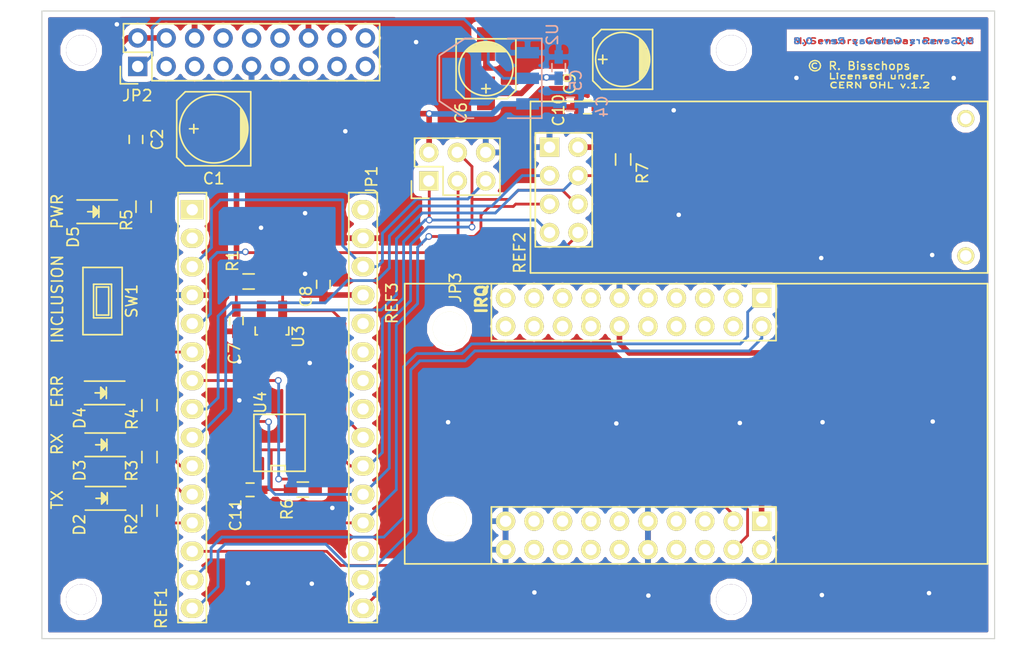
<source format=kicad_pcb>
(kicad_pcb (version 4) (host pcbnew 4.0.2-stable)

  (general
    (links 87)
    (no_connects 0)
    (area 79.949999 109.949999 165.050001 166.050001)
    (thickness 1.6)
    (drawings 14)
    (tracks 444)
    (zones 0)
    (modules 35)
    (nets 76)
  )

  (page A4)
  (title_block
    (title "MySensors Gateway")
    (date 2016-03-02)
    (rev 0.7)
    (company "MySensors Boards")
    (comment 1 "R. Bisschops")
  )

  (layers
    (0 F.Cu signal)
    (31 B.Cu signal)
    (32 B.Adhes user)
    (33 F.Adhes user)
    (34 B.Paste user)
    (35 F.Paste user)
    (36 B.SilkS user)
    (37 F.SilkS user)
    (38 B.Mask user)
    (39 F.Mask user)
    (40 Dwgs.User user)
    (41 Cmts.User user)
    (42 Eco1.User user)
    (43 Eco2.User user)
    (44 Edge.Cuts user)
    (45 Margin user)
    (46 B.CrtYd user)
    (47 F.CrtYd user)
    (48 B.Fab user)
    (49 F.Fab user)
  )

  (setup
    (last_trace_width 0.25)
    (user_trace_width 0.25)
    (user_trace_width 0.5)
    (user_trace_width 0.75)
    (trace_clearance 0.2)
    (zone_clearance 0.508)
    (zone_45_only no)
    (trace_min 0.2)
    (segment_width 0.2)
    (edge_width 0.1)
    (via_size 0.6)
    (via_drill 0.4)
    (via_min_size 0.4)
    (via_min_drill 0.3)
    (uvia_size 0.3)
    (uvia_drill 0.1)
    (uvias_allowed no)
    (uvia_min_size 0.2)
    (uvia_min_drill 0.1)
    (pcb_text_width 0.3)
    (pcb_text_size 1.5 1.5)
    (mod_edge_width 0.15)
    (mod_text_size 1 1)
    (mod_text_width 0.15)
    (pad_size 1.524 1.524)
    (pad_drill 1.016)
    (pad_to_mask_clearance 0)
    (aux_axis_origin 80 166)
    (grid_origin 80 166)
    (visible_elements 7FFEFF7F)
    (pcbplotparams
      (layerselection 0x080f0_80000001)
      (usegerberextensions false)
      (excludeedgelayer true)
      (linewidth 0.100000)
      (plotframeref false)
      (viasonmask false)
      (mode 1)
      (useauxorigin false)
      (hpglpennumber 1)
      (hpglpenspeed 20)
      (hpglpendiameter 15)
      (hpglpenoverlay 2)
      (psnegative false)
      (psa4output false)
      (plotreference true)
      (plotvalue true)
      (plotinvisibletext false)
      (padsonsilk false)
      (subtractmaskfromsilk false)
      (outputformat 1)
      (mirror false)
      (drillshape 0)
      (scaleselection 1)
      (outputdirectory gateway))
  )

  (net 0 "")
  (net 1 GND)
  (net 2 VCC)
  (net 3 RAD-TX)
  (net 4 RAD-RX)
  (net 5 RAD-ERR)
  (net 6 ETH-NSS)
  (net 7 RAD-CSN)
  (net 8 RAD-CE)
  (net 9 SEC-SDA)
  (net 10 ETH-SCK)
  (net 11 +3.3V)
  (net 12 MISO)
  (net 13 SCK)
  (net 14 MOSI)
  (net 15 RESET)
  (net 16 FLASH_CSN)
  (net 17 ETH-MISO)
  (net 18 ETH-MOSI)
  (net 19 "Net-(D2-Pad1)")
  (net 20 "Net-(D3-Pad1)")
  (net 21 "Net-(D4-Pad1)")
  (net 22 "Net-(D5-Pad1)")
  (net 23 "Net-(JP2-Pad5)")
  (net 24 "Net-(JP2-Pad7)")
  (net 25 "Net-(JP2-Pad8)")
  (net 26 "Net-(JP2-Pad15)")
  (net 27 "Net-(JP2-Pad16)")
  (net 28 "Net-(JP2-Pad17)")
  (net 29 "Net-(JP2-Pad18)")
  (net 30 "Net-(REF1-Pad2)")
  (net 31 "Net-(REF1-Pad1)")
  (net 32 "Net-(REF1-Pad30)")
  (net 33 "Net-(REF1-Pad26)")
  (net 34 "Net-(REF1-Pad25)")
  (net 35 "Net-(REF1-Pad24)")
  (net 36 "Net-(REF1-Pad23)")
  (net 37 "Net-(REF1-Pad18)")
  (net 38 "Net-(REF1-Pad17)")
  (net 39 "Net-(REF1-Pad6)")
  (net 40 "Net-(JP2-Pad3)")
  (net 41 "Net-(JP2-Pad10)")
  (net 42 "Net-(JP2-Pad11)")
  (net 43 "Net-(JP2-Pad12)")
  (net 44 "Net-(JP2-Pad13)")
  (net 45 IRQ)
  (net 46 "Net-(JP3-Pad1)")
  (net 47 "Net-(REF3-Pad202)")
  (net 48 "Net-(REF3-Pad218)")
  (net 49 "Net-(REF3-Pad216)")
  (net 50 "Net-(REF3-Pad214)")
  (net 51 "Net-(REF3-Pad212)")
  (net 52 "Net-(REF3-Pad206)")
  (net 53 "Net-(REF3-Pad208)")
  (net 54 "Net-(REF3-Pad207)")
  (net 55 "Net-(REF3-Pad205)")
  (net 56 "Net-(REF3-Pad211)")
  (net 57 "Net-(REF3-Pad213)")
  (net 58 "Net-(REF3-Pad215)")
  (net 59 "Net-(REF3-Pad217)")
  (net 60 "Net-(REF3-Pad119)")
  (net 61 "Net-(REF3-Pad117)")
  (net 62 "Net-(REF3-Pad115)")
  (net 63 "Net-(REF3-Pad113)")
  (net 64 "Net-(REF3-Pad103)")
  (net 65 "Net-(REF3-Pad105)")
  (net 66 "Net-(REF3-Pad107)")
  (net 67 "Net-(REF3-Pad110)")
  (net 68 "Net-(REF3-Pad109)")
  (net 69 "Net-(REF3-Pad108)")
  (net 70 "Net-(REF3-Pad106)")
  (net 71 "Net-(REF3-Pad104)")
  (net 72 "Net-(REF3-Pad114)")
  (net 73 "Net-(REF3-Pad116)")
  (net 74 "Net-(REF3-Pad118)")
  (net 75 "Net-(REF3-Pad120)")

  (net_class Default "Dit is de standaard class."
    (clearance 0.2)
    (trace_width 0.25)
    (via_dia 0.6)
    (via_drill 0.4)
    (uvia_dia 0.3)
    (uvia_drill 0.1)
    (add_net +3.3V)
    (add_net ETH-MISO)
    (add_net ETH-MOSI)
    (add_net ETH-NSS)
    (add_net ETH-SCK)
    (add_net FLASH_CSN)
    (add_net GND)
    (add_net IRQ)
    (add_net MISO)
    (add_net MOSI)
    (add_net "Net-(D2-Pad1)")
    (add_net "Net-(D3-Pad1)")
    (add_net "Net-(D4-Pad1)")
    (add_net "Net-(D5-Pad1)")
    (add_net "Net-(JP2-Pad10)")
    (add_net "Net-(JP2-Pad11)")
    (add_net "Net-(JP2-Pad12)")
    (add_net "Net-(JP2-Pad13)")
    (add_net "Net-(JP2-Pad15)")
    (add_net "Net-(JP2-Pad16)")
    (add_net "Net-(JP2-Pad17)")
    (add_net "Net-(JP2-Pad18)")
    (add_net "Net-(JP2-Pad3)")
    (add_net "Net-(JP2-Pad5)")
    (add_net "Net-(JP2-Pad7)")
    (add_net "Net-(JP2-Pad8)")
    (add_net "Net-(JP3-Pad1)")
    (add_net "Net-(REF1-Pad1)")
    (add_net "Net-(REF1-Pad17)")
    (add_net "Net-(REF1-Pad18)")
    (add_net "Net-(REF1-Pad2)")
    (add_net "Net-(REF1-Pad23)")
    (add_net "Net-(REF1-Pad24)")
    (add_net "Net-(REF1-Pad25)")
    (add_net "Net-(REF1-Pad26)")
    (add_net "Net-(REF1-Pad30)")
    (add_net "Net-(REF1-Pad6)")
    (add_net "Net-(REF3-Pad103)")
    (add_net "Net-(REF3-Pad104)")
    (add_net "Net-(REF3-Pad105)")
    (add_net "Net-(REF3-Pad106)")
    (add_net "Net-(REF3-Pad107)")
    (add_net "Net-(REF3-Pad108)")
    (add_net "Net-(REF3-Pad109)")
    (add_net "Net-(REF3-Pad110)")
    (add_net "Net-(REF3-Pad113)")
    (add_net "Net-(REF3-Pad114)")
    (add_net "Net-(REF3-Pad115)")
    (add_net "Net-(REF3-Pad116)")
    (add_net "Net-(REF3-Pad117)")
    (add_net "Net-(REF3-Pad118)")
    (add_net "Net-(REF3-Pad119)")
    (add_net "Net-(REF3-Pad120)")
    (add_net "Net-(REF3-Pad202)")
    (add_net "Net-(REF3-Pad205)")
    (add_net "Net-(REF3-Pad206)")
    (add_net "Net-(REF3-Pad207)")
    (add_net "Net-(REF3-Pad208)")
    (add_net "Net-(REF3-Pad211)")
    (add_net "Net-(REF3-Pad212)")
    (add_net "Net-(REF3-Pad213)")
    (add_net "Net-(REF3-Pad214)")
    (add_net "Net-(REF3-Pad215)")
    (add_net "Net-(REF3-Pad216)")
    (add_net "Net-(REF3-Pad217)")
    (add_net "Net-(REF3-Pad218)")
    (add_net RAD-CE)
    (add_net RAD-CSN)
    (add_net RAD-ERR)
    (add_net RAD-RX)
    (add_net RAD-TX)
    (add_net RESET)
    (add_net SCK)
    (add_net SEC-SDA)
    (add_net VCC)
  )

  (net_class Power ""
    (clearance 0.2)
    (trace_width 0.5)
    (via_dia 0.6)
    (via_drill 0.4)
    (uvia_dia 0.3)
    (uvia_drill 0.1)
  )

  (module Capacitors_SMD:C_0603_HandSoldering (layer B.Cu) (tedit 56D6E085) (tstamp 55FE6608)
    (at 126.10592 115.05184 90)
    (descr "Capacitor SMD 0603, hand soldering")
    (tags "capacitor 0603")
    (path /55FDA302)
    (attr smd)
    (fp_text reference C5 (at -1.11816 1.54408 90) (layer B.SilkS)
      (effects (font (size 1 1) (thickness 0.15)) (justify mirror))
    )
    (fp_text value 100nF (at 0 -1.9 90) (layer B.Fab)
      (effects (font (size 1 1) (thickness 0.15)) (justify mirror))
    )
    (fp_line (start -1.85 0.75) (end 1.85 0.75) (layer B.CrtYd) (width 0.05))
    (fp_line (start -1.85 -0.75) (end 1.85 -0.75) (layer B.CrtYd) (width 0.05))
    (fp_line (start -1.85 0.75) (end -1.85 -0.75) (layer B.CrtYd) (width 0.05))
    (fp_line (start 1.85 0.75) (end 1.85 -0.75) (layer B.CrtYd) (width 0.05))
    (fp_line (start -0.35 0.6) (end 0.35 0.6) (layer B.SilkS) (width 0.15))
    (fp_line (start 0.35 -0.6) (end -0.35 -0.6) (layer B.SilkS) (width 0.15))
    (pad 1 smd rect (at -0.95 0 90) (size 1.2 0.75) (layers B.Cu B.Paste B.Mask)
      (net 11 +3.3V))
    (pad 2 smd rect (at 0.95 0 90) (size 1.2 0.75) (layers B.Cu B.Paste B.Mask)
      (net 1 GND))
    (model Capacitors_SMD.3dshapes/C_0603_HandSoldering.wrl
      (at (xyz 0 0 0))
      (scale (xyz 1 1 1))
      (rotate (xyz 0 0 0))
    )
  )

  (module Resistors_SMD:R_0603_HandSoldering (layer F.Cu) (tedit 56C9D75D) (tstamp 55FE6660)
    (at 98.44278 134.13486)
    (descr "Resistor SMD 0603, hand soldering")
    (tags "resistor 0603")
    (path /56A2AA52)
    (attr smd)
    (fp_text reference R1 (at -1.4351 -1.83896 270) (layer F.SilkS)
      (effects (font (size 1 1) (thickness 0.15)))
    )
    (fp_text value 56K (at 0 1.9) (layer F.Fab)
      (effects (font (size 1 1) (thickness 0.15)))
    )
    (fp_line (start -2 -0.8) (end 2 -0.8) (layer F.CrtYd) (width 0.05))
    (fp_line (start -2 0.8) (end 2 0.8) (layer F.CrtYd) (width 0.05))
    (fp_line (start -2 -0.8) (end -2 0.8) (layer F.CrtYd) (width 0.05))
    (fp_line (start 2 -0.8) (end 2 0.8) (layer F.CrtYd) (width 0.05))
    (fp_line (start 0.5 0.675) (end -0.5 0.675) (layer F.SilkS) (width 0.15))
    (fp_line (start -0.5 -0.675) (end 0.5 -0.675) (layer F.SilkS) (width 0.15))
    (pad 1 smd rect (at -1.1 0) (size 1.2 0.9) (layers F.Cu F.Paste F.Mask)
      (net 2 VCC))
    (pad 2 smd rect (at 1.1 0) (size 1.2 0.9) (layers F.Cu F.Paste F.Mask)
      (net 9 SEC-SDA))
    (model Resistors_SMD.3dshapes/R_0603_HandSoldering.wrl
      (at (xyz 0 0 0))
      (scale (xyz 1 1 1))
      (rotate (xyz 0 0 0))
    )
  )

  (module Resistors_SMD:R_0603_HandSoldering (layer F.Cu) (tedit 56C9D6AA) (tstamp 560FDF88)
    (at 89.59596 154.57932 270)
    (descr "Resistor SMD 0603, hand soldering")
    (tags "resistor 0603")
    (path /560FC497)
    (attr smd)
    (fp_text reference R2 (at 1.21412 1.6129 450) (layer F.SilkS)
      (effects (font (size 1 1) (thickness 0.15)))
    )
    (fp_text value 1K (at 0 1.9 270) (layer F.Fab)
      (effects (font (size 1 1) (thickness 0.15)))
    )
    (fp_line (start -2 -0.8) (end 2 -0.8) (layer F.CrtYd) (width 0.05))
    (fp_line (start -2 0.8) (end 2 0.8) (layer F.CrtYd) (width 0.05))
    (fp_line (start -2 -0.8) (end -2 0.8) (layer F.CrtYd) (width 0.05))
    (fp_line (start 2 -0.8) (end 2 0.8) (layer F.CrtYd) (width 0.05))
    (fp_line (start 0.5 0.675) (end -0.5 0.675) (layer F.SilkS) (width 0.15))
    (fp_line (start -0.5 -0.675) (end 0.5 -0.675) (layer F.SilkS) (width 0.15))
    (pad 1 smd rect (at -1.1 0 270) (size 1.2 0.9) (layers F.Cu F.Paste F.Mask)
      (net 19 "Net-(D2-Pad1)"))
    (pad 2 smd rect (at 1.1 0 270) (size 1.2 0.9) (layers F.Cu F.Paste F.Mask)
      (net 3 RAD-TX))
    (model Resistors_SMD.3dshapes/R_0603_HandSoldering.wrl
      (at (xyz 0 0 0))
      (scale (xyz 1 1 1))
      (rotate (xyz 0 0 0))
    )
  )

  (module Resistors_SMD:R_0603_HandSoldering (layer F.Cu) (tedit 56C9D6A6) (tstamp 560FDF94)
    (at 89.59596 149.79904 270)
    (descr "Resistor SMD 0603, hand soldering")
    (tags "resistor 0603")
    (path /560FC4FC)
    (attr smd)
    (fp_text reference R3 (at 1.21666 1.58496 450) (layer F.SilkS)
      (effects (font (size 1 1) (thickness 0.15)))
    )
    (fp_text value 1K (at 0 1.9 270) (layer F.Fab)
      (effects (font (size 1 1) (thickness 0.15)))
    )
    (fp_line (start -2 -0.8) (end 2 -0.8) (layer F.CrtYd) (width 0.05))
    (fp_line (start -2 0.8) (end 2 0.8) (layer F.CrtYd) (width 0.05))
    (fp_line (start -2 -0.8) (end -2 0.8) (layer F.CrtYd) (width 0.05))
    (fp_line (start 2 -0.8) (end 2 0.8) (layer F.CrtYd) (width 0.05))
    (fp_line (start 0.5 0.675) (end -0.5 0.675) (layer F.SilkS) (width 0.15))
    (fp_line (start -0.5 -0.675) (end 0.5 -0.675) (layer F.SilkS) (width 0.15))
    (pad 1 smd rect (at -1.1 0 270) (size 1.2 0.9) (layers F.Cu F.Paste F.Mask)
      (net 20 "Net-(D3-Pad1)"))
    (pad 2 smd rect (at 1.1 0 270) (size 1.2 0.9) (layers F.Cu F.Paste F.Mask)
      (net 4 RAD-RX))
    (model Resistors_SMD.3dshapes/R_0603_HandSoldering.wrl
      (at (xyz 0 0 0))
      (scale (xyz 1 1 1))
      (rotate (xyz 0 0 0))
    )
  )

  (module Resistors_SMD:R_0603_HandSoldering (layer F.Cu) (tedit 56C9D6AF) (tstamp 560FDFA0)
    (at 89.59596 145.17624 270)
    (descr "Resistor SMD 0603, hand soldering")
    (tags "resistor 0603")
    (path /560FC557)
    (attr smd)
    (fp_text reference R4 (at 1.22936 1.55702 450) (layer F.SilkS)
      (effects (font (size 1 1) (thickness 0.15)))
    )
    (fp_text value 1K (at 0 1.9 270) (layer F.Fab)
      (effects (font (size 1 1) (thickness 0.15)))
    )
    (fp_line (start -2 -0.8) (end 2 -0.8) (layer F.CrtYd) (width 0.05))
    (fp_line (start -2 0.8) (end 2 0.8) (layer F.CrtYd) (width 0.05))
    (fp_line (start -2 -0.8) (end -2 0.8) (layer F.CrtYd) (width 0.05))
    (fp_line (start 2 -0.8) (end 2 0.8) (layer F.CrtYd) (width 0.05))
    (fp_line (start 0.5 0.675) (end -0.5 0.675) (layer F.SilkS) (width 0.15))
    (fp_line (start -0.5 -0.675) (end 0.5 -0.675) (layer F.SilkS) (width 0.15))
    (pad 1 smd rect (at -1.1 0 270) (size 1.2 0.9) (layers F.Cu F.Paste F.Mask)
      (net 21 "Net-(D4-Pad1)"))
    (pad 2 smd rect (at 1.1 0 270) (size 1.2 0.9) (layers F.Cu F.Paste F.Mask)
      (net 5 RAD-ERR))
    (model Resistors_SMD.3dshapes/R_0603_HandSoldering.wrl
      (at (xyz 0 0 0))
      (scale (xyz 1 1 1))
      (rotate (xyz 0 0 0))
    )
  )

  (module Resistors_SMD:R_0603_HandSoldering (layer F.Cu) (tedit 56C9D6BE) (tstamp 560FE0D0)
    (at 89.07 127.46 270)
    (descr "Resistor SMD 0603, hand soldering")
    (tags "resistor 0603")
    (path /55FDA643)
    (attr smd)
    (fp_text reference R5 (at 1.1938 1.52146 450) (layer F.SilkS)
      (effects (font (size 1 1) (thickness 0.15)))
    )
    (fp_text value 1K (at 0 1.9 270) (layer F.Fab)
      (effects (font (size 1 1) (thickness 0.15)))
    )
    (fp_line (start -2 -0.8) (end 2 -0.8) (layer F.CrtYd) (width 0.05))
    (fp_line (start -2 0.8) (end 2 0.8) (layer F.CrtYd) (width 0.05))
    (fp_line (start -2 -0.8) (end -2 0.8) (layer F.CrtYd) (width 0.05))
    (fp_line (start 2 -0.8) (end 2 0.8) (layer F.CrtYd) (width 0.05))
    (fp_line (start 0.5 0.675) (end -0.5 0.675) (layer F.SilkS) (width 0.15))
    (fp_line (start -0.5 -0.675) (end 0.5 -0.675) (layer F.SilkS) (width 0.15))
    (pad 1 smd rect (at -1.1 0 270) (size 1.2 0.9) (layers F.Cu F.Paste F.Mask)
      (net 22 "Net-(D5-Pad1)"))
    (pad 2 smd rect (at 1.1 0 270) (size 1.2 0.9) (layers F.Cu F.Paste F.Mask)
      (net 1 GND))
    (model Resistors_SMD.3dshapes/R_0603_HandSoldering.wrl
      (at (xyz 0 0 0))
      (scale (xyz 1 1 1))
      (rotate (xyz 0 0 0))
    )
  )

  (module Resistors_SMD:R_0603_HandSoldering (layer F.Cu) (tedit 56C9D783) (tstamp 560FE0DC)
    (at 103.28148 152.7048)
    (descr "Resistor SMD 0603, hand soldering")
    (tags "resistor 0603")
    (path /56128375)
    (attr smd)
    (fp_text reference R6 (at -1.41224 1.74752 270) (layer F.SilkS)
      (effects (font (size 1 1) (thickness 0.15)))
    )
    (fp_text value 4K7 (at 0 1.9) (layer F.Fab)
      (effects (font (size 1 1) (thickness 0.15)))
    )
    (fp_line (start -2 -0.8) (end 2 -0.8) (layer F.CrtYd) (width 0.05))
    (fp_line (start -2 0.8) (end 2 0.8) (layer F.CrtYd) (width 0.05))
    (fp_line (start -2 -0.8) (end -2 0.8) (layer F.CrtYd) (width 0.05))
    (fp_line (start 2 -0.8) (end 2 0.8) (layer F.CrtYd) (width 0.05))
    (fp_line (start 0.5 0.675) (end -0.5 0.675) (layer F.SilkS) (width 0.15))
    (fp_line (start -0.5 -0.675) (end 0.5 -0.675) (layer F.SilkS) (width 0.15))
    (pad 1 smd rect (at -1.1 0) (size 1.2 0.9) (layers F.Cu F.Paste F.Mask)
      (net 2 VCC))
    (pad 2 smd rect (at 1.1 0) (size 1.2 0.9) (layers F.Cu F.Paste F.Mask)
      (net 16 FLASH_CSN))
    (model Resistors_SMD.3dshapes/R_0603_HandSoldering.wrl
      (at (xyz 0 0 0))
      (scale (xyz 1 1 1))
      (rotate (xyz 0 0 0))
    )
  )

  (module Capacitors_SMD:C_0603_HandSoldering (layer B.Cu) (tedit 56D6E091) (tstamp 56A25979)
    (at 127.16 118.3)
    (descr "Capacitor SMD 0603, hand soldering")
    (tags "capacitor 0603")
    (path /56A257AC)
    (attr smd)
    (fp_text reference C4 (at 2.82 0.22 90) (layer B.SilkS)
      (effects (font (size 1 1) (thickness 0.15)) (justify mirror))
    )
    (fp_text value 100nF (at 0 -1.9) (layer B.Fab)
      (effects (font (size 1 1) (thickness 0.15)) (justify mirror))
    )
    (fp_line (start -1.85 0.75) (end 1.85 0.75) (layer B.CrtYd) (width 0.05))
    (fp_line (start -1.85 -0.75) (end 1.85 -0.75) (layer B.CrtYd) (width 0.05))
    (fp_line (start -1.85 0.75) (end -1.85 -0.75) (layer B.CrtYd) (width 0.05))
    (fp_line (start 1.85 0.75) (end 1.85 -0.75) (layer B.CrtYd) (width 0.05))
    (fp_line (start -0.35 0.6) (end 0.35 0.6) (layer B.SilkS) (width 0.15))
    (fp_line (start 0.35 -0.6) (end -0.35 -0.6) (layer B.SilkS) (width 0.15))
    (pad 1 smd rect (at -0.95 0) (size 1.2 0.75) (layers B.Cu B.Paste B.Mask)
      (net 2 VCC))
    (pad 2 smd rect (at 0.95 0) (size 1.2 0.75) (layers B.Cu B.Paste B.Mask)
      (net 1 GND))
    (model Capacitors_SMD.3dshapes/C_0603_HandSoldering.wrl
      (at (xyz 0 0 0))
      (scale (xyz 1 1 1))
      (rotate (xyz 0 0 0))
    )
  )

  (module Capacitors_SMD:c_elec_5x5.3 (layer F.Cu) (tedit 56D6DFBD) (tstamp 56A2597A)
    (at 119.62 115.15 270)
    (descr "SMT capacitor, aluminium electrolytic, 5x5.3")
    (path /566F09F2)
    (attr smd)
    (fp_text reference C6 (at 3.94814 2.21908 450) (layer F.SilkS)
      (effects (font (size 1 1) (thickness 0.15)))
    )
    (fp_text value 10uF (at 0 3.81 270) (layer F.Fab)
      (effects (font (size 1 1) (thickness 0.15)))
    )
    (fp_line (start -3.95 -3) (end 3.95 -3) (layer F.CrtYd) (width 0.05))
    (fp_line (start 3.95 -3) (end 3.95 3) (layer F.CrtYd) (width 0.05))
    (fp_line (start 3.95 3) (end -3.95 3) (layer F.CrtYd) (width 0.05))
    (fp_line (start -3.95 3) (end -3.95 -3) (layer F.CrtYd) (width 0.05))
    (fp_line (start -2.286 -0.635) (end -2.286 0.762) (layer F.SilkS) (width 0.15))
    (fp_line (start -2.159 -0.889) (end -2.159 0.889) (layer F.SilkS) (width 0.15))
    (fp_line (start -2.032 -1.27) (end -2.032 1.27) (layer F.SilkS) (width 0.15))
    (fp_line (start -1.905 1.397) (end -1.905 -1.397) (layer F.SilkS) (width 0.15))
    (fp_line (start -1.778 -1.524) (end -1.778 1.524) (layer F.SilkS) (width 0.15))
    (fp_line (start -1.651 1.651) (end -1.651 -1.651) (layer F.SilkS) (width 0.15))
    (fp_line (start -1.524 -1.778) (end -1.524 1.778) (layer F.SilkS) (width 0.15))
    (fp_line (start -2.667 -2.667) (end 1.905 -2.667) (layer F.SilkS) (width 0.15))
    (fp_line (start 1.905 -2.667) (end 2.667 -1.905) (layer F.SilkS) (width 0.15))
    (fp_line (start 2.667 -1.905) (end 2.667 1.905) (layer F.SilkS) (width 0.15))
    (fp_line (start 2.667 1.905) (end 1.905 2.667) (layer F.SilkS) (width 0.15))
    (fp_line (start 1.905 2.667) (end -2.667 2.667) (layer F.SilkS) (width 0.15))
    (fp_line (start -2.667 2.667) (end -2.667 -2.667) (layer F.SilkS) (width 0.15))
    (fp_line (start 2.159 0) (end 1.397 0) (layer F.SilkS) (width 0.15))
    (fp_line (start 1.778 -0.381) (end 1.778 0.381) (layer F.SilkS) (width 0.15))
    (fp_circle (center 0 0) (end -2.413 0) (layer F.SilkS) (width 0.15))
    (pad 1 smd rect (at 2.19964 0 270) (size 2.99974 1.6002) (layers F.Cu F.Paste F.Mask)
      (net 11 +3.3V))
    (pad 2 smd rect (at -2.19964 0 270) (size 2.99974 1.6002) (layers F.Cu F.Paste F.Mask)
      (net 1 GND))
    (model Capacitors_SMD.3dshapes/c_elec_5x5.3.wrl
      (at (xyz 0 0 0))
      (scale (xyz 1 1 1))
      (rotate (xyz 0 0 0))
    )
  )

  (module Capacitors_SMD:C_0603_HandSoldering (layer F.Cu) (tedit 56C9D767) (tstamp 56A2599E)
    (at 97.34296 137.63244 270)
    (descr "Capacitor SMD 0603, hand soldering")
    (tags "capacitor 0603")
    (path /56A2B10B)
    (attr smd)
    (fp_text reference C7 (at 2.9337 0.16764 450) (layer F.SilkS)
      (effects (font (size 1 1) (thickness 0.15)))
    )
    (fp_text value 100nF (at 0 1.9 270) (layer F.Fab)
      (effects (font (size 1 1) (thickness 0.15)))
    )
    (fp_line (start -1.85 -0.75) (end 1.85 -0.75) (layer F.CrtYd) (width 0.05))
    (fp_line (start -1.85 0.75) (end 1.85 0.75) (layer F.CrtYd) (width 0.05))
    (fp_line (start -1.85 -0.75) (end -1.85 0.75) (layer F.CrtYd) (width 0.05))
    (fp_line (start 1.85 -0.75) (end 1.85 0.75) (layer F.CrtYd) (width 0.05))
    (fp_line (start -0.35 -0.6) (end 0.35 -0.6) (layer F.SilkS) (width 0.15))
    (fp_line (start 0.35 0.6) (end -0.35 0.6) (layer F.SilkS) (width 0.15))
    (pad 1 smd rect (at -0.95 0 270) (size 1.2 0.75) (layers F.Cu F.Paste F.Mask)
      (net 2 VCC))
    (pad 2 smd rect (at 0.95 0 270) (size 1.2 0.75) (layers F.Cu F.Paste F.Mask)
      (net 1 GND))
    (model Capacitors_SMD.3dshapes/C_0603_HandSoldering.wrl
      (at (xyz 0 0 0))
      (scale (xyz 1 1 1))
      (rotate (xyz 0 0 0))
    )
  )

  (module Capacitors_SMD:C_0603_HandSoldering (layer F.Cu) (tedit 56C9D753) (tstamp 56A259AA)
    (at 105.11028 134.3914 90)
    (descr "Capacitor SMD 0603, hand soldering")
    (tags "capacitor 0603")
    (path /56A2DBDF)
    (attr smd)
    (fp_text reference C8 (at -1.08966 -1.5367 270) (layer F.SilkS)
      (effects (font (size 1 1) (thickness 0.15)))
    )
    (fp_text value 100nF (at 0 1.9 90) (layer F.Fab)
      (effects (font (size 1 1) (thickness 0.15)))
    )
    (fp_line (start -1.85 -0.75) (end 1.85 -0.75) (layer F.CrtYd) (width 0.05))
    (fp_line (start -1.85 0.75) (end 1.85 0.75) (layer F.CrtYd) (width 0.05))
    (fp_line (start -1.85 -0.75) (end -1.85 0.75) (layer F.CrtYd) (width 0.05))
    (fp_line (start 1.85 -0.75) (end 1.85 0.75) (layer F.CrtYd) (width 0.05))
    (fp_line (start -0.35 -0.6) (end 0.35 -0.6) (layer F.SilkS) (width 0.15))
    (fp_line (start 0.35 0.6) (end -0.35 0.6) (layer F.SilkS) (width 0.15))
    (pad 1 smd rect (at -0.95 0 90) (size 1.2 0.75) (layers F.Cu F.Paste F.Mask)
      (net 2 VCC))
    (pad 2 smd rect (at 0.95 0 90) (size 1.2 0.75) (layers F.Cu F.Paste F.Mask)
      (net 1 GND))
    (model Capacitors_SMD.3dshapes/C_0603_HandSoldering.wrl
      (at (xyz 0 0 0))
      (scale (xyz 1 1 1))
      (rotate (xyz 0 0 0))
    )
  )

  (module Capacitors_SMD:c_elec_5x5.3 (layer F.Cu) (tedit 56C9D72C) (tstamp 56A259C4)
    (at 131.81584 114.32032 180)
    (descr "SMT capacitor, aluminium electrolytic, 5x5.3")
    (path /55F703AC)
    (attr smd)
    (fp_text reference C9 (at 4.71678 -2.16154 270) (layer F.SilkS)
      (effects (font (size 1 1) (thickness 0.15)))
    )
    (fp_text value 4uF7 (at 0 3.81 180) (layer F.Fab)
      (effects (font (size 1 1) (thickness 0.15)))
    )
    (fp_line (start -3.95 -3) (end 3.95 -3) (layer F.CrtYd) (width 0.05))
    (fp_line (start 3.95 -3) (end 3.95 3) (layer F.CrtYd) (width 0.05))
    (fp_line (start 3.95 3) (end -3.95 3) (layer F.CrtYd) (width 0.05))
    (fp_line (start -3.95 3) (end -3.95 -3) (layer F.CrtYd) (width 0.05))
    (fp_line (start -2.286 -0.635) (end -2.286 0.762) (layer F.SilkS) (width 0.15))
    (fp_line (start -2.159 -0.889) (end -2.159 0.889) (layer F.SilkS) (width 0.15))
    (fp_line (start -2.032 -1.27) (end -2.032 1.27) (layer F.SilkS) (width 0.15))
    (fp_line (start -1.905 1.397) (end -1.905 -1.397) (layer F.SilkS) (width 0.15))
    (fp_line (start -1.778 -1.524) (end -1.778 1.524) (layer F.SilkS) (width 0.15))
    (fp_line (start -1.651 1.651) (end -1.651 -1.651) (layer F.SilkS) (width 0.15))
    (fp_line (start -1.524 -1.778) (end -1.524 1.778) (layer F.SilkS) (width 0.15))
    (fp_line (start -2.667 -2.667) (end 1.905 -2.667) (layer F.SilkS) (width 0.15))
    (fp_line (start 1.905 -2.667) (end 2.667 -1.905) (layer F.SilkS) (width 0.15))
    (fp_line (start 2.667 -1.905) (end 2.667 1.905) (layer F.SilkS) (width 0.15))
    (fp_line (start 2.667 1.905) (end 1.905 2.667) (layer F.SilkS) (width 0.15))
    (fp_line (start 1.905 2.667) (end -2.667 2.667) (layer F.SilkS) (width 0.15))
    (fp_line (start -2.667 2.667) (end -2.667 -2.667) (layer F.SilkS) (width 0.15))
    (fp_line (start 2.159 0) (end 1.397 0) (layer F.SilkS) (width 0.15))
    (fp_line (start 1.778 -0.381) (end 1.778 0.381) (layer F.SilkS) (width 0.15))
    (fp_circle (center 0 0) (end -2.413 0) (layer F.SilkS) (width 0.15))
    (pad 1 smd rect (at 2.19964 0 180) (size 2.99974 1.6002) (layers F.Cu F.Paste F.Mask)
      (net 11 +3.3V))
    (pad 2 smd rect (at -2.19964 0 180) (size 2.99974 1.6002) (layers F.Cu F.Paste F.Mask)
      (net 1 GND))
    (model Capacitors_SMD.3dshapes/c_elec_5x5.3.wrl
      (at (xyz 0 0 0))
      (scale (xyz 1 1 1))
      (rotate (xyz 0 0 0))
    )
  )

  (module Capacitors_SMD:C_0603_HandSoldering (layer F.Cu) (tedit 56C9D73B) (tstamp 56A259D0)
    (at 128.68656 118.5672 180)
    (descr "Capacitor SMD 0603, hand soldering")
    (tags "capacitor 0603")
    (path /566E2CE6)
    (attr smd)
    (fp_text reference C10 (at 2.59334 -0.28956 450) (layer F.SilkS)
      (effects (font (size 1 1) (thickness 0.15)))
    )
    (fp_text value 100nF (at 0 1.9 180) (layer F.Fab)
      (effects (font (size 1 1) (thickness 0.15)))
    )
    (fp_line (start -1.85 -0.75) (end 1.85 -0.75) (layer F.CrtYd) (width 0.05))
    (fp_line (start -1.85 0.75) (end 1.85 0.75) (layer F.CrtYd) (width 0.05))
    (fp_line (start -1.85 -0.75) (end -1.85 0.75) (layer F.CrtYd) (width 0.05))
    (fp_line (start 1.85 -0.75) (end 1.85 0.75) (layer F.CrtYd) (width 0.05))
    (fp_line (start -0.35 -0.6) (end 0.35 -0.6) (layer F.SilkS) (width 0.15))
    (fp_line (start 0.35 0.6) (end -0.35 0.6) (layer F.SilkS) (width 0.15))
    (pad 1 smd rect (at -0.95 0 180) (size 1.2 0.75) (layers F.Cu F.Paste F.Mask)
      (net 11 +3.3V))
    (pad 2 smd rect (at 0.95 0 180) (size 1.2 0.75) (layers F.Cu F.Paste F.Mask)
      (net 1 GND))
    (model Capacitors_SMD.3dshapes/C_0603_HandSoldering.wrl
      (at (xyz 0 0 0))
      (scale (xyz 1 1 1))
      (rotate (xyz 0 0 0))
    )
  )

  (module Capacitors_SMD:C_0603_HandSoldering (layer F.Cu) (tedit 56C9D789) (tstamp 56A259DC)
    (at 98.57232 152.72004 180)
    (descr "Capacitor SMD 0603, hand soldering")
    (tags "capacitor 0603")
    (path /56A32791)
    (attr smd)
    (fp_text reference C11 (at 1.28524 -2.26314 270) (layer F.SilkS)
      (effects (font (size 1 1) (thickness 0.15)))
    )
    (fp_text value 100nF (at 0 1.9 180) (layer F.Fab)
      (effects (font (size 1 1) (thickness 0.15)))
    )
    (fp_line (start -1.85 -0.75) (end 1.85 -0.75) (layer F.CrtYd) (width 0.05))
    (fp_line (start -1.85 0.75) (end 1.85 0.75) (layer F.CrtYd) (width 0.05))
    (fp_line (start -1.85 -0.75) (end -1.85 0.75) (layer F.CrtYd) (width 0.05))
    (fp_line (start 1.85 -0.75) (end 1.85 0.75) (layer F.CrtYd) (width 0.05))
    (fp_line (start -0.35 -0.6) (end 0.35 -0.6) (layer F.SilkS) (width 0.15))
    (fp_line (start 0.35 0.6) (end -0.35 0.6) (layer F.SilkS) (width 0.15))
    (pad 1 smd rect (at -0.95 0 180) (size 1.2 0.75) (layers F.Cu F.Paste F.Mask)
      (net 2 VCC))
    (pad 2 smd rect (at 0.95 0 180) (size 1.2 0.75) (layers F.Cu F.Paste F.Mask)
      (net 1 GND))
    (model Capacitors_SMD.3dshapes/C_0603_HandSoldering.wrl
      (at (xyz 0 0 0))
      (scale (xyz 1 1 1))
      (rotate (xyz 0 0 0))
    )
  )

  (module TO_SOT_Packages_SMD:SOT-223 (layer B.Cu) (tedit 56C9E220) (tstamp 56A25A2C)
    (at 120.03024 116.00688 270)
    (descr "module CMS SOT223 4 pins")
    (tags "CMS SOT")
    (path /55FDACE8)
    (attr smd)
    (fp_text reference U2 (at -3.91668 -5.50926 450) (layer B.SilkS)
      (effects (font (size 1 1) (thickness 0.15)) (justify mirror))
    )
    (fp_text value AP1117D33 (at 0 -0.762 270) (layer B.Fab)
      (effects (font (size 1 1) (thickness 0.15)) (justify mirror))
    )
    (fp_line (start -3.556 -1.524) (end -3.556 -4.572) (layer B.SilkS) (width 0.15))
    (fp_line (start -3.556 -4.572) (end 3.556 -4.572) (layer B.SilkS) (width 0.15))
    (fp_line (start 3.556 -4.572) (end 3.556 -1.524) (layer B.SilkS) (width 0.15))
    (fp_line (start -3.556 1.524) (end -3.556 2.286) (layer B.SilkS) (width 0.15))
    (fp_line (start -3.556 2.286) (end -2.032 4.572) (layer B.SilkS) (width 0.15))
    (fp_line (start -2.032 4.572) (end 2.032 4.572) (layer B.SilkS) (width 0.15))
    (fp_line (start 2.032 4.572) (end 3.556 2.286) (layer B.SilkS) (width 0.15))
    (fp_line (start 3.556 2.286) (end 3.556 1.524) (layer B.SilkS) (width 0.15))
    (pad 4 smd rect (at 0 3.302 270) (size 3.6576 2.032) (layers B.Cu B.Paste B.Mask))
    (pad 2 smd rect (at 0 -3.302 270) (size 1.016 2.032) (layers B.Cu B.Paste B.Mask)
      (net 11 +3.3V))
    (pad 3 smd rect (at 2.286 -3.302 270) (size 1.016 2.032) (layers B.Cu B.Paste B.Mask)
      (net 2 VCC))
    (pad 1 smd rect (at -2.286 -3.302 270) (size 1.016 2.032) (layers B.Cu B.Paste B.Mask)
      (net 1 GND))
    (model TO_SOT_Packages_SMD.3dshapes/SOT-223.wrl
      (at (xyz 0 0 0))
      (scale (xyz 0.4 0.4 0.4))
      (rotate (xyz 0 0 0))
    )
  )

  (module TO_SOT_Packages_SMD:SOT-23_Handsoldering (layer F.Cu) (tedit 56C9D76E) (tstamp 56A25A3B)
    (at 100.52812 138.24712 180)
    (descr "SOT-23, Handsoldering")
    (tags SOT-23)
    (path /5611235D)
    (attr smd)
    (fp_text reference U3 (at -2.34696 -0.81026 270) (layer F.SilkS)
      (effects (font (size 1 1) (thickness 0.15)))
    )
    (fp_text value ATSHA240A (at 0 3.81 180) (layer F.Fab)
      (effects (font (size 1 1) (thickness 0.15)))
    )
    (fp_line (start -1.49982 0.0508) (end -1.49982 -0.65024) (layer F.SilkS) (width 0.15))
    (fp_line (start -1.49982 -0.65024) (end -1.2509 -0.65024) (layer F.SilkS) (width 0.15))
    (fp_line (start 1.29916 -0.65024) (end 1.49982 -0.65024) (layer F.SilkS) (width 0.15))
    (fp_line (start 1.49982 -0.65024) (end 1.49982 0.0508) (layer F.SilkS) (width 0.15))
    (pad 1 smd rect (at -0.95 1.50114 180) (size 0.8001 1.80086) (layers F.Cu F.Paste F.Mask)
      (net 9 SEC-SDA))
    (pad 2 smd rect (at 0.95 1.50114 180) (size 0.8001 1.80086) (layers F.Cu F.Paste F.Mask)
      (net 2 VCC))
    (pad 3 smd rect (at 0 -1.50114 180) (size 0.8001 1.80086) (layers F.Cu F.Paste F.Mask)
      (net 1 GND))
    (model TO_SOT_Packages_SMD.3dshapes/SOT-23_Handsoldering.wrl
      (at (xyz 0 0 0))
      (scale (xyz 1 1 1))
      (rotate (xyz 0 0 0))
    )
  )

  (module SMD_Packages:SOIC-8-N (layer F.Cu) (tedit 56C9D77B) (tstamp 56A25A57)
    (at 101.19868 148.52904 90)
    (descr "Module Narrow CMS SOJ 8 pins large")
    (tags "CMS SOJ")
    (path /56A28597)
    (attr smd)
    (fp_text reference U4 (at 3.60426 -1.70434 270) (layer F.SilkS)
      (effects (font (size 1 1) (thickness 0.15)))
    )
    (fp_text value AT25DF512C (at 0 1.27 90) (layer F.Fab)
      (effects (font (size 1 1) (thickness 0.15)))
    )
    (fp_line (start -2.54 -2.286) (end 2.54 -2.286) (layer F.SilkS) (width 0.15))
    (fp_line (start 2.54 -2.286) (end 2.54 2.286) (layer F.SilkS) (width 0.15))
    (fp_line (start 2.54 2.286) (end -2.54 2.286) (layer F.SilkS) (width 0.15))
    (fp_line (start -2.54 2.286) (end -2.54 -2.286) (layer F.SilkS) (width 0.15))
    (fp_line (start -2.54 -0.762) (end -2.032 -0.762) (layer F.SilkS) (width 0.15))
    (fp_line (start -2.032 -0.762) (end -2.032 0.508) (layer F.SilkS) (width 0.15))
    (fp_line (start -2.032 0.508) (end -2.54 0.508) (layer F.SilkS) (width 0.15))
    (pad 8 smd rect (at -1.905 -3.175 90) (size 0.508 1.143) (layers F.Cu F.Paste F.Mask)
      (net 2 VCC))
    (pad 7 smd rect (at -0.635 -3.175 90) (size 0.508 1.143) (layers F.Cu F.Paste F.Mask)
      (net 2 VCC))
    (pad 6 smd rect (at 0.635 -3.175 90) (size 0.508 1.143) (layers F.Cu F.Paste F.Mask)
      (net 13 SCK))
    (pad 5 smd rect (at 1.905 -3.175 90) (size 0.508 1.143) (layers F.Cu F.Paste F.Mask)
      (net 14 MOSI))
    (pad 4 smd rect (at 1.905 3.175 90) (size 0.508 1.143) (layers F.Cu F.Paste F.Mask)
      (net 1 GND))
    (pad 3 smd rect (at 0.635 3.175 90) (size 0.508 1.143) (layers F.Cu F.Paste F.Mask)
      (net 2 VCC))
    (pad 2 smd rect (at -0.635 3.175 90) (size 0.508 1.143) (layers F.Cu F.Paste F.Mask)
      (net 12 MISO))
    (pad 1 smd rect (at -1.905 3.175 90) (size 0.508 1.143) (layers F.Cu F.Paste F.Mask)
      (net 16 FLASH_CSN))
    (model SMD_Packages.3dshapes/SOIC-8-N.wrl
      (at (xyz 0 0 0))
      (scale (xyz 0.5 0.38 0.5))
      (rotate (xyz 0 0 0))
    )
  )

  (module LEDs:LED_1206 (layer F.Cu) (tedit 56C9D6E3) (tstamp 56C891D9)
    (at 85.32622 153.48204 180)
    (descr "LED 1206 smd package")
    (tags "LED1206 SMD")
    (path /560FC2B4)
    (attr smd)
    (fp_text reference D2 (at 1.97358 -2.35204 270) (layer F.SilkS)
      (effects (font (size 1 1) (thickness 0.15)))
    )
    (fp_text value TX (at 0 2 180) (layer F.Fab)
      (effects (font (size 1 1) (thickness 0.15)))
    )
    (fp_line (start -2.15 1.05) (end 1.45 1.05) (layer F.SilkS) (width 0.15))
    (fp_line (start -2.15 -1.05) (end 1.45 -1.05) (layer F.SilkS) (width 0.15))
    (fp_line (start -0.1 -0.3) (end -0.1 0.3) (layer F.SilkS) (width 0.15))
    (fp_line (start -0.1 0.3) (end -0.4 0) (layer F.SilkS) (width 0.15))
    (fp_line (start -0.4 0) (end -0.2 -0.2) (layer F.SilkS) (width 0.15))
    (fp_line (start -0.2 -0.2) (end -0.2 0.05) (layer F.SilkS) (width 0.15))
    (fp_line (start -0.2 0.05) (end -0.25 0) (layer F.SilkS) (width 0.15))
    (fp_line (start -0.5 -0.5) (end -0.5 0.5) (layer F.SilkS) (width 0.15))
    (fp_line (start 0 0) (end 0.5 0) (layer F.SilkS) (width 0.15))
    (fp_line (start -0.5 0) (end 0 -0.5) (layer F.SilkS) (width 0.15))
    (fp_line (start 0 -0.5) (end 0 0.5) (layer F.SilkS) (width 0.15))
    (fp_line (start 0 0.5) (end -0.5 0) (layer F.SilkS) (width 0.15))
    (fp_line (start 2.5 -1.25) (end -2.5 -1.25) (layer F.CrtYd) (width 0.05))
    (fp_line (start -2.5 -1.25) (end -2.5 1.25) (layer F.CrtYd) (width 0.05))
    (fp_line (start -2.5 1.25) (end 2.5 1.25) (layer F.CrtYd) (width 0.05))
    (fp_line (start 2.5 1.25) (end 2.5 -1.25) (layer F.CrtYd) (width 0.05))
    (pad 2 smd rect (at 2.16662 0) (size 1.59766 1.80086) (layers F.Cu F.Paste F.Mask)
      (net 2 VCC))
    (pad 1 smd rect (at -1.41986 0) (size 1.59766 1.80086) (layers F.Cu F.Paste F.Mask)
      (net 19 "Net-(D2-Pad1)"))
    (model LEDs.3dshapes/LED_1206.wrl
      (at (xyz 0 0 0))
      (scale (xyz 1 1 1))
      (rotate (xyz 0 0 180))
    )
  )

  (module LEDs:LED_1206 (layer F.Cu) (tedit 56C9D6DE) (tstamp 56C891EF)
    (at 85.29828 148.7043 180)
    (descr "LED 1206 smd package")
    (tags "LED1206 SMD")
    (path /560FC27D)
    (attr smd)
    (fp_text reference D3 (at 1.92532 -2.29362 450) (layer F.SilkS)
      (effects (font (size 1 1) (thickness 0.15)))
    )
    (fp_text value RX (at 0 2 180) (layer F.Fab)
      (effects (font (size 1 1) (thickness 0.15)))
    )
    (fp_line (start -2.15 1.05) (end 1.45 1.05) (layer F.SilkS) (width 0.15))
    (fp_line (start -2.15 -1.05) (end 1.45 -1.05) (layer F.SilkS) (width 0.15))
    (fp_line (start -0.1 -0.3) (end -0.1 0.3) (layer F.SilkS) (width 0.15))
    (fp_line (start -0.1 0.3) (end -0.4 0) (layer F.SilkS) (width 0.15))
    (fp_line (start -0.4 0) (end -0.2 -0.2) (layer F.SilkS) (width 0.15))
    (fp_line (start -0.2 -0.2) (end -0.2 0.05) (layer F.SilkS) (width 0.15))
    (fp_line (start -0.2 0.05) (end -0.25 0) (layer F.SilkS) (width 0.15))
    (fp_line (start -0.5 -0.5) (end -0.5 0.5) (layer F.SilkS) (width 0.15))
    (fp_line (start 0 0) (end 0.5 0) (layer F.SilkS) (width 0.15))
    (fp_line (start -0.5 0) (end 0 -0.5) (layer F.SilkS) (width 0.15))
    (fp_line (start 0 -0.5) (end 0 0.5) (layer F.SilkS) (width 0.15))
    (fp_line (start 0 0.5) (end -0.5 0) (layer F.SilkS) (width 0.15))
    (fp_line (start 2.5 -1.25) (end -2.5 -1.25) (layer F.CrtYd) (width 0.05))
    (fp_line (start -2.5 -1.25) (end -2.5 1.25) (layer F.CrtYd) (width 0.05))
    (fp_line (start -2.5 1.25) (end 2.5 1.25) (layer F.CrtYd) (width 0.05))
    (fp_line (start 2.5 1.25) (end 2.5 -1.25) (layer F.CrtYd) (width 0.05))
    (pad 2 smd rect (at 2.13614 0) (size 1.59766 1.80086) (layers F.Cu F.Paste F.Mask)
      (net 2 VCC))
    (pad 1 smd rect (at -1.41986 0) (size 1.59766 1.80086) (layers F.Cu F.Paste F.Mask)
      (net 20 "Net-(D3-Pad1)"))
    (model LEDs.3dshapes/LED_1206.wrl
      (at (xyz 0 0 0))
      (scale (xyz 1 1 1))
      (rotate (xyz 0 0 180))
    )
  )

  (module LEDs:LED_1206 (layer F.Cu) (tedit 56C9D6D8) (tstamp 56C89205)
    (at 85.24748 144.07388 180)
    (descr "LED 1206 smd package")
    (tags "LED1206 SMD")
    (path /560FC189)
    (attr smd)
    (fp_text reference D4 (at 1.87452 -2.25044 270) (layer F.SilkS)
      (effects (font (size 1 1) (thickness 0.15)))
    )
    (fp_text value ERR (at 0 2 180) (layer F.Fab)
      (effects (font (size 1 1) (thickness 0.15)))
    )
    (fp_line (start -2.15 1.05) (end 1.45 1.05) (layer F.SilkS) (width 0.15))
    (fp_line (start -2.15 -1.05) (end 1.45 -1.05) (layer F.SilkS) (width 0.15))
    (fp_line (start -0.1 -0.3) (end -0.1 0.3) (layer F.SilkS) (width 0.15))
    (fp_line (start -0.1 0.3) (end -0.4 0) (layer F.SilkS) (width 0.15))
    (fp_line (start -0.4 0) (end -0.2 -0.2) (layer F.SilkS) (width 0.15))
    (fp_line (start -0.2 -0.2) (end -0.2 0.05) (layer F.SilkS) (width 0.15))
    (fp_line (start -0.2 0.05) (end -0.25 0) (layer F.SilkS) (width 0.15))
    (fp_line (start -0.5 -0.5) (end -0.5 0.5) (layer F.SilkS) (width 0.15))
    (fp_line (start 0 0) (end 0.5 0) (layer F.SilkS) (width 0.15))
    (fp_line (start -0.5 0) (end 0 -0.5) (layer F.SilkS) (width 0.15))
    (fp_line (start 0 -0.5) (end 0 0.5) (layer F.SilkS) (width 0.15))
    (fp_line (start 0 0.5) (end -0.5 0) (layer F.SilkS) (width 0.15))
    (fp_line (start 2.5 -1.25) (end -2.5 -1.25) (layer F.CrtYd) (width 0.05))
    (fp_line (start -2.5 -1.25) (end -2.5 1.25) (layer F.CrtYd) (width 0.05))
    (fp_line (start -2.5 1.25) (end 2.5 1.25) (layer F.CrtYd) (width 0.05))
    (fp_line (start 2.5 1.25) (end 2.5 -1.25) (layer F.CrtYd) (width 0.05))
    (pad 2 smd rect (at 2.08534 0) (size 1.59766 1.80086) (layers F.Cu F.Paste F.Mask)
      (net 2 VCC))
    (pad 1 smd rect (at -1.41986 0) (size 1.59766 1.80086) (layers F.Cu F.Paste F.Mask)
      (net 21 "Net-(D4-Pad1)"))
    (model LEDs.3dshapes/LED_1206.wrl
      (at (xyz 0 0 0))
      (scale (xyz 1 1 1))
      (rotate (xyz 0 0 180))
    )
  )

  (module LEDs:LED_1206 (layer F.Cu) (tedit 56C9D6C5) (tstamp 56C8921B)
    (at 84.582 127.90932 180)
    (descr "LED 1206 smd package")
    (tags "LED1206 SMD")
    (path /55FDA5D4)
    (attr smd)
    (fp_text reference D5 (at 1.79578 -2.26314 270) (layer F.SilkS)
      (effects (font (size 1 1) (thickness 0.15)))
    )
    (fp_text value PWR (at 0 2 180) (layer F.Fab)
      (effects (font (size 1 1) (thickness 0.15)))
    )
    (fp_line (start -2.15 1.05) (end 1.45 1.05) (layer F.SilkS) (width 0.15))
    (fp_line (start -2.15 -1.05) (end 1.45 -1.05) (layer F.SilkS) (width 0.15))
    (fp_line (start -0.1 -0.3) (end -0.1 0.3) (layer F.SilkS) (width 0.15))
    (fp_line (start -0.1 0.3) (end -0.4 0) (layer F.SilkS) (width 0.15))
    (fp_line (start -0.4 0) (end -0.2 -0.2) (layer F.SilkS) (width 0.15))
    (fp_line (start -0.2 -0.2) (end -0.2 0.05) (layer F.SilkS) (width 0.15))
    (fp_line (start -0.2 0.05) (end -0.25 0) (layer F.SilkS) (width 0.15))
    (fp_line (start -0.5 -0.5) (end -0.5 0.5) (layer F.SilkS) (width 0.15))
    (fp_line (start 0 0) (end 0.5 0) (layer F.SilkS) (width 0.15))
    (fp_line (start -0.5 0) (end 0 -0.5) (layer F.SilkS) (width 0.15))
    (fp_line (start 0 -0.5) (end 0 0.5) (layer F.SilkS) (width 0.15))
    (fp_line (start 0 0.5) (end -0.5 0) (layer F.SilkS) (width 0.15))
    (fp_line (start 2.5 -1.25) (end -2.5 -1.25) (layer F.CrtYd) (width 0.05))
    (fp_line (start -2.5 -1.25) (end -2.5 1.25) (layer F.CrtYd) (width 0.05))
    (fp_line (start -2.5 1.25) (end 2.5 1.25) (layer F.CrtYd) (width 0.05))
    (fp_line (start 2.5 1.25) (end 2.5 -1.25) (layer F.CrtYd) (width 0.05))
    (pad 2 smd rect (at 1.41986 0) (size 1.59766 1.80086) (layers F.Cu F.Paste F.Mask)
      (net 2 VCC))
    (pad 1 smd rect (at -1.41986 0) (size 1.59766 1.80086) (layers F.Cu F.Paste F.Mask)
      (net 22 "Net-(D5-Pad1)"))
    (model LEDs.3dshapes/LED_1206.wrl
      (at (xyz 0 0 0))
      (scale (xyz 1 1 1))
      (rotate (xyz 0 0 180))
    )
  )

  (module MySensors:NRF24L01_PA_LNA (layer F.Cu) (tedit 56D6DFAB) (tstamp 5606AEC8)
    (at 127.83 122.15 270)
    (descr "Through hole socket strip")
    (tags "socket strip")
    (path /55FC3292)
    (fp_text reference REF2 (at 9.42 5.2 270) (layer F.SilkS)
      (effects (font (size 1 1) (thickness 0.15)))
    )
    (fp_text value NRF24L01 (at 3.683 -3.429 270) (layer F.Fab)
      (effects (font (size 1 1) (thickness 0.15)))
    )
    (fp_line (start -4.079 4.24) (end 11.221 4.24) (layer F.SilkS) (width 0.15))
    (fp_line (start 11.221 -36.56) (end 11.221 4.24) (layer F.SilkS) (width 0.15))
    (fp_line (start -4.079 -36.56) (end 11.221 -36.56) (layer F.CrtYd) (width 0.15))
    (fp_line (start -4.079 4.24) (end -4.079 -36.56) (layer F.CrtYd) (width 0.15))
    (fp_line (start -4.079 4.24) (end 11.221 4.24) (layer F.CrtYd) (width 0.15))
    (fp_line (start -4.079 4.24) (end -4.079 -36.56) (layer F.SilkS) (width 0.15))
    (fp_line (start -4.079 -36.56) (end 11.221 -36.56) (layer F.SilkS) (width 0.15))
    (fp_line (start 11.221 -36.56) (end 11.221 4.24) (layer F.CrtYd) (width 0.15))
    (fp_line (start -1.75 4.3) (end 9.4 4.3) (layer F.CrtYd) (width 0.05))
    (fp_line (start 1.27 -1.27) (end 8.89 -1.27) (layer F.SilkS) (width 0.15))
    (fp_line (start 8.89 -1.27) (end 8.89 3.81) (layer F.SilkS) (width 0.15))
    (fp_line (start 8.89 3.81) (end -1.27 3.81) (layer F.SilkS) (width 0.15))
    (fp_line (start -1.27 3.81) (end -1.27 1.27) (layer F.SilkS) (width 0.15))
    (fp_line (start -1.27 -1.27) (end 1.27 -1.27) (layer F.SilkS) (width 0.15))
    (fp_line (start -1.27 1.27) (end -1.27 -1.27) (layer F.SilkS) (width 0.15))
    (pad 2 thru_hole circle (at 0 0 270) (size 1.7272 1.7272) (drill 1.016) (layers *.Cu *.Mask F.SilkS)
      (net 11 +3.3V))
    (pad 1 thru_hole rect (at 0 2.54 270) (size 1.7272 1.7272) (drill 1.016) (layers *.Cu *.Mask F.SilkS)
      (net 1 GND))
    (pad 4 thru_hole oval (at 2.54 0 270) (size 1.7272 1.7272) (drill 1.016) (layers *.Cu *.Mask F.SilkS)
      (net 7 RAD-CSN))
    (pad 3 thru_hole oval (at 2.54 2.54 270) (size 1.7272 1.7272) (drill 1.016) (layers *.Cu *.Mask F.SilkS)
      (net 8 RAD-CE))
    (pad 6 thru_hole oval (at 5.08 0 270) (size 1.7272 1.7272) (drill 1.016) (layers *.Cu *.Mask F.SilkS)
      (net 14 MOSI))
    (pad 5 thru_hole oval (at 5.08 2.54 270) (size 1.7272 1.7272) (drill 1.016) (layers *.Cu *.Mask F.SilkS)
      (net 13 SCK))
    (pad 8 thru_hole oval (at 7.62 0 270) (size 1.7272 1.7272) (drill 1.016) (layers *.Cu *.Mask F.SilkS)
      (net 46 "Net-(JP3-Pad1)"))
    (pad 7 thru_hole oval (at 7.62 2.54 270) (size 1.7272 1.7272) (drill 1.016) (layers *.Cu *.Mask F.SilkS)
      (net 12 MISO))
    (pad 9 thru_hole circle (at -2.554 -34.6 270) (size 1.524 1.524) (drill 1.016) (layers *.Cu *.Mask F.SilkS))
    (pad 10 thru_hole circle (at 9.696 -34.6 270) (size 1.524 1.524) (drill 1.016) (layers *.Cu *.Mask F.SilkS))
    (model Socket_Strips.3dshapes/Socket_Strip_Straight_2x04.wrl
      (at (xyz 0.15 -0.05 0))
      (scale (xyz 1 1 1))
      (rotate (xyz 0 0 180))
    )
  )

  (module Mounting_Holes:MountingHole_2-7mm (layer F.Cu) (tedit 56D31FC0) (tstamp 561014A1)
    (at 141.5 113.5)
    (descr "Mounting hole, Befestigungsbohrung, 2,7mm, No Annular, Kein Restring,")
    (tags "Mounting hole, Befestigungsbohrung, 2,7mm, No Annular, Kein Restring,")
    (fp_text reference REF** (at 0 -4.0005) (layer F.SilkS) hide
      (effects (font (size 1 1) (thickness 0.15)))
    )
    (fp_text value MountingHole_3mm (at 0.09906 3.59918) (layer F.Fab)
      (effects (font (size 1 1) (thickness 0.15)))
    )
    (fp_circle (center 0 0) (end 2.7 0) (layer Cmts.User) (width 0.381))
    (pad 1 thru_hole circle (at 0 0) (size 2.7 2.7) (drill 2.7) (layers))
  )

  (module Mounting_Holes:MountingHole_2-7mm (layer F.Cu) (tedit 56D31FB9) (tstamp 561014D2)
    (at 83.5 113.5)
    (descr "Mounting hole, Befestigungsbohrung, 2,7mm, No Annular, Kein Restring,")
    (tags "Mounting hole, Befestigungsbohrung, 2,7mm, No Annular, Kein Restring,")
    (fp_text reference REF** (at 0 -4.0005) (layer F.SilkS) hide
      (effects (font (size 1 1) (thickness 0.15)))
    )
    (fp_text value MountingHole_3mm (at 0.09906 3.59918) (layer F.Fab)
      (effects (font (size 1 1) (thickness 0.15)))
    )
    (fp_circle (center 0 0) (end 2.7 0) (layer Cmts.User) (width 0.381))
    (pad 1 thru_hole circle (at 0 0) (size 2.7 2.7) (drill 2.7) (layers))
  )

  (module Mounting_Holes:MountingHole_2-7mm (layer F.Cu) (tedit 56D31FD1) (tstamp 5610146C)
    (at 141.5 162.5)
    (descr "Mounting hole, Befestigungsbohrung, 2,7mm, No Annular, Kein Restring,")
    (tags "Mounting hole, Befestigungsbohrung, 2,7mm, No Annular, Kein Restring,")
    (fp_text reference REF** (at 0 -4.0005) (layer F.SilkS) hide
      (effects (font (size 1 1) (thickness 0.15)))
    )
    (fp_text value MountingHole_3mm (at 0.09906 3.59918) (layer F.Fab)
      (effects (font (size 1 1) (thickness 0.15)))
    )
    (fp_circle (center 0 0) (end 2.7 0) (layer Cmts.User) (width 0.381))
    (pad 1 thru_hole circle (at 0 0) (size 2.7 2.7) (drill 2.7) (layers))
  )

  (module Mounting_Holes:MountingHole_2-7mm (layer F.Cu) (tedit 56D31FC9) (tstamp 561014C0)
    (at 83.5 162.5)
    (descr "Mounting hole, Befestigungsbohrung, 2,7mm, No Annular, Kein Restring,")
    (tags "Mounting hole, Befestigungsbohrung, 2,7mm, No Annular, Kein Restring,")
    (fp_text reference REF** (at 0 -4.0005) (layer F.SilkS) hide
      (effects (font (size 1 1) (thickness 0.15)))
    )
    (fp_text value MountingHole_3mm (at 0.09906 3.59918) (layer F.Fab)
      (effects (font (size 1 1) (thickness 0.15)))
    )
    (fp_circle (center 0 0) (end 2.7 0) (layer Cmts.User) (width 0.381))
    (pad 1 thru_hole circle (at 0 0) (size 2.7 2.7) (drill 2.7) (layers))
  )

  (module Resistors_SMD:R_0603_HandSoldering (layer F.Cu) (tedit 56D6DFB0) (tstamp 56D6DE28)
    (at 131.86 123.25 270)
    (descr "Resistor SMD 0603, hand soldering")
    (tags "resistor 0603")
    (path /56D6EF99)
    (attr smd)
    (fp_text reference R7 (at 1.22 -1.72 270) (layer F.SilkS)
      (effects (font (size 1 1) (thickness 0.15)))
    )
    (fp_text value 56K (at 0 1.9 270) (layer F.Fab)
      (effects (font (size 1 1) (thickness 0.15)))
    )
    (fp_line (start -2 -0.8) (end 2 -0.8) (layer F.CrtYd) (width 0.05))
    (fp_line (start -2 0.8) (end 2 0.8) (layer F.CrtYd) (width 0.05))
    (fp_line (start -2 -0.8) (end -2 0.8) (layer F.CrtYd) (width 0.05))
    (fp_line (start 2 -0.8) (end 2 0.8) (layer F.CrtYd) (width 0.05))
    (fp_line (start 0.5 0.675) (end -0.5 0.675) (layer F.SilkS) (width 0.15))
    (fp_line (start -0.5 -0.675) (end 0.5 -0.675) (layer F.SilkS) (width 0.15))
    (pad 1 smd rect (at -1.1 0 270) (size 1.2 0.9) (layers F.Cu F.Paste F.Mask)
      (net 11 +3.3V))
    (pad 2 smd rect (at 1.1 0 270) (size 1.2 0.9) (layers F.Cu F.Paste F.Mask)
      (net 7 RAD-CSN))
    (model Resistors_SMD.3dshapes/R_0603_HandSoldering.wrl
      (at (xyz 0 0 0))
      (scale (xyz 1 1 1))
      (rotate (xyz 0 0 0))
    )
  )

  (module MySensors:Arduino_Nano (layer F.Cu) (tedit 56C9D799) (tstamp 55FC1E1B)
    (at 128.97104 145.51152 180)
    (descr "Through hole socket strip")
    (tags Arduino_Nano)
    (path /55FC0F5B)
    (fp_text reference REF1 (at 38.33368 -17.76984 450) (layer F.SilkS)
      (effects (font (size 1 1) (thickness 0.15)))
    )
    (fp_text value Arduino_Nano (at 28.523 -0.635 270) (layer F.Fab)
      (effects (font (size 1 1) (thickness 0.15)))
    )
    (fp_line (start 21.59 16.51) (end 21.59 19.304) (layer F.SilkS) (width 0.15))
    (fp_line (start 19.05 16.51) (end 19.05 19.304) (layer F.SilkS) (width 0.15))
    (fp_line (start 34.29 16.51) (end 34.29 19.304) (layer F.SilkS) (width 0.15))
    (fp_line (start 36.83 16.51) (end 36.83 19.304) (layer F.SilkS) (width 0.15))
    (fp_line (start 37.338 -20.447) (end 37.338 -19.685) (layer F.CrtYd) (width 0.05))
    (fp_line (start 18.542 -20.447) (end 37.338 -20.447) (layer F.CrtYd) (width 0.05))
    (fp_line (start 18.542 -19.685) (end 18.542 -20.447) (layer F.CrtYd) (width 0.05))
    (fp_line (start 18.542 19.558) (end 18.542 20.32) (layer F.CrtYd) (width 0.05))
    (fp_line (start 18.542 20.32) (end 37.338 20.32) (layer F.CrtYd) (width 0.05))
    (fp_line (start 37.338 20.32) (end 37.338 19.558) (layer F.CrtYd) (width 0.05))
    (fp_line (start 36.83 19.304) (end 34.29 19.304) (layer F.SilkS) (width 0.15))
    (fp_line (start 36.83 -19.05) (end 36.83 16.51) (layer F.SilkS) (width 0.15))
    (fp_line (start 34.29 -19.05) (end 36.83 -19.05) (layer F.SilkS) (width 0.15))
    (fp_line (start 34.29 16.51) (end 34.29 -19.05) (layer F.SilkS) (width 0.15))
    (fp_line (start 37.31 19.53) (end 37.31 -19.57) (layer F.CrtYd) (width 0.05))
    (fp_line (start 33.81 19.53) (end 33.81 -19.57) (layer F.CrtYd) (width 0.05))
    (fp_line (start 33.81 -19.57) (end 37.31 -19.57) (layer F.CrtYd) (width 0.05))
    (fp_line (start 33.81 19.53) (end 37.31 19.53) (layer F.CrtYd) (width 0.05))
    (fp_line (start 18.57 19.53) (end 22.07 19.53) (layer F.CrtYd) (width 0.05))
    (fp_line (start 18.57 -19.57) (end 22.07 -19.57) (layer F.CrtYd) (width 0.05))
    (fp_line (start 18.57 19.53) (end 18.57 -19.57) (layer F.CrtYd) (width 0.05))
    (fp_line (start 22.07 19.53) (end 22.07 -19.57) (layer F.CrtYd) (width 0.05))
    (fp_line (start 19.05 16.51) (end 19.05 -19.05) (layer F.SilkS) (width 0.15))
    (fp_line (start 19.05 -19.05) (end 21.59 -19.05) (layer F.SilkS) (width 0.15))
    (fp_line (start 21.59 -19.05) (end 21.59 16.51) (layer F.SilkS) (width 0.15))
    (fp_line (start 21.59 19.304) (end 19.05 19.304) (layer F.SilkS) (width 0.15))
    (pad 15 thru_hole oval (at 35.56 -17.78 270) (size 1.7272 2.032) (drill 1.016) (layers *.Cu *.Mask F.SilkS)
      (net 17 ETH-MISO))
    (pad 14 thru_hole oval (at 35.56 -15.24 270) (size 1.7272 2.032) (drill 1.016) (layers *.Cu *.Mask F.SilkS)
      (net 18 ETH-MOSI))
    (pad 13 thru_hole oval (at 35.56 -12.7 270) (size 1.7272 2.032) (drill 1.016) (layers *.Cu *.Mask F.SilkS)
      (net 6 ETH-NSS))
    (pad 12 thru_hole oval (at 35.56 -10.16 270) (size 1.7272 2.032) (drill 1.016) (layers *.Cu *.Mask F.SilkS)
      (net 3 RAD-TX))
    (pad 11 thru_hole oval (at 35.56 -7.62 270) (size 1.7272 2.032) (drill 1.016) (layers *.Cu *.Mask F.SilkS)
      (net 4 RAD-RX))
    (pad 10 thru_hole oval (at 35.56 -5.08 270) (size 1.7272 2.032) (drill 1.016) (layers *.Cu *.Mask F.SilkS)
      (net 5 RAD-ERR))
    (pad 9 thru_hole oval (at 35.56 -2.54 270) (size 1.7272 2.032) (drill 1.016) (layers *.Cu *.Mask F.SilkS)
      (net 7 RAD-CSN))
    (pad 8 thru_hole oval (at 35.56 0 270) (size 1.7272 2.032) (drill 1.016) (layers *.Cu *.Mask F.SilkS)
      (net 8 RAD-CE))
    (pad 7 thru_hole oval (at 35.56 2.54 270) (size 1.7272 2.032) (drill 1.016) (layers *.Cu *.Mask F.SilkS)
      (net 16 FLASH_CSN))
    (pad 6 thru_hole oval (at 35.56 5.08 270) (size 1.7272 2.032) (drill 1.016) (layers *.Cu *.Mask F.SilkS)
      (net 39 "Net-(REF1-Pad6)"))
    (pad 5 thru_hole oval (at 35.56 7.62 270) (size 1.7272 2.032) (drill 1.016) (layers *.Cu *.Mask F.SilkS)
      (net 45 IRQ))
    (pad 4 thru_hole oval (at 35.56 10.16 270) (size 1.7272 2.032) (drill 1.016) (layers *.Cu *.Mask F.SilkS)
      (net 1 GND))
    (pad 3 thru_hole oval (at 35.56 12.7 270) (size 1.7272 2.032) (drill 1.016) (layers *.Cu *.Mask F.SilkS)
      (net 15 RESET))
    (pad 2 thru_hole oval (at 35.56 15.24 270) (size 1.7272 2.032) (drill 1.016) (layers *.Cu *.Mask F.SilkS)
      (net 30 "Net-(REF1-Pad2)"))
    (pad 1 thru_hole rect (at 35.56 17.78 270) (size 1.7272 2.032) (drill 1.016) (layers *.Cu *.Mask F.SilkS)
      (net 31 "Net-(REF1-Pad1)"))
    (pad 30 thru_hole oval (at 20.32 17.78 270) (size 1.7272 2.032) (drill 1.016) (layers *.Cu *.Mask F.SilkS)
      (net 32 "Net-(REF1-Pad30)"))
    (pad 29 thru_hole oval (at 20.32 15.24 270) (size 1.7272 2.032) (drill 1.016) (layers *.Cu *.Mask F.SilkS)
      (net 1 GND))
    (pad 28 thru_hole oval (at 20.32 12.7 270) (size 1.7272 2.032) (drill 1.016) (layers *.Cu *.Mask F.SilkS)
      (net 15 RESET))
    (pad 27 thru_hole oval (at 20.32 10.16 270) (size 1.7272 2.032) (drill 1.016) (layers *.Cu *.Mask F.SilkS)
      (net 2 VCC))
    (pad 26 thru_hole oval (at 20.32 7.62 270) (size 1.7272 2.032) (drill 1.016) (layers *.Cu *.Mask F.SilkS)
      (net 33 "Net-(REF1-Pad26)"))
    (pad 25 thru_hole oval (at 20.32 5.08 270) (size 1.7272 2.032) (drill 1.016) (layers *.Cu *.Mask F.SilkS)
      (net 34 "Net-(REF1-Pad25)"))
    (pad 24 thru_hole oval (at 20.32 2.54 270) (size 1.7272 2.032) (drill 1.016) (layers *.Cu *.Mask F.SilkS)
      (net 35 "Net-(REF1-Pad24)"))
    (pad 23 thru_hole oval (at 20.32 0 270) (size 1.7272 2.032) (drill 1.016) (layers *.Cu *.Mask F.SilkS)
      (net 36 "Net-(REF1-Pad23)"))
    (pad 22 thru_hole oval (at 20.32 -2.54 270) (size 1.7272 2.032) (drill 1.016) (layers *.Cu *.Mask F.SilkS)
      (net 9 SEC-SDA))
    (pad 21 thru_hole oval (at 20.32 -5.08 270) (size 1.7272 2.032) (drill 1.016) (layers *.Cu *.Mask F.SilkS)
      (net 12 MISO))
    (pad 20 thru_hole oval (at 20.32 -7.62 270) (size 1.7272 2.032) (drill 1.016) (layers *.Cu *.Mask F.SilkS)
      (net 14 MOSI))
    (pad 19 thru_hole oval (at 20.32 -10.16 270) (size 1.7272 2.032) (drill 1.016) (layers *.Cu *.Mask F.SilkS)
      (net 13 SCK))
    (pad 18 thru_hole oval (at 20.32 -12.7 270) (size 1.7272 2.032) (drill 1.016) (layers *.Cu *.Mask F.SilkS)
      (net 37 "Net-(REF1-Pad18)"))
    (pad 17 thru_hole oval (at 20.32 -15.24 270) (size 1.7272 2.032) (drill 1.016) (layers *.Cu *.Mask F.SilkS)
      (net 38 "Net-(REF1-Pad17)"))
    (pad 16 thru_hole oval (at 20.32 -17.78 270) (size 1.7272 2.032) (drill 1.016) (layers *.Cu *.Mask F.SilkS)
      (net 10 ETH-SCK))
  )

  (module MySensors:Socket_Strip_Straight_2x09_mirrored (layer F.Cu) (tedit 56D6E0AF) (tstamp 56C8927B)
    (at 88.5444 114.9477)
    (descr "Through hole socket strip")
    (tags "socket strip")
    (path /56A25625)
    (fp_text reference JP2 (at -0.0344 2.6023) (layer F.SilkS)
      (effects (font (size 1 1) (thickness 0.15)))
    )
    (fp_text value CONN_02x9 (at 2.54 -5.08) (layer F.Fab)
      (effects (font (size 1 1) (thickness 0.15)))
    )
    (fp_line (start -1.75 1.75) (end -1.75 -4.3) (layer F.CrtYd) (width 0.05))
    (fp_line (start 22.1 1.75) (end 22.1 -4.3) (layer F.CrtYd) (width 0.05))
    (fp_line (start -1.75 1.75) (end 22.1 1.75) (layer F.CrtYd) (width 0.05))
    (fp_line (start -1.75 -4.3) (end 22.1 -4.3) (layer F.CrtYd) (width 0.05))
    (fp_line (start 21.59 -3.81) (end -1.27 -3.81) (layer F.SilkS) (width 0.15))
    (fp_line (start 1.27 1.27) (end 21.59 1.27) (layer F.SilkS) (width 0.15))
    (fp_line (start 21.59 -3.81) (end 21.59 1.27) (layer F.SilkS) (width 0.15))
    (fp_line (start -1.27 -3.81) (end -1.27 -1.27) (layer F.SilkS) (width 0.15))
    (fp_line (start 0 1.55) (end -1.55 1.55) (layer F.SilkS) (width 0.15))
    (fp_line (start -1.27 -1.27) (end 1.27 -1.27) (layer F.SilkS) (width 0.15))
    (fp_line (start 1.27 -1.27) (end 1.27 1.27) (layer F.SilkS) (width 0.15))
    (fp_line (start -1.55 1.55) (end -1.55 0) (layer F.SilkS) (width 0.15))
    (pad 1 thru_hole rect (at 0 0) (size 1.7272 1.7272) (drill 1.016) (layers *.Cu *.Mask)
      (net 11 +3.3V))
    (pad 2 thru_hole oval (at 0 -2.54) (size 1.7272 1.7272) (drill 1.016) (layers *.Cu *.Mask)
      (net 2 VCC))
    (pad 3 thru_hole oval (at 2.54 0) (size 1.7272 1.7272) (drill 1.016) (layers *.Cu *.Mask)
      (net 40 "Net-(JP2-Pad3)"))
    (pad 4 thru_hole oval (at 2.54 -2.54) (size 1.7272 1.7272) (drill 1.016) (layers *.Cu *.Mask)
      (net 2 VCC))
    (pad 5 thru_hole oval (at 5.08 0) (size 1.7272 1.7272) (drill 1.016) (layers *.Cu *.Mask)
      (net 23 "Net-(JP2-Pad5)"))
    (pad 6 thru_hole oval (at 5.08 -2.54) (size 1.7272 1.7272) (drill 1.016) (layers *.Cu *.Mask)
      (net 1 GND))
    (pad 7 thru_hole oval (at 7.62 0) (size 1.7272 1.7272) (drill 1.016) (layers *.Cu *.Mask)
      (net 24 "Net-(JP2-Pad7)"))
    (pad 8 thru_hole oval (at 7.62 -2.54) (size 1.7272 1.7272) (drill 1.016) (layers *.Cu *.Mask)
      (net 25 "Net-(JP2-Pad8)"))
    (pad 9 thru_hole oval (at 10.16 0) (size 1.7272 1.7272) (drill 1.016) (layers *.Cu *.Mask)
      (net 1 GND))
    (pad 10 thru_hole oval (at 10.16 -2.54) (size 1.7272 1.7272) (drill 1.016) (layers *.Cu *.Mask)
      (net 41 "Net-(JP2-Pad10)"))
    (pad 11 thru_hole oval (at 12.7 0) (size 1.7272 1.7272) (drill 1.016) (layers *.Cu *.Mask)
      (net 42 "Net-(JP2-Pad11)"))
    (pad 12 thru_hole oval (at 12.7 -2.54) (size 1.7272 1.7272) (drill 1.016) (layers *.Cu *.Mask)
      (net 43 "Net-(JP2-Pad12)"))
    (pad 13 thru_hole oval (at 15.24 0) (size 1.7272 1.7272) (drill 1.016) (layers *.Cu *.Mask)
      (net 44 "Net-(JP2-Pad13)"))
    (pad 14 thru_hole oval (at 15.24 -2.54) (size 1.7272 1.7272) (drill 1.016) (layers *.Cu *.Mask)
      (net 1 GND))
    (pad 15 thru_hole oval (at 17.78 0) (size 1.7272 1.7272) (drill 1.016) (layers *.Cu *.Mask)
      (net 26 "Net-(JP2-Pad15)"))
    (pad 16 thru_hole oval (at 17.78 -2.54) (size 1.7272 1.7272) (drill 1.016) (layers *.Cu *.Mask)
      (net 27 "Net-(JP2-Pad16)"))
    (pad 17 thru_hole oval (at 20.32 0) (size 1.7272 1.7272) (drill 1.016) (layers *.Cu *.Mask)
      (net 28 "Net-(JP2-Pad17)"))
    (pad 18 thru_hole oval (at 20.32 -2.54) (size 1.7272 1.7272) (drill 1.016) (layers *.Cu *.Mask)
      (net 29 "Net-(JP2-Pad18)"))
    (model Pin_Headers.3dshapes/Pin_Header_Straight_2x09.wrl
      (at (xyz 0.4 0.05 0))
      (scale (xyz 1 1 1))
      (rotate (xyz 0 0 0))
    )
  )

  (module Buttons_Switches_SMD:SW_SPST_FSMSM (layer F.Cu) (tedit 555C8B1B) (tstamp 56D6E50A)
    (at 85.41 135.87 270)
    (descr http://www.te.com/commerce/DocumentDelivery/DDEController?Action=srchrtrv&DocNm=1437566-3&DocType=Customer+Drawing&DocLang=English)
    (tags "SPST button tactile switch")
    (path /56D6FB3C)
    (attr smd)
    (fp_text reference SW1 (at 0.01011 -2.60022 270) (layer F.SilkS)
      (effects (font (size 1 1) (thickness 0.15)))
    )
    (fp_text value SW_PUSH (at 0.01011 -0.00022 270) (layer F.Fab)
      (effects (font (size 1 1) (thickness 0.15)))
    )
    (fp_line (start -1.23989 -0.55022) (end 1.26011 -0.55022) (layer F.SilkS) (width 0.15))
    (fp_line (start 1.26011 -0.55022) (end 1.26011 0.54978) (layer F.SilkS) (width 0.15))
    (fp_line (start 1.26011 0.54978) (end -1.23989 0.54978) (layer F.SilkS) (width 0.15))
    (fp_line (start -1.23989 0.54978) (end -1.23989 -0.55022) (layer F.SilkS) (width 0.15))
    (fp_line (start -1.48989 0.79978) (end 1.51011 0.79978) (layer F.SilkS) (width 0.15))
    (fp_line (start -1.48989 -0.80022) (end 1.51011 -0.80022) (layer F.SilkS) (width 0.15))
    (fp_line (start 1.51011 -0.80022) (end 1.51011 0.79978) (layer F.SilkS) (width 0.15))
    (fp_line (start -1.48989 -0.80022) (end -1.48989 0.79978) (layer F.SilkS) (width 0.15))
    (fp_line (start -5.85 1.95) (end 5.9 1.95) (layer F.CrtYd) (width 0.05))
    (fp_line (start 5.9 -2) (end 5.9 1.95) (layer F.CrtYd) (width 0.05))
    (fp_line (start -2.98989 1.74978) (end 3.01011 1.74978) (layer F.SilkS) (width 0.15))
    (fp_line (start -2.98989 -1.75022) (end 3.01011 -1.75022) (layer F.SilkS) (width 0.15))
    (fp_line (start -2.98989 -1.75022) (end -2.98989 1.74978) (layer F.SilkS) (width 0.15))
    (fp_line (start 3.01011 -1.75022) (end 3.01011 1.74978) (layer F.SilkS) (width 0.15))
    (fp_line (start -5.85 -2) (end -5.85 1.95) (layer F.CrtYd) (width 0.05))
    (fp_line (start -5.85 -2) (end 5.9 -2) (layer F.CrtYd) (width 0.05))
    (pad 1 smd rect (at -4.60243 -0.00232 270) (size 2.18 1.6) (layers F.Cu F.Paste F.Mask)
      (net 1 GND))
    (pad 2 smd rect (at 4.60243 0.00232 270) (size 2.18 1.6) (layers F.Cu F.Paste F.Mask)
      (net 39 "Net-(REF1-Pad6)"))
  )

  (module Capacitors_SMD:C_0603_HandSoldering (layer F.Cu) (tedit 541A9B4D) (tstamp 56D7FF95)
    (at 88.39 121.46 270)
    (descr "Capacitor SMD 0603, hand soldering")
    (tags "capacitor 0603")
    (path /56A24B8C)
    (attr smd)
    (fp_text reference C2 (at 0 -1.9 270) (layer F.SilkS)
      (effects (font (size 1 1) (thickness 0.15)))
    )
    (fp_text value 100nF (at 0 1.9 270) (layer F.Fab)
      (effects (font (size 1 1) (thickness 0.15)))
    )
    (fp_line (start -1.85 -0.75) (end 1.85 -0.75) (layer F.CrtYd) (width 0.05))
    (fp_line (start -1.85 0.75) (end 1.85 0.75) (layer F.CrtYd) (width 0.05))
    (fp_line (start -1.85 -0.75) (end -1.85 0.75) (layer F.CrtYd) (width 0.05))
    (fp_line (start 1.85 -0.75) (end 1.85 0.75) (layer F.CrtYd) (width 0.05))
    (fp_line (start -0.35 -0.6) (end 0.35 -0.6) (layer F.SilkS) (width 0.15))
    (fp_line (start 0.35 0.6) (end -0.35 0.6) (layer F.SilkS) (width 0.15))
    (pad 1 smd rect (at -0.95 0 270) (size 1.2 0.75) (layers F.Cu F.Paste F.Mask)
      (net 2 VCC))
    (pad 2 smd rect (at 0.95 0 270) (size 1.2 0.75) (layers F.Cu F.Paste F.Mask)
      (net 1 GND))
    (model Capacitors_SMD.3dshapes/C_0603_HandSoldering.wrl
      (at (xyz 0 0 0))
      (scale (xyz 1 1 1))
      (rotate (xyz 0 0 0))
    )
  )

  (module Capacitors_SMD:c_elec_6.3x5.3 (layer F.Cu) (tedit 55725E31) (tstamp 56D80065)
    (at 95.33 120.51 180)
    (descr "SMT capacitor, aluminium electrolytic, 6.3x5.3")
    (path /55FDAED5)
    (attr smd)
    (fp_text reference C1 (at 0 -4.445 180) (layer F.SilkS)
      (effects (font (size 1 1) (thickness 0.15)))
    )
    (fp_text value 47uF (at 0 4.445 180) (layer F.Fab)
      (effects (font (size 1 1) (thickness 0.15)))
    )
    (fp_line (start -4.85 -3.65) (end 4.85 -3.65) (layer F.CrtYd) (width 0.05))
    (fp_line (start 4.85 -3.65) (end 4.85 3.65) (layer F.CrtYd) (width 0.05))
    (fp_line (start 4.85 3.65) (end -4.85 3.65) (layer F.CrtYd) (width 0.05))
    (fp_line (start -4.85 3.65) (end -4.85 -3.65) (layer F.CrtYd) (width 0.05))
    (fp_line (start -2.921 -0.762) (end -2.921 0.762) (layer F.SilkS) (width 0.15))
    (fp_line (start -2.794 1.143) (end -2.794 -1.143) (layer F.SilkS) (width 0.15))
    (fp_line (start -2.667 -1.397) (end -2.667 1.397) (layer F.SilkS) (width 0.15))
    (fp_line (start -2.54 1.651) (end -2.54 -1.651) (layer F.SilkS) (width 0.15))
    (fp_line (start -2.413 -1.778) (end -2.413 1.778) (layer F.SilkS) (width 0.15))
    (fp_line (start -3.302 -3.302) (end -3.302 3.302) (layer F.SilkS) (width 0.15))
    (fp_line (start -3.302 3.302) (end 2.54 3.302) (layer F.SilkS) (width 0.15))
    (fp_line (start 2.54 3.302) (end 3.302 2.54) (layer F.SilkS) (width 0.15))
    (fp_line (start 3.302 2.54) (end 3.302 -2.54) (layer F.SilkS) (width 0.15))
    (fp_line (start 3.302 -2.54) (end 2.54 -3.302) (layer F.SilkS) (width 0.15))
    (fp_line (start 2.54 -3.302) (end -3.302 -3.302) (layer F.SilkS) (width 0.15))
    (fp_line (start 2.159 0) (end 1.397 0) (layer F.SilkS) (width 0.15))
    (fp_line (start 1.778 -0.381) (end 1.778 0.381) (layer F.SilkS) (width 0.15))
    (fp_circle (center 0 0) (end -3.048 0) (layer F.SilkS) (width 0.15))
    (pad 1 smd rect (at 2.75082 0 180) (size 3.59918 1.6002) (layers F.Cu F.Paste F.Mask)
      (net 2 VCC))
    (pad 2 smd rect (at -2.75082 0 180) (size 3.59918 1.6002) (layers F.Cu F.Paste F.Mask)
      (net 1 GND))
    (model Capacitors_SMD.3dshapes/c_elec_6.3x5.3.wrl
      (at (xyz 0 0 0))
      (scale (xyz 1 1 1))
      (rotate (xyz 0 0 0))
    )
  )

  (module MySensors:Jumper_1x2 (layer F.Cu) (tedit 56D81A25) (tstamp 56D80ACA)
    (at 118 131.96 180)
    (path /56D86BCF)
    (fp_text reference JP3 (at 1.11 -2.72 270) (layer F.SilkS)
      (effects (font (size 1 1) (thickness 0.15)))
    )
    (fp_text value Jumper_NO_Small (at 0 -2.15 180) (layer F.Fab) hide
      (effects (font (size 1 1) (thickness 0.15)))
    )
    (pad 2 smd rect (at 0.9 0 180) (size 1.5 2) (layers F.Cu F.Paste F.Mask)
      (net 45 IRQ))
    (pad 1 smd rect (at -0.9 0 180) (size 1.5 2) (layers F.Cu F.Paste F.Mask)
      (net 46 "Net-(JP3-Pad1)"))
  )

  (module MySensors:WIZ811MJ (layer F.Cu) (tedit 56D70ED8) (tstamp 56D83356)
    (at 112.37 134.33 270)
    (descr "Through hole socket strip")
    (tags "socket strip")
    (path /56D729E6)
    (fp_text reference REF3 (at 1.74 1.14 450) (layer F.SilkS)
      (effects (font (size 1 1) (thickness 0.15)))
    )
    (fp_text value WIZ811MJ (at 12.59 -19.57 270) (layer F.Fab)
      (effects (font (size 1 1) (thickness 0.15)))
    )
    (fp_line (start 0 0) (end 25 0) (layer F.CrtYd) (width 0.15))
    (fp_line (start 25 0) (end 25 -52) (layer F.CrtYd) (width 0.15))
    (fp_line (start 0 -52) (end 25 -52) (layer F.CrtYd) (width 0.15))
    (fp_line (start 0 0) (end 0 -52) (layer F.CrtYd) (width 0.15))
    (fp_line (start 19.92 -7.73) (end 25 -7.73) (layer F.SilkS) (width 0.15))
    (fp_line (start 19.92 -33.13) (end 19.92 -7.73) (layer F.SilkS) (width 0.15))
    (fp_line (start 19.92 -33.13) (end 25 -33.13) (layer F.SilkS) (width 0.15))
    (fp_line (start 0 0) (end 25 0) (layer F.SilkS) (width 0.15))
    (fp_line (start 0 -52) (end 25 -52) (layer F.SilkS) (width 0.15))
    (fp_line (start 0 0) (end 0 -52) (layer F.SilkS) (width 0.15))
    (fp_line (start 25 0) (end 25 -52) (layer F.SilkS) (width 0.15))
    (fp_line (start 4.55 -55.2) (end 4.55 -34.2) (layer F.CrtYd) (width 0.15))
    (fp_line (start 4.55 -34.2) (end 20.45 -34.2) (layer F.CrtYd) (width 0.15))
    (fp_line (start 20.45 -34.2) (end 20.45 -55.2) (layer F.CrtYd) (width 0.15))
    (fp_line (start 4.55 -55.2) (end 20.45 -55.2) (layer F.CrtYd) (width 0.15))
    (fp_line (start -13.84 -45.45) (end -13.84 -45.44) (layer F.CrtYd) (width 0.15))
    (fp_line (start -13.84 -45.44) (end -13.84 -45.45) (layer F.CrtYd) (width 0.15))
    (fp_line (start 0 -7.73) (end 5.08 -7.73) (layer F.SilkS) (width 0.15))
    (fp_line (start 5.08 -33.13) (end 5.08 -7.73) (layer F.SilkS) (width 0.15))
    (fp_line (start 0 -33.13) (end 5.08 -33.13) (layer F.SilkS) (width 0.15))
    (pad 202 thru_hole oval (at 23.73 -31.86 180) (size 1.7272 1.7272) (drill 1.016) (layers *.Cu *.Mask F.SilkS)
      (net 47 "Net-(REF3-Pad202)"))
    (pad 102 thru_hole oval (at 3.81 -31.86 180) (size 1.7272 1.7272) (drill 1.016) (layers *.Cu *.Mask F.SilkS)
      (net 17 ETH-MISO))
    (pad "" np_thru_hole circle (at 21 -4 180) (size 3 3) (drill 3) (layers *.Cu *.Mask F.SilkS))
    (pad 220 thru_hole oval (at 23.73 -9 180) (size 1.7272 1.7272) (drill 1.016) (layers *.Cu *.Mask F.SilkS)
      (net 1 GND))
    (pad 218 thru_hole oval (at 23.73 -11.54 180) (size 1.7272 1.7272) (drill 1.016) (layers *.Cu *.Mask F.SilkS)
      (net 48 "Net-(REF3-Pad218)"))
    (pad 216 thru_hole oval (at 23.73 -14.08 180) (size 1.7272 1.7272) (drill 1.016) (layers *.Cu *.Mask F.SilkS)
      (net 49 "Net-(REF3-Pad216)"))
    (pad 214 thru_hole oval (at 23.73 -16.62 180) (size 1.7272 1.7272) (drill 1.016) (layers *.Cu *.Mask F.SilkS)
      (net 50 "Net-(REF3-Pad214)"))
    (pad 212 thru_hole oval (at 23.73 -19.16 180) (size 1.7272 1.7272) (drill 1.016) (layers *.Cu *.Mask F.SilkS)
      (net 51 "Net-(REF3-Pad212)"))
    (pad 204 thru_hole oval (at 23.73 -29.32 180) (size 1.7272 1.7272) (drill 1.016) (layers *.Cu *.Mask F.SilkS)
      (net 6 ETH-NSS))
    (pad 206 thru_hole oval (at 23.73 -26.78 180) (size 1.7272 1.7272) (drill 1.016) (layers *.Cu *.Mask F.SilkS)
      (net 52 "Net-(REF3-Pad206)"))
    (pad 208 thru_hole oval (at 23.73 -24.24 180) (size 1.7272 1.7272) (drill 1.016) (layers *.Cu *.Mask F.SilkS)
      (net 53 "Net-(REF3-Pad208)"))
    (pad 209 thru_hole oval (at 21.19 -21.7 180) (size 1.7272 1.7272) (drill 1.016) (layers *.Cu *.Mask F.SilkS)
      (net 1 GND))
    (pad 210 thru_hole oval (at 23.73 -21.7 180) (size 1.7272 1.7272) (drill 1.016) (layers *.Cu *.Mask F.SilkS)
      (net 1 GND))
    (pad 207 thru_hole oval (at 21.19 -24.24 180) (size 1.7272 1.7272) (drill 1.016) (layers *.Cu *.Mask F.SilkS)
      (net 54 "Net-(REF3-Pad207)"))
    (pad 205 thru_hole oval (at 21.19 -26.78 180) (size 1.7272 1.7272) (drill 1.016) (layers *.Cu *.Mask F.SilkS)
      (net 55 "Net-(REF3-Pad205)"))
    (pad 203 thru_hole oval (at 21.19 -29.32 180) (size 1.7272 1.7272) (drill 1.016) (layers *.Cu *.Mask F.SilkS)
      (net 10 ETH-SCK))
    (pad 201 thru_hole rect (at 21.19 -31.86 180) (size 1.7272 1.7272) (drill 1.016) (layers *.Cu *.Mask F.SilkS)
      (net 11 +3.3V))
    (pad 211 thru_hole oval (at 21.19 -19.16 180) (size 1.7272 1.7272) (drill 1.016) (layers *.Cu *.Mask F.SilkS)
      (net 56 "Net-(REF3-Pad211)"))
    (pad 213 thru_hole oval (at 21.19 -16.62 180) (size 1.7272 1.7272) (drill 1.016) (layers *.Cu *.Mask F.SilkS)
      (net 57 "Net-(REF3-Pad213)"))
    (pad 215 thru_hole oval (at 21.19 -14.08 180) (size 1.7272 1.7272) (drill 1.016) (layers *.Cu *.Mask F.SilkS)
      (net 58 "Net-(REF3-Pad215)"))
    (pad 217 thru_hole oval (at 21.19 -11.54 180) (size 1.7272 1.7272) (drill 1.016) (layers *.Cu *.Mask F.SilkS)
      (net 59 "Net-(REF3-Pad217)"))
    (pad 219 thru_hole oval (at 21.19 -9 180) (size 1.7272 1.7272) (drill 1.016) (layers *.Cu *.Mask F.SilkS)
      (net 1 GND))
    (pad 119 thru_hole oval (at 1.27 -9 180) (size 1.7272 1.7272) (drill 1.016) (layers *.Cu *.Mask F.SilkS)
      (net 60 "Net-(REF3-Pad119)"))
    (pad 117 thru_hole oval (at 1.27 -11.54 180) (size 1.7272 1.7272) (drill 1.016) (layers *.Cu *.Mask F.SilkS)
      (net 61 "Net-(REF3-Pad117)"))
    (pad 115 thru_hole oval (at 1.27 -14.08 180) (size 1.7272 1.7272) (drill 1.016) (layers *.Cu *.Mask F.SilkS)
      (net 62 "Net-(REF3-Pad115)"))
    (pad 113 thru_hole oval (at 1.27 -16.62 180) (size 1.7272 1.7272) (drill 1.016) (layers *.Cu *.Mask F.SilkS)
      (net 63 "Net-(REF3-Pad113)"))
    (pad 111 thru_hole oval (at 1.27 -19.16 180) (size 1.7272 1.7272) (drill 1.016) (layers *.Cu *.Mask F.SilkS)
      (net 1 GND))
    (pad 101 thru_hole rect (at 1.27 -31.86 180) (size 1.7272 1.7272) (drill 1.016) (layers *.Cu *.Mask F.SilkS)
      (net 18 ETH-MOSI))
    (pad 103 thru_hole oval (at 1.27 -29.32 180) (size 1.7272 1.7272) (drill 1.016) (layers *.Cu *.Mask F.SilkS)
      (net 64 "Net-(REF3-Pad103)"))
    (pad 105 thru_hole oval (at 1.27 -26.78 180) (size 1.7272 1.7272) (drill 1.016) (layers *.Cu *.Mask F.SilkS)
      (net 65 "Net-(REF3-Pad105)"))
    (pad 107 thru_hole oval (at 1.27 -24.24 180) (size 1.7272 1.7272) (drill 1.016) (layers *.Cu *.Mask F.SilkS)
      (net 66 "Net-(REF3-Pad107)"))
    (pad 110 thru_hole oval (at 3.81 -21.7 180) (size 1.7272 1.7272) (drill 1.016) (layers *.Cu *.Mask F.SilkS)
      (net 67 "Net-(REF3-Pad110)"))
    (pad 109 thru_hole oval (at 1.27 -21.7 180) (size 1.7272 1.7272) (drill 1.016) (layers *.Cu *.Mask F.SilkS)
      (net 68 "Net-(REF3-Pad109)"))
    (pad 108 thru_hole oval (at 3.81 -24.24 180) (size 1.7272 1.7272) (drill 1.016) (layers *.Cu *.Mask F.SilkS)
      (net 69 "Net-(REF3-Pad108)"))
    (pad 106 thru_hole oval (at 3.81 -26.78 180) (size 1.7272 1.7272) (drill 1.016) (layers *.Cu *.Mask F.SilkS)
      (net 70 "Net-(REF3-Pad106)"))
    (pad 104 thru_hole oval (at 3.81 -29.32 180) (size 1.7272 1.7272) (drill 1.016) (layers *.Cu *.Mask F.SilkS)
      (net 71 "Net-(REF3-Pad104)"))
    (pad 112 thru_hole oval (at 3.81 -19.16 180) (size 1.7272 1.7272) (drill 1.016) (layers *.Cu *.Mask F.SilkS)
      (net 11 +3.3V))
    (pad 114 thru_hole oval (at 3.81 -16.62 180) (size 1.7272 1.7272) (drill 1.016) (layers *.Cu *.Mask F.SilkS)
      (net 72 "Net-(REF3-Pad114)"))
    (pad 116 thru_hole oval (at 3.81 -14.08 180) (size 1.7272 1.7272) (drill 1.016) (layers *.Cu *.Mask F.SilkS)
      (net 73 "Net-(REF3-Pad116)"))
    (pad 118 thru_hole oval (at 3.81 -11.54 180) (size 1.7272 1.7272) (drill 1.016) (layers *.Cu *.Mask F.SilkS)
      (net 74 "Net-(REF3-Pad118)"))
    (pad 120 thru_hole oval (at 3.81 -9 180) (size 1.7272 1.7272) (drill 1.016) (layers *.Cu *.Mask F.SilkS)
      (net 75 "Net-(REF3-Pad120)"))
    (pad "" np_thru_hole circle (at 4 -4 180) (size 3 3) (drill 3) (layers *.Cu *.Mask F.SilkS))
  )

  (module Pin_Headers:Pin_Header_Straight_2x03 (layer F.Cu) (tedit 54EA0A4B) (tstamp 56D83340)
    (at 114.52 125.16 90)
    (descr "Through hole pin header")
    (tags "pin header")
    (path /56D8638B)
    (fp_text reference JP1 (at 0 -5.1 90) (layer F.SilkS)
      (effects (font (size 1 1) (thickness 0.15)))
    )
    (fp_text value CONN_02X03 (at 0 -3.1 90) (layer F.Fab)
      (effects (font (size 1 1) (thickness 0.15)))
    )
    (fp_line (start -1.27 1.27) (end -1.27 6.35) (layer F.SilkS) (width 0.15))
    (fp_line (start -1.55 -1.55) (end 0 -1.55) (layer F.SilkS) (width 0.15))
    (fp_line (start -1.75 -1.75) (end -1.75 6.85) (layer F.CrtYd) (width 0.05))
    (fp_line (start 4.3 -1.75) (end 4.3 6.85) (layer F.CrtYd) (width 0.05))
    (fp_line (start -1.75 -1.75) (end 4.3 -1.75) (layer F.CrtYd) (width 0.05))
    (fp_line (start -1.75 6.85) (end 4.3 6.85) (layer F.CrtYd) (width 0.05))
    (fp_line (start 1.27 -1.27) (end 1.27 1.27) (layer F.SilkS) (width 0.15))
    (fp_line (start 1.27 1.27) (end -1.27 1.27) (layer F.SilkS) (width 0.15))
    (fp_line (start -1.27 6.35) (end 3.81 6.35) (layer F.SilkS) (width 0.15))
    (fp_line (start 3.81 6.35) (end 3.81 1.27) (layer F.SilkS) (width 0.15))
    (fp_line (start -1.55 -1.55) (end -1.55 0) (layer F.SilkS) (width 0.15))
    (fp_line (start 3.81 -1.27) (end 1.27 -1.27) (layer F.SilkS) (width 0.15))
    (fp_line (start 3.81 1.27) (end 3.81 -1.27) (layer F.SilkS) (width 0.15))
    (pad 1 thru_hole rect (at 0 0 90) (size 1.7272 1.7272) (drill 1.016) (layers *.Cu *.Mask F.SilkS)
      (net 12 MISO))
    (pad 2 thru_hole oval (at 2.54 0 90) (size 1.7272 1.7272) (drill 1.016) (layers *.Cu *.Mask F.SilkS)
      (net 2 VCC))
    (pad 3 thru_hole oval (at 0 2.54 90) (size 1.7272 1.7272) (drill 1.016) (layers *.Cu *.Mask F.SilkS)
      (net 13 SCK))
    (pad 4 thru_hole oval (at 2.54 2.54 90) (size 1.7272 1.7272) (drill 1.016) (layers *.Cu *.Mask F.SilkS)
      (net 14 MOSI))
    (pad 5 thru_hole oval (at 0 5.08 90) (size 1.7272 1.7272) (drill 1.016) (layers *.Cu *.Mask F.SilkS)
      (net 15 RESET))
    (pad 6 thru_hole oval (at 2.54 5.08 90) (size 1.7272 1.7272) (drill 1.016) (layers *.Cu *.Mask F.SilkS)
      (net 1 GND))
    (model Pin_Headers.3dshapes/Pin_Header_Straight_2x03.wrl
      (at (xyz 0.05 -0.1 0))
      (scale (xyz 1 1 1))
      (rotate (xyz 0 0 90))
    )
  )

  (gr_text IRQ (at 119.21 135.71 90) (layer F.SilkS)
    (effects (font (size 1 1) (thickness 0.25)))
  )
  (gr_text "© R. Bisschops" (at 152.9 114.9) (layer F.SilkS)
    (effects (font (size 0.7 0.75) (thickness 0.125)))
  )
  (gr_text "Licensed under \nCERN OHL v.1.2" (at 154.76 116.23) (layer F.SilkS)
    (effects (font (size 0.5 0.75) (thickness 0.125)))
  )
  (gr_line (start 80 166) (end 165 166) (angle 90) (layer Edge.Cuts) (width 0.1))
  (gr_line (start 165 110) (end 165 166) (angle 90) (layer Edge.Cuts) (width 0.1))
  (gr_line (start 80 110) (end 80 166) (angle 90) (layer Edge.Cuts) (width 0.1))
  (gr_line (start 80 110) (end 165 110) (angle 90) (layer Edge.Cuts) (width 0.1))
  (gr_text TX (at 81.36128 153.61412 90) (layer F.SilkS)
    (effects (font (size 1 1) (thickness 0.15)))
  )
  (gr_text RX (at 81.36128 148.6408 90) (layer F.SilkS)
    (effects (font (size 1 1) (thickness 0.15)))
  )
  (gr_text ERR (at 81.36128 143.94688 90) (layer F.SilkS)
    (effects (font (size 1 1) (thickness 0.15)))
  )
  (gr_text PWR (at 81.36128 127.88138 90) (layer F.SilkS)
    (effects (font (size 1 1) (thickness 0.15)))
  )
  (gr_text INCLUSION (at 81.38 135.71 90) (layer F.SilkS)
    (effects (font (size 1 1) (thickness 0.15)))
  )
  (gr_text "MySensors Gateway Rev. 0.8" (at 155.11 112.68) (layer B.Cu)
    (effects (font (size 0.5 0.75) (thickness 0.125)) (justify mirror))
  )
  (gr_text "MySensors Gateway Rev. 0.8" (at 155.11 112.68) (layer F.Cu)
    (effects (font (size 0.5 0.75) (thickness 0.125)))
  )

  (segment (start 149.53 132.04) (end 149.53 118.18) (width 0.25) (layer B.Cu) (net 1))
  (segment (start 149.53 118.18) (end 147.32 115.97) (width 0.25) (layer B.Cu) (net 1) (tstamp 56D8346A))
  (via (at 97.6122 144.74) (size 0.6) (drill 0.4) (layers F.Cu B.Cu) (net 1))
  (segment (start 97.6122 144.74) (end 97.61 144.74) (width 0.25) (layer F.Cu) (net 1) (tstamp 56D83413))
  (segment (start 134.07 158.06) (end 134.07 162.12) (width 0.25) (layer F.Cu) (net 1))
  (via (at 123.94 161.88) (size 0.6) (drill 0.4) (layers F.Cu B.Cu) (net 1))
  (segment (start 133.83 161.88) (end 123.94 161.88) (width 0.25) (layer B.Cu) (net 1) (tstamp 56D83324))
  (segment (start 134.11 162.16) (end 133.83 161.88) (width 0.25) (layer B.Cu) (net 1) (tstamp 56D83323))
  (via (at 134.11 162.16) (size 0.6) (drill 0.4) (layers F.Cu B.Cu) (net 1))
  (segment (start 134.07 162.12) (end 134.11 162.16) (width 0.25) (layer F.Cu) (net 1) (tstamp 56D8331F))
  (segment (start 149.53 132.04) (end 148.31 132.04) (width 0.25) (layer B.Cu) (net 1))
  (via (at 136.82 128.19) (size 0.6) (drill 0.4) (layers F.Cu B.Cu) (net 1))
  (segment (start 144.46 128.19) (end 136.82 128.19) (width 0.25) (layer B.Cu) (net 1) (tstamp 56D83316))
  (segment (start 148.31 132.04) (end 144.46 128.19) (width 0.25) (layer B.Cu) (net 1) (tstamp 56D83312))
  (segment (start 147.32 115.97) (end 147.3 115.93) (width 0.25) (layer B.Cu) (net 1))
  (segment (start 147.3 115.93) (end 144.37 118.86) (width 0.25) (layer B.Cu) (net 1) (tstamp 56D83302))
  (segment (start 144.37 118.86) (end 136.37 118.86) (width 0.25) (layer B.Cu) (net 1) (tstamp 56D83305))
  (via (at 136.37 118.86) (size 0.6) (drill 0.4) (layers F.Cu B.Cu) (net 1))
  (segment (start 142.27 146.76) (end 149.58 146.76) (width 0.25) (layer B.Cu) (net 1))
  (via (at 161.35 115.98) (size 0.6) (drill 0.4) (layers F.Cu B.Cu) (net 1))
  (via (at 147.32 115.97) (size 0.6) (drill 0.4) (layers F.Cu B.Cu) (net 1))
  (segment (start 147.32 115.97) (end 161.35 115.98) (width 0.25) (layer F.Cu) (net 1) (tstamp 56D832FD))
  (via (at 149.53 132.04) (size 0.6) (drill 0.4) (layers F.Cu B.Cu) (net 1))
  (segment (start 159.16 132.04) (end 149.53 132.04) (width 0.25) (layer F.Cu) (net 1) (tstamp 56D832F6))
  (segment (start 159.43 131.77) (end 159.16 132.04) (width 0.25) (layer F.Cu) (net 1) (tstamp 56D832F5))
  (via (at 159.43 131.77) (size 0.6) (drill 0.4) (layers F.Cu B.Cu) (net 1))
  (segment (start 159.43 146.58) (end 159.43 131.77) (width 0.25) (layer B.Cu) (net 1) (tstamp 56D832EF))
  (segment (start 159.48 146.63) (end 159.43 146.58) (width 0.25) (layer B.Cu) (net 1) (tstamp 56D832EE))
  (via (at 159.48 146.63) (size 0.6) (drill 0.4) (layers F.Cu B.Cu) (net 1))
  (segment (start 159.48 161.61) (end 159.48 146.63) (width 0.25) (layer F.Cu) (net 1) (tstamp 56D832EB))
  (segment (start 159.15 161.94) (end 159.48 161.61) (width 0.25) (layer F.Cu) (net 1) (tstamp 56D832EA))
  (via (at 159.15 161.94) (size 0.6) (drill 0.4) (layers F.Cu B.Cu) (net 1))
  (segment (start 149.76 161.94) (end 159.15 161.94) (width 0.25) (layer B.Cu) (net 1) (tstamp 56D832E8))
  (segment (start 149.59 162.11) (end 149.76 161.94) (width 0.25) (layer B.Cu) (net 1) (tstamp 56D832E7))
  (via (at 149.59 162.11) (size 0.6) (drill 0.4) (layers F.Cu B.Cu) (net 1))
  (segment (start 149.59 146.75) (end 149.59 162.11) (width 0.25) (layer F.Cu) (net 1) (tstamp 56D832E1))
  (segment (start 149.65 146.69) (end 149.59 146.75) (width 0.25) (layer F.Cu) (net 1) (tstamp 56D832E0))
  (via (at 149.65 146.69) (size 0.6) (drill 0.4) (layers F.Cu B.Cu) (net 1))
  (segment (start 149.58 146.76) (end 149.65 146.69) (width 0.25) (layer B.Cu) (net 1) (tstamp 56D832D9))
  (segment (start 121.37 155.52) (end 121.37 151.82) (width 0.25) (layer B.Cu) (net 1))
  (segment (start 142.27 146.76) (end 142.05 146.98) (width 0.25) (layer F.Cu) (net 1) (tstamp 56D832B7))
  (via (at 142.27 146.76) (size 0.6) (drill 0.4) (layers F.Cu B.Cu) (net 1))
  (segment (start 131.29 146.76) (end 142.27 146.76) (width 0.25) (layer B.Cu) (net 1) (tstamp 56D832B4))
  (segment (start 131.25 146.8) (end 131.29 146.76) (width 0.25) (layer B.Cu) (net 1) (tstamp 56D832B3))
  (via (at 131.25 146.8) (size 0.6) (drill 0.4) (layers F.Cu B.Cu) (net 1))
  (segment (start 116.35 146.8) (end 131.25 146.8) (width 0.25) (layer F.Cu) (net 1) (tstamp 56D832AF))
  (segment (start 116.24 146.69) (end 116.35 146.8) (width 0.25) (layer F.Cu) (net 1) (tstamp 56D832AE))
  (via (at 116.24 146.69) (size 0.6) (drill 0.4) (layers F.Cu B.Cu) (net 1))
  (segment (start 121.37 151.82) (end 116.24 146.69) (width 0.25) (layer B.Cu) (net 1) (tstamp 56D832A8))
  (segment (start 121.37 158.06) (end 121.37 163.59) (width 0.25) (layer B.Cu) (net 1))
  (segment (start 98.37 161.02) (end 98.32 161.02) (width 0.25) (layer B.Cu) (net 1) (tstamp 56D83291))
  (segment (start 98.4 161.05) (end 98.37 161.02) (width 0.25) (layer B.Cu) (net 1) (tstamp 56D83290))
  (via (at 98.4 161.05) (size 0.6) (drill 0.4) (layers F.Cu B.Cu) (net 1))
  (segment (start 104.03 161.05) (end 98.4 161.05) (width 0.25) (layer F.Cu) (net 1) (tstamp 56D8328E))
  (segment (start 104.08 161.1) (end 104.03 161.05) (width 0.25) (layer F.Cu) (net 1) (tstamp 56D8328D))
  (via (at 104.08 161.1) (size 0.6) (drill 0.4) (layers F.Cu B.Cu) (net 1))
  (segment (start 104.08 162.72) (end 104.08 161.1) (width 0.25) (layer B.Cu) (net 1) (tstamp 56D8328A))
  (segment (start 106.4 165.04) (end 104.08 162.72) (width 0.25) (layer B.Cu) (net 1) (tstamp 56D83282))
  (segment (start 119.92 165.04) (end 106.4 165.04) (width 0.25) (layer B.Cu) (net 1) (tstamp 56D83280))
  (segment (start 121.37 163.59) (end 119.92 165.04) (width 0.25) (layer B.Cu) (net 1) (tstamp 56D8327C))
  (segment (start 98.7044 114.9477) (end 98.7044 116.9444) (width 0.25) (layer B.Cu) (net 1))
  (via (at 107.07 120.73) (size 0.6) (drill 0.4) (layers F.Cu B.Cu) (net 1))
  (segment (start 107.04 120.73) (end 107.07 120.73) (width 0.25) (layer B.Cu) (net 1) (tstamp 56D81836))
  (segment (start 104.78 118.47) (end 107.04 120.73) (width 0.25) (layer B.Cu) (net 1) (tstamp 56D81834))
  (segment (start 100.23 118.47) (end 104.78 118.47) (width 0.25) (layer B.Cu) (net 1) (tstamp 56D81832))
  (segment (start 98.7044 116.9444) (end 100.23 118.47) (width 0.25) (layer B.Cu) (net 1) (tstamp 56D8182E))
  (via (at 99.55 129.34) (size 0.6) (drill 0.4) (layers F.Cu B.Cu) (net 1))
  (segment (start 103.48 128.04) (end 102.18 129.34) (width 0.25) (layer F.Cu) (net 1) (tstamp 56D80FE7))
  (segment (start 99.55 129.34) (end 102.18 129.34) (width 0.25) (layer F.Cu) (net 1) (tstamp 56D80FE8))
  (segment (start 103.4586 133.4414) (end 105.11028 133.4414) (width 0.25) (layer F.Cu) (net 1))
  (segment (start 103.48 133.45) (end 103.48 128.04) (width 0.25) (layer B.Cu) (net 1) (tstamp 56D80FC6))
  (via (at 103.48 133.45) (size 0.6) (drill 0.4) (layers F.Cu B.Cu) (net 1))
  (segment (start 103.4672 133.45) (end 103.48 133.45) (width 0.25) (layer F.Cu) (net 1) (tstamp 56D80FC4))
  (segment (start 103.4586 133.4414) (end 103.4672 133.45) (width 0.25) (layer F.Cu) (net 1) (tstamp 56D80FBF))
  (via (at 103.48 128.04) (size 0.6) (drill 0.4) (layers F.Cu B.Cu) (net 1))
  (segment (start 93.6244 110.78464) (end 87.09152 110.78464) (width 0.5) (layer F.Cu) (net 1))
  (via (at 86.68512 111.19104) (size 0.6) (drill 0.4) (layers F.Cu B.Cu) (net 1))
  (segment (start 87.09152 110.78464) (end 86.68512 111.19104) (width 0.5) (layer F.Cu) (net 1) (tstamp 56C9D394))
  (segment (start 93.6244 110.78464) (end 111.39424 110.78464) (width 0.5) (layer F.Cu) (net 1))
  (segment (start 93.6244 112.4077) (end 93.6244 110.78464) (width 0.5) (layer F.Cu) (net 1))
  (via (at 113.3856 112.776) (size 0.6) (drill 0.4) (layers F.Cu B.Cu) (net 1))
  (segment (start 111.39424 110.78464) (end 113.3856 112.776) (width 0.5) (layer F.Cu) (net 1) (tstamp 56C9D370))
  (via (at 103.89616 141.40688) (size 0.6) (drill 0.4) (layers F.Cu B.Cu) (net 1))
  (segment (start 100.54336 141.40688) (end 103.89616 141.40688) (width 0.25) (layer B.Cu) (net 1) (tstamp 56C9CB27))
  (segment (start 97.6122 142.09776) (end 99.85248 142.09776) (width 0.25) (layer B.Cu) (net 1))
  (segment (start 99.85248 142.09776) (end 100.54336 141.40688) (width 0.25) (layer B.Cu) (net 1) (tstamp 56C9CB26))
  (segment (start 97.6122 154.27198) (end 97.6122 144.74) (width 0.25) (layer B.Cu) (net 1))
  (segment (start 97.6122 144.74) (end 97.6122 142.09776) (width 0.25) (layer B.Cu) (net 1) (tstamp 56D83410))
  (segment (start 97.6122 142.09776) (end 97.6122 141.29004) (width 0.25) (layer B.Cu) (net 1) (tstamp 56C9CB24))
  (via (at 97.61728 141.28496) (size 0.6) (drill 0.4) (layers F.Cu B.Cu) (net 1))
  (segment (start 97.6122 141.29004) (end 97.61728 141.28496) (width 0.25) (layer B.Cu) (net 1) (tstamp 56C9CB07))
  (segment (start 97.62232 152.72004) (end 97.62232 154.26186) (width 0.25) (layer F.Cu) (net 1))
  (via (at 105.91038 154.34056) (size 0.6) (drill 0.4) (layers F.Cu B.Cu) (net 1))
  (segment (start 97.68078 154.34056) (end 105.91038 154.34056) (width 0.25) (layer B.Cu) (net 1) (tstamp 56C9C572))
  (segment (start 97.6122 154.27198) (end 97.68078 154.34056) (width 0.25) (layer B.Cu) (net 1) (tstamp 56C9C571))
  (via (at 97.6122 154.27198) (size 0.6) (drill 0.4) (layers F.Cu B.Cu) (net 1))
  (segment (start 97.62232 154.26186) (end 97.6122 154.27198) (width 0.25) (layer F.Cu) (net 1) (tstamp 56C9C568))
  (segment (start 98.8695 114.9477) (end 98.7044 114.9477) (width 0.25) (layer B.Cu) (net 1) (tstamp 56C9BE48))
  (segment (start 120.16486 119.18514) (end 114.57514 119.18514) (width 0.5) (layer B.Cu) (net 2))
  (segment (start 121.05712 118.29288) (end 120.16486 119.18514) (width 0.5) (layer B.Cu) (net 2) (tstamp 56CB3320))
  (segment (start 123.33224 118.29288) (end 121.05712 118.29288) (width 0.5) (layer B.Cu) (net 2))
  (segment (start 92.46 118.26) (end 87.49 118.26) (width 0.5) (layer F.Cu) (net 2))
  (segment (start 86.89 117.66) (end 86.89 116.44) (width 0.5) (layer F.Cu) (net 2) (tstamp 56D817FD))
  (segment (start 87.49 118.26) (end 86.89 117.66) (width 0.5) (layer F.Cu) (net 2) (tstamp 56D817FC))
  (segment (start 111.44 118.26) (end 92.46 118.26) (width 0.5) (layer F.Cu) (net 2) (tstamp 56D817F5))
  (segment (start 87.6223 112.4077) (end 88.5444 112.4077) (width 0.5) (layer F.Cu) (net 2) (tstamp 56D80E0D))
  (segment (start 86.89 116.44) (end 86.89 113.14) (width 0.5) (layer F.Cu) (net 2) (tstamp 56D80E0A))
  (segment (start 86.89 113.14) (end 87.6223 112.4077) (width 0.5) (layer F.Cu) (net 2) (tstamp 56D80E0C))
  (segment (start 92.46 118.26) (end 92.46 120.39082) (width 0.5) (layer F.Cu) (net 2) (tstamp 56D817FA))
  (segment (start 92.46 120.39082) (end 92.57918 120.51) (width 0.5) (layer F.Cu) (net 2) (tstamp 56D80CD8))
  (segment (start 126.20288 118.29288) (end 126.21 118.3) (width 0.5) (layer B.Cu) (net 2) (tstamp 56CB35A4))
  (segment (start 92.57918 120.51) (end 88.39 120.51) (width 0.5) (layer F.Cu) (net 2))
  (segment (start 92.42 124.54128) (end 92.42 120.66918) (width 0.5) (layer F.Cu) (net 2))
  (segment (start 92.42 120.66918) (end 92.57918 120.51) (width 0.5) (layer F.Cu) (net 2) (tstamp 56D800C7))
  (segment (start 123.33224 118.29288) (end 126.20288 118.29288) (width 0.5) (layer B.Cu) (net 2))
  (segment (start 91.0844 112.4077) (end 91.0844 112.67948) (width 0.25) (layer F.Cu) (net 2))
  (segment (start 88.5444 112.4077) (end 91.0844 112.4077) (width 0.5) (layer F.Cu) (net 2) (tstamp 56C9D43A))
  (segment (start 97.34296 136.68244) (end 99.51458 136.68244) (width 0.25) (layer F.Cu) (net 2))
  (segment (start 99.51458 136.68244) (end 99.57812 136.74598) (width 0.25) (layer F.Cu) (net 2) (tstamp 56C9D29F))
  (segment (start 123.32208 118.30304) (end 123.33224 118.29288) (width 0.5) (layer B.Cu) (net 2) (tstamp 56C9D1EC))
  (segment (start 81.72704 127.9144) (end 81.72704 143.98752) (width 0.5) (layer F.Cu) (net 2))
  (segment (start 100.46208 149.15388) (end 98.03384 149.15388) (width 0.25) (layer F.Cu) (net 2))
  (segment (start 98.03384 149.15388) (end 98.02368 149.16404) (width 0.25) (layer F.Cu) (net 2) (tstamp 56C9CE23))
  (segment (start 100.46208 149.15388) (end 101.77272 149.15388) (width 0.25) (layer F.Cu) (net 2))
  (segment (start 101.77272 149.15388) (end 102.16896 148.75764) (width 0.25) (layer F.Cu) (net 2) (tstamp 56C9CDA7))
  (segment (start 102.16896 148.75764) (end 102.16896 147.82546) (width 0.25) (layer F.Cu) (net 2) (tstamp 56C9CDA8))
  (segment (start 100.46208 152.7048) (end 100.46208 149.15388) (width 0.25) (layer F.Cu) (net 2))
  (segment (start 102.16896 147.82546) (end 102.16896 142.27048) (width 0.25) (layer F.Cu) (net 2))
  (segment (start 101.72192 141.82344) (end 99.8982 141.82344) (width 0.25) (layer F.Cu) (net 2) (tstamp 56C9CDCD))
  (segment (start 99.57812 141.50336) (end 99.57812 136.74598) (width 0.25) (layer F.Cu) (net 2) (tstamp 56C9A443))
  (segment (start 99.8982 141.82344) (end 99.57812 141.50336) (width 0.25) (layer F.Cu) (net 2) (tstamp 56C9A440))
  (segment (start 102.16896 142.27048) (end 101.72192 141.82344) (width 0.25) (layer F.Cu) (net 2) (tstamp 56C9CDC3))
  (segment (start 98.03384 149.15388) (end 98.02368 149.16404) (width 0.25) (layer F.Cu) (net 2) (tstamp 56C9CDB7))
  (segment (start 97.36074 132.66928) (end 100.70592 132.66928) (width 0.5) (layer F.Cu) (net 2))
  (segment (start 103.37804 135.3414) (end 105.11028 135.3414) (width 0.5) (layer F.Cu) (net 2) (tstamp 56C9C888))
  (segment (start 100.70592 132.66928) (end 103.37804 135.3414) (width 0.5) (layer F.Cu) (net 2) (tstamp 56C9C886))
  (segment (start 97.36074 124.54128) (end 97.36074 132.66928) (width 0.5) (layer F.Cu) (net 2))
  (segment (start 97.36074 132.66928) (end 97.36074 134.1169) (width 0.5) (layer F.Cu) (net 2) (tstamp 56C9C884))
  (segment (start 97.36074 134.1169) (end 97.34278 134.13486) (width 0.5) (layer F.Cu) (net 2) (tstamp 56C9C87E))
  (segment (start 93.9546 124.52604) (end 93.9546 124.54128) (width 0.5) (layer F.Cu) (net 2) (tstamp 56C9C414))
  (segment (start 93.9546 124.54128) (end 93.9546 124.52604) (width 0.5) (layer F.Cu) (net 2) (tstamp 56C9C415))
  (segment (start 93.9546 124.52604) (end 93.9546 124.54128) (width 0.5) (layer F.Cu) (net 2) (tstamp 56C9C417))
  (segment (start 81.72704 127.9144) (end 83.15706 127.9144) (width 0.5) (layer F.Cu) (net 2))
  (segment (start 83.15706 127.9144) (end 83.16214 127.90932) (width 0.5) (layer F.Cu) (net 2) (tstamp 56C9C3E8))
  (segment (start 81.72704 127.9144) (end 81.72704 125.23216) (width 0.5) (layer F.Cu) (net 2) (tstamp 56C9C3E6))
  (segment (start 82.41792 124.54128) (end 81.72704 125.23216) (width 0.5) (layer F.Cu) (net 2) (tstamp 56C9C3CB))
  (segment (start 82.41792 124.54128) (end 84.70392 124.54128) (width 0.5) (layer F.Cu) (net 2))
  (segment (start 97.36074 124.54128) (end 93.9546 124.54128) (width 0.5) (layer F.Cu) (net 2) (tstamp 56C9C87C))
  (segment (start 93.9546 124.54128) (end 92.42 124.54128) (width 0.5) (layer F.Cu) (net 2) (tstamp 56C9C418))
  (segment (start 92.42 124.54128) (end 84.70392 124.54128) (width 0.5) (layer F.Cu) (net 2) (tstamp 56D800C5))
  (segment (start 123.33224 118.29288) (end 122.71248 118.29288) (width 0.5) (layer B.Cu) (net 2))
  (segment (start 97.34278 134.13486) (end 97.34278 136.68226) (width 0.25) (layer F.Cu) (net 2))
  (segment (start 97.34278 136.68226) (end 97.34296 136.68244) (width 0.25) (layer F.Cu) (net 2) (tstamp 56C9BF59))
  (segment (start 97.31992 134.112) (end 97.34278 134.13486) (width 0.25) (layer F.Cu) (net 2) (tstamp 56C9BF56))
  (segment (start 98.02876 149.16912) (end 98.02368 149.16404) (width 0.25) (layer F.Cu) (net 2) (tstamp 56C9A5C5))
  (segment (start 102.18148 147.82546) (end 102.16896 147.82546) (width 0.25) (layer F.Cu) (net 2))
  (segment (start 102.18148 147.82546) (end 104.3051 147.82546) (width 0.25) (layer F.Cu) (net 2))
  (segment (start 99.36734 152.56506) (end 99.52232 152.72004) (width 0.25) (layer F.Cu) (net 2) (tstamp 56C9A3B6))
  (segment (start 104.3051 147.82546) (end 104.37368 147.89404) (width 0.25) (layer F.Cu) (net 2) (tstamp 56C9A171))
  (segment (start 83.1596 153.48204) (end 83.11388 153.48204) (width 0.25) (layer F.Cu) (net 2))
  (segment (start 83.11388 153.48204) (end 81.72704 152.0952) (width 0.5) (layer F.Cu) (net 2) (tstamp 56C99B20))
  (segment (start 81.72704 148.7424) (end 81.72704 152.0952) (width 0.5) (layer F.Cu) (net 2) (tstamp 56C99A42))
  (segment (start 83.08594 153.416) (end 83.16214 153.3398) (width 0.5) (layer F.Cu) (net 2) (tstamp 56C99A49))
  (segment (start 81.72704 148.7424) (end 83.12404 148.7424) (width 0.5) (layer F.Cu) (net 2))
  (segment (start 83.12404 148.7424) (end 83.16214 148.7043) (width 0.5) (layer F.Cu) (net 2) (tstamp 56C99A44))
  (segment (start 81.72704 143.98752) (end 83.07578 143.98752) (width 0.5) (layer F.Cu) (net 2))
  (segment (start 83.07578 143.98752) (end 83.16214 144.07388) (width 0.5) (layer F.Cu) (net 2) (tstamp 56C99A3F))
  (segment (start 81.72704 143.98752) (end 81.72704 148.7424) (width 0.5) (layer F.Cu) (net 2) (tstamp 56C99A3D))
  (segment (start 102.18148 152.7048) (end 100.46208 152.7048) (width 0.25) (layer F.Cu) (net 2))
  (segment (start 100.46208 152.7048) (end 99.53756 152.7048) (width 0.25) (layer F.Cu) (net 2) (tstamp 56C9CDF3))
  (segment (start 99.53756 152.7048) (end 99.52232 152.72004) (width 0.25) (layer F.Cu) (net 2) (tstamp 56C99236))
  (segment (start 98.02368 150.43404) (end 98.02368 149.16404) (width 0.25) (layer F.Cu) (net 2))
  (segment (start 98.1075 150.35022) (end 98.02368 150.43404) (width 0.25) (layer F.Cu) (net 2) (tstamp 56C99172))
  (segment (start 105.11028 135.3414) (end 108.64092 135.3414) (width 0.5) (layer F.Cu) (net 2))
  (segment (start 108.64092 135.3414) (end 108.65104 135.35152) (width 0.25) (layer F.Cu) (net 2) (tstamp 56C898C7))
  (segment (start 97.4065 136.74598) (end 97.34296 136.68244) (width 0.25) (layer F.Cu) (net 2) (tstamp 56C89850))
  (segment (start 102.50152 152.77592) (end 101.88448 152.77592) (width 0.25) (layer F.Cu) (net 2))
  (via (at 114.55 119.16) (size 0.6) (drill 0.4) (layers F.Cu B.Cu) (net 2))
  (segment (start 114.57514 119.18514) (end 114.55 119.16) (width 0.5) (layer B.Cu) (net 2) (tstamp 56D81B56))
  (segment (start 114.55 119.16) (end 112.34 119.16) (width 0.5) (layer F.Cu) (net 2))
  (segment (start 112.34 119.16) (end 111.44 118.26) (width 0.5) (layer F.Cu) (net 2) (tstamp 56D817EE))
  (segment (start 114.55 119.16) (end 114.55 122.6) (width 0.5) (layer F.Cu) (net 2))
  (segment (start 114.55 122.6) (end 114.56 122.61) (width 0.5) (layer F.Cu) (net 2) (tstamp 56D818EA))
  (segment (start 89.59596 155.67932) (end 93.40324 155.67932) (width 0.25) (layer F.Cu) (net 3))
  (segment (start 93.40324 155.67932) (end 93.41104 155.67152) (width 0.25) (layer F.Cu) (net 3) (tstamp 56C99ACA))
  (segment (start 93.41104 153.13152) (end 92.67952 153.13152) (width 0.25) (layer F.Cu) (net 4))
  (segment (start 92.67952 153.13152) (end 90.44704 150.89904) (width 0.25) (layer F.Cu) (net 4) (tstamp 56C99B00))
  (segment (start 90.44704 150.89904) (end 89.59596 150.89904) (width 0.25) (layer F.Cu) (net 4) (tstamp 56C99B08))
  (segment (start 89.59596 146.27624) (end 90.16256 146.27624) (width 0.25) (layer F.Cu) (net 5))
  (segment (start 91.25712 149.48916) (end 92.35948 150.59152) (width 0.25) (layer F.Cu) (net 5) (tstamp 56C99A6C))
  (segment (start 91.25712 147.3708) (end 91.25712 149.48916) (width 0.25) (layer F.Cu) (net 5) (tstamp 56C99A68))
  (segment (start 90.16256 146.27624) (end 91.25712 147.3708) (width 0.25) (layer F.Cu) (net 5) (tstamp 56C99A5E))
  (segment (start 93.41104 150.59152) (end 92.35948 150.59152) (width 0.25) (layer F.Cu) (net 5))
  (segment (start 106.68 159.47) (end 106.67 159.47) (width 0.25) (layer F.Cu) (net 6))
  (segment (start 105.41152 158.21152) (end 93.41104 158.21152) (width 0.25) (layer F.Cu) (net 6) (tstamp 56D830FE))
  (segment (start 106.67 159.47) (end 105.41152 158.21152) (width 0.25) (layer F.Cu) (net 6) (tstamp 56D830F4))
  (segment (start 141.69 158.06) (end 141.71 158.06) (width 0.25) (layer F.Cu) (net 6))
  (segment (start 141.71 158.06) (end 142.96 156.81) (width 0.25) (layer F.Cu) (net 6) (tstamp 56D8309D))
  (segment (start 142.96 156.81) (end 142.96 154.47) (width 0.25) (layer F.Cu) (net 6) (tstamp 56D830A0))
  (segment (start 142.96 154.47) (end 141.83 153.34) (width 0.25) (layer F.Cu) (net 6) (tstamp 56D830A9))
  (segment (start 141.83 153.34) (end 120.51 153.34) (width 0.25) (layer F.Cu) (net 6) (tstamp 56D830AA))
  (segment (start 120.51 153.34) (end 119.19 154.66) (width 0.25) (layer F.Cu) (net 6) (tstamp 56D830AE))
  (segment (start 119.19 154.66) (end 119.19 157.95) (width 0.25) (layer F.Cu) (net 6) (tstamp 56D830B3))
  (segment (start 119.19 157.95) (end 117.67 159.47) (width 0.25) (layer F.Cu) (net 6) (tstamp 56D830D7))
  (segment (start 117.67 159.47) (end 106.68 159.47) (width 0.25) (layer F.Cu) (net 6) (tstamp 56D830D9))
  (segment (start 106.68 159.47) (end 106.23 159.02) (width 0.25) (layer F.Cu) (net 6) (tstamp 56D830DF))
  (segment (start 110.26768 136.67232) (end 97.14992 136.67232) (width 0.25) (layer B.Cu) (net 7))
  (segment (start 110.26768 136.67232) (end 111.63 135.31) (width 0.25) (layer B.Cu) (net 7) (tstamp 56D81AFB))
  (segment (start 111.63 135.31) (end 111.63 130.33) (width 0.25) (layer B.Cu) (net 7) (tstamp 56D81B02))
  (segment (start 126.52 126) (end 122.48 126) (width 0.25) (layer B.Cu) (net 7))
  (segment (start 122.48 126) (end 120.46 128.02) (width 0.25) (layer B.Cu) (net 7) (tstamp 56D81304))
  (segment (start 127.83 124.69) (end 126.52 126) (width 0.25) (layer B.Cu) (net 7))
  (segment (start 96.39681 145.49247) (end 93.83776 148.05152) (width 0.25) (layer B.Cu) (net 7) (tstamp 56C9A533))
  (segment (start 96.39681 137.42543) (end 97.14992 136.67232) (width 0.25) (layer B.Cu) (net 7) (tstamp 56C9A535))
  (segment (start 96.39681 145.49247) (end 96.39681 137.42543) (width 0.25) (layer B.Cu) (net 7))
  (segment (start 113.94 128.02) (end 111.63 130.33) (width 0.25) (layer B.Cu) (net 7) (tstamp 56D81709))
  (segment (start 113.94 128.02) (end 120.46 128.02) (width 0.25) (layer B.Cu) (net 7))
  (segment (start 127.83 124.69) (end 129.73 124.69) (width 0.25) (layer F.Cu) (net 7))
  (segment (start 130.07 124.35) (end 131.86 124.35) (width 0.25) (layer F.Cu) (net 7) (tstamp 56D6DE53))
  (segment (start 129.73 124.69) (end 130.07 124.35) (width 0.25) (layer F.Cu) (net 7) (tstamp 56D6DE52))
  (segment (start 93.83776 148.05152) (end 93.41104 148.05152) (width 0.25) (layer B.Cu) (net 7) (tstamp 56C990FA))
  (segment (start 107.25912 134.05104) (end 109.88896 134.05104) (width 0.25) (layer B.Cu) (net 8))
  (segment (start 111 130.08) (end 111 132.94) (width 0.25) (layer B.Cu) (net 8))
  (segment (start 125.29 124.69) (end 122.86 124.69) (width 0.25) (layer B.Cu) (net 8))
  (segment (start 122.86 124.69) (end 120.15 127.4) (width 0.25) (layer B.Cu) (net 8) (tstamp 56D812D4))
  (segment (start 113.68 127.4) (end 111 130.08) (width 0.25) (layer B.Cu) (net 8) (tstamp 56D8172D))
  (segment (start 120.15 127.4) (end 113.68 127.4) (width 0.25) (layer B.Cu) (net 8))
  (segment (start 107.25912 134.05104) (end 105.27284 136.03732) (width 0.25) (layer B.Cu) (net 8) (tstamp 56C9D28D))
  (segment (start 109.88896 134.05104) (end 111 132.94) (width 0.25) (layer B.Cu) (net 8) (tstamp 56D81B33))
  (segment (start 124.77 124.69) (end 125.29 124.69) (width 0.25) (layer B.Cu) (net 8) (tstamp 56CB35E8))
  (segment (start 95.72244 137.61212) (end 95.72244 137.21588) (width 0.25) (layer B.Cu) (net 8))
  (segment (start 96.901 136.03732) (end 105.27284 136.03732) (width 0.25) (layer B.Cu) (net 8) (tstamp 56C9B97D))
  (segment (start 95.72244 137.21588) (end 96.901 136.03732) (width 0.25) (layer B.Cu) (net 8) (tstamp 56C9B97C))
  (segment (start 95.72244 144.50568) (end 94.7166 145.51152) (width 0.25) (layer B.Cu) (net 8) (tstamp 56C9A50D))
  (segment (start 95.72244 137.61212) (end 95.72244 144.50568) (width 0.25) (layer B.Cu) (net 8) (tstamp 56C9B97A))
  (segment (start 93.41104 145.51152) (end 94.7166 145.51152) (width 0.25) (layer B.Cu) (net 8))
  (segment (start 105.27284 136.03732) (end 105.27792 136.03732) (width 0.25) (layer B.Cu) (net 8) (tstamp 56C9D293))
  (segment (start 101.47812 136.74598) (end 105.91546 136.74598) (width 0.25) (layer F.Cu) (net 9))
  (segment (start 107.03052 137.86104) (end 107.03052 146.28876) (width 0.25) (layer F.Cu) (net 9) (tstamp 56C9D018))
  (segment (start 105.91546 136.74598) (end 107.03052 137.86104) (width 0.25) (layer F.Cu) (net 9) (tstamp 56C9D015))
  (segment (start 101.47812 136.74598) (end 101.47812 137.03812) (width 0.25) (layer F.Cu) (net 9))
  (segment (start 108.65104 148.05152) (end 108.65104 147.90928) (width 0.25) (layer F.Cu) (net 9))
  (segment (start 108.65104 147.90928) (end 107.03052 146.28876) (width 0.25) (layer F.Cu) (net 9) (tstamp 56C9CD1C))
  (segment (start 99.54278 134.13486) (end 100.53066 134.13486) (width 0.25) (layer F.Cu) (net 9))
  (segment (start 100.53066 134.13486) (end 101.47812 135.08232) (width 0.25) (layer F.Cu) (net 9) (tstamp 56C9BF5E))
  (segment (start 101.47812 136.74598) (end 101.47812 135.08232) (width 0.25) (layer F.Cu) (net 9))
  (segment (start 119.81 157.68) (end 119.81 158.23) (width 0.25) (layer F.Cu) (net 10))
  (segment (start 119.81 154.92) (end 119.81 157.68) (width 0.25) (layer F.Cu) (net 10) (tstamp 56D83055))
  (segment (start 120.77 153.96) (end 119.81 154.92) (width 0.25) (layer F.Cu) (net 10) (tstamp 56D83050))
  (segment (start 140.7 153.96) (end 120.77 153.96) (width 0.25) (layer F.Cu) (net 10) (tstamp 56D8304D))
  (segment (start 141.69 154.95) (end 140.7 153.96) (width 0.25) (layer F.Cu) (net 10) (tstamp 56D8304B))
  (segment (start 119.81 158.23) (end 117.94 160.1) (width 0.25) (layer F.Cu) (net 10) (tstamp 56D8335E))
  (segment (start 117.94 160.1) (end 111.14 160.1) (width 0.25) (layer F.Cu) (net 10) (tstamp 56D83360))
  (segment (start 111.14 160.1) (end 110.26 160.98) (width 0.25) (layer F.Cu) (net 10) (tstamp 56D83365))
  (segment (start 110.26 160.98) (end 110.26 161.68256) (width 0.25) (layer F.Cu) (net 10) (tstamp 56D83369))
  (segment (start 110.26 161.68256) (end 108.65104 163.29152) (width 0.25) (layer F.Cu) (net 10) (tstamp 56D8336A))
  (segment (start 141.69 155.52) (end 141.69 154.95) (width 0.25) (layer F.Cu) (net 10))
  (segment (start 108.65358 163.28898) (end 108.65104 163.29152) (width 0.25) (layer B.Cu) (net 10) (tstamp 56C9CC99))
  (segment (start 144.21 140.51) (end 144.21 155.5) (width 0.5) (layer F.Cu) (net 11))
  (segment (start 144.21 155.5) (end 144.23 155.52) (width 0.5) (layer F.Cu) (net 11) (tstamp 56D8300E))
  (segment (start 131.53 138.14) (end 131.53 139.64) (width 0.5) (layer F.Cu) (net 11))
  (segment (start 145.21 122.15) (end 131.86 122.15) (width 0.5) (layer F.Cu) (net 11) (tstamp 56D82FFE))
  (segment (start 146.49 123.43) (end 145.21 122.15) (width 0.5) (layer F.Cu) (net 11) (tstamp 56D82FFD))
  (segment (start 146.49 139.11) (end 146.49 123.43) (width 0.5) (layer F.Cu) (net 11) (tstamp 56D82FE2))
  (segment (start 145.09 140.51) (end 146.49 139.11) (width 0.5) (layer F.Cu) (net 11) (tstamp 56D82FE0))
  (segment (start 132.4 140.51) (end 144.21 140.51) (width 0.5) (layer F.Cu) (net 11) (tstamp 56D82FDE))
  (segment (start 144.21 140.51) (end 145.09 140.51) (width 0.5) (layer F.Cu) (net 11) (tstamp 56D8300C))
  (segment (start 131.53 139.64) (end 132.4 140.51) (width 0.5) (layer F.Cu) (net 11) (tstamp 56D82FDB))
  (segment (start 125.01372 115.9256) (end 124.1944 115.9256) (width 0.5) (layer F.Cu) (net 11))
  (segment (start 122.77036 117.34964) (end 119.62 117.34964) (width 0.5) (layer F.Cu) (net 11) (tstamp 56D81895))
  (segment (start 124.1944 115.9256) (end 122.77036 117.34964) (width 0.5) (layer F.Cu) (net 11) (tstamp 56D81894))
  (segment (start 129.63 122.15) (end 129.63 118.57376) (width 0.5) (layer F.Cu) (net 11))
  (segment (start 129.63 118.57376) (end 129.63656 118.5672) (width 0.5) (layer F.Cu) (net 11) (tstamp 56D6DE4C))
  (segment (start 131.86 122.15) (end 129.63 122.15) (width 0.5) (layer F.Cu) (net 11))
  (segment (start 129.63 122.15) (end 127.83 122.15) (width 0.5) (layer F.Cu) (net 11) (tstamp 56D6DE4A))
  (segment (start 125.01372 115.9256) (end 126.02968 115.9256) (width 0.5) (layer B.Cu) (net 11))
  (segment (start 126.02968 115.9256) (end 126.10592 116.00184) (width 0.5) (layer B.Cu) (net 11) (tstamp 56C9D548))
  (segment (start 125.01372 115.9256) (end 129.63656 115.9256) (width 0.5) (layer F.Cu) (net 11))
  (segment (start 129.63656 115.9256) (end 129.63656 118.5672) (width 0.5) (layer F.Cu) (net 11))
  (segment (start 119.82704 112.8776) (end 117.66804 110.7186) (width 0.25) (layer B.Cu) (net 11))
  (segment (start 119.82704 112.8776) (end 119.82704 114.66576) (width 0.25) (layer B.Cu) (net 11) (tstamp 56C9C159))
  (segment (start 119.82704 114.66576) (end 121.16816 116.00688) (width 0.25) (layer B.Cu) (net 11) (tstamp 56C9C15D))
  (segment (start 123.33224 116.00688) (end 121.16816 116.00688) (width 0.25) (layer B.Cu) (net 11) (tstamp 56C9C15F))
  (segment (start 90.59164 110.7186) (end 89.83472 111.47552) (width 0.25) (layer B.Cu) (net 11) (tstamp 56C9D14C))
  (segment (start 117.66804 110.7186) (end 90.59164 110.7186) (width 0.25) (layer B.Cu) (net 11) (tstamp 56C9D146))
  (segment (start 89.83472 113.95456) (end 89.83472 111.47552) (width 0.25) (layer B.Cu) (net 11) (tstamp 56C9BFC4))
  (segment (start 88.84158 114.9477) (end 89.83472 113.95456) (width 0.25) (layer B.Cu) (net 11) (tstamp 56C9BFC1))
  (segment (start 125.01372 115.9256) (end 123.41352 115.9256) (width 0.5) (layer B.Cu) (net 11))
  (segment (start 123.41352 115.9256) (end 123.33224 116.00688) (width 0.5) (layer B.Cu) (net 11) (tstamp 56C9C148))
  (via (at 125.01372 115.9256) (size 0.6) (drill 0.4) (layers F.Cu B.Cu) (net 11))
  (segment (start 129.63656 115.9256) (end 129.63656 114.34068) (width 0.5) (layer F.Cu) (net 11) (tstamp 56C9C11D))
  (segment (start 129.63656 114.34068) (end 129.6162 114.32032) (width 0.5) (layer F.Cu) (net 11) (tstamp 56C9C0D0))
  (segment (start 88.5444 114.9477) (end 88.84158 114.9477) (width 0.25) (layer B.Cu) (net 11))
  (segment (start 129.6162 118.54684) (end 129.6416 118.57224) (width 0.5) (layer F.Cu) (net 11) (tstamp 56C9BAB4))
  (segment (start 114.56 125.15) (end 114.56 128.65) (width 0.25) (layer F.Cu) (net 12))
  (segment (start 114.56 128.65) (end 124.14 128.65) (width 0.25) (layer B.Cu) (net 12))
  (segment (start 124.14 128.65) (end 125.26 129.77) (width 0.25) (layer B.Cu) (net 12) (tstamp 56D8161C))
  (via (at 114.56 128.65) (size 0.6) (drill 0.4) (layers F.Cu B.Cu) (net 12))
  (segment (start 112.27 130.58) (end 112.27 135.59) (width 0.25) (layer B.Cu) (net 12))
  (segment (start 110.37 137.49) (end 112.27 135.59) (width 0.25) (layer B.Cu) (net 12) (tstamp 56D81521))
  (segment (start 110.37 149.39) (end 110.37 137.49) (width 0.25) (layer B.Cu) (net 12) (tstamp 56D8151A))
  (segment (start 109.16848 150.59152) (end 110.37 149.39) (width 0.25) (layer B.Cu) (net 12) (tstamp 56D81515))
  (segment (start 114.2 128.65) (end 112.27 130.58) (width 0.25) (layer B.Cu) (net 12) (tstamp 56D816E6))
  (segment (start 114.2 128.65) (end 114.56 128.65) (width 0.25) (layer B.Cu) (net 12))
  (segment (start 125.29 129.77) (end 125.26 129.77) (width 0.25) (layer B.Cu) (net 12))
  (segment (start 108.65104 150.59152) (end 109.16848 150.59152) (width 0.25) (layer B.Cu) (net 12))
  (segment (start 125.29 129.77) (end 125.28 129.77) (width 0.25) (layer B.Cu) (net 12))
  (segment (start 104.37368 149.16404) (end 106.08564 149.16404) (width 0.25) (layer F.Cu) (net 12))
  (segment (start 107.51312 150.59152) (end 108.65104 150.59152) (width 0.25) (layer F.Cu) (net 12) (tstamp 56C9CD4D))
  (segment (start 106.08564 149.16404) (end 107.51312 150.59152) (width 0.25) (layer F.Cu) (net 12) (tstamp 56C9CD46))
  (segment (start 111.62 152.70256) (end 108.65104 155.67152) (width 0.25) (layer B.Cu) (net 13) (tstamp 56D816B4))
  (segment (start 122.27 127.23) (end 125.29 127.23) (width 0.25) (layer F.Cu) (net 13))
  (segment (start 108.65104 155.67152) (end 96.647 155.67152) (width 0.25) (layer F.Cu) (net 13))
  (segment (start 96.14916 155.17368) (end 96.647 155.67152) (width 0.25) (layer F.Cu) (net 13) (tstamp 56C9A5D6))
  (segment (start 96.67748 147.89404) (end 98.02368 147.89404) (width 0.25) (layer F.Cu) (net 13))
  (segment (start 96.67748 147.89404) (end 96.14916 148.42236) (width 0.25) (layer F.Cu) (net 13) (tstamp 56C89807))
  (segment (start 96.14916 148.42236) (end 96.14916 155.17368) (width 0.25) (layer F.Cu) (net 13))
  (segment (start 117.13 130.12) (end 114.52 130.12) (width 0.25) (layer F.Cu) (net 13))
  (via (at 114.52 130.12) (size 0.6) (drill 0.4) (layers F.Cu B.Cu) (net 13))
  (segment (start 113.52 131.09) (end 113.52 136.11) (width 0.25) (layer B.Cu) (net 13) (tstamp 56D816D7))
  (segment (start 113.52 136.11) (end 111.62 138.01) (width 0.25) (layer B.Cu) (net 13) (tstamp 56D816AA))
  (segment (start 111.62 138.01) (end 111.62 152.70256) (width 0.25) (layer B.Cu) (net 13) (tstamp 56D816B0))
  (segment (start 114.49 130.12) (end 113.52 131.09) (width 0.25) (layer B.Cu) (net 13) (tstamp 56D816CD))
  (segment (start 114.52 130.12) (end 114.49 130.12) (width 0.25) (layer B.Cu) (net 13))
  (segment (start 117.13 130.12) (end 118.6 130.12) (width 0.25) (layer F.Cu) (net 13))
  (segment (start 117.13 125.18) (end 117.13 130.12) (width 0.25) (layer F.Cu) (net 13))
  (segment (start 119.17 129.55) (end 118.6 130.12) (width 0.25) (layer F.Cu) (net 13) (tstamp 56D819AD))
  (segment (start 117.13 125.18) (end 117.1 125.15) (width 0.25) (layer F.Cu) (net 13) (tstamp 56D819A0))
  (segment (start 119.17 128.23) (end 119.17 129.55) (width 0.25) (layer F.Cu) (net 13) (tstamp 56D819B7))
  (segment (start 119.96 127.44) (end 119.17 128.23) (width 0.25) (layer F.Cu) (net 13) (tstamp 56D819B4))
  (segment (start 122.06 127.44) (end 122.27 127.23) (width 0.25) (layer F.Cu) (net 13) (tstamp 56D81A89))
  (segment (start 119.96 127.44) (end 122.06 127.44) (width 0.25) (layer F.Cu) (net 13))
  (segment (start 114.45 129.28) (end 118.37 129.28) (width 0.25) (layer B.Cu) (net 14))
  (segment (start 118.37 129.27) (end 118.37 129.28) (width 0.25) (layer F.Cu) (net 14) (tstamp 56D81985))
  (segment (start 118.37 129.27) (end 118.37 126.81) (width 0.25) (layer F.Cu) (net 14) (tstamp 56D81957))
  (via (at 118.37 129.28) (size 0.6) (drill 0.4) (layers F.Cu B.Cu) (net 14))
  (segment (start 118.37 126.81) (end 121.68 126.81) (width 0.25) (layer F.Cu) (net 14))
  (segment (start 117.1 122.61) (end 118.37 123.88) (width 0.25) (layer F.Cu) (net 14))
  (segment (start 118.37 123.88) (end 118.37 126.81) (width 0.25) (layer F.Cu) (net 14) (tstamp 56D8192E))
  (segment (start 114.45 129.28) (end 112.89 130.84) (width 0.25) (layer B.Cu) (net 14) (tstamp 56D816DF))
  (segment (start 112.89 130.84) (end 112.89 135.85) (width 0.25) (layer B.Cu) (net 14) (tstamp 56D816E4))
  (segment (start 121.68 126.81) (end 122.5 125.99) (width 0.25) (layer F.Cu) (net 14) (tstamp 56D81A78))
  (segment (start 126.44 125.99) (end 122.5 125.99) (width 0.25) (layer F.Cu) (net 14) (tstamp 56D813ED))
  (segment (start 112.89 135.85) (end 110.99 137.75) (width 0.25) (layer B.Cu) (net 14) (tstamp 56D815DC))
  (segment (start 110.99 137.75) (end 110.99 150.79256) (width 0.25) (layer B.Cu) (net 14) (tstamp 56D815DE))
  (segment (start 108.65104 153.13152) (end 110.99 150.79256) (width 0.25) (layer B.Cu) (net 14) (tstamp 56D815E7))
  (segment (start 126.44 125.99) (end 127.68 127.23) (width 0.25) (layer F.Cu) (net 14) (tstamp 56D813E9))
  (segment (start 127.83 127.23) (end 127.68 127.23) (width 0.25) (layer F.Cu) (net 14))
  (segment (start 102.0318 153.13152) (end 108.65104 153.13152) (width 0.25) (layer B.Cu) (net 14) (tstamp 56C9B957))
  (segment (start 100.24872 146.685) (end 100.24872 152.56764) (width 0.25) (layer B.Cu) (net 14))
  (segment (start 100.8126 153.13152) (end 100.24872 152.56764) (width 0.25) (layer B.Cu) (net 14) (tstamp 56C9B959))
  (segment (start 102.0318 153.13152) (end 100.8126 153.13152) (width 0.25) (layer B.Cu) (net 14))
  (segment (start 100.24872 146.685) (end 100.22078 146.65706) (width 0.25) (layer B.Cu) (net 14) (tstamp 56C9D0F2))
  (segment (start 100.18776 146.62404) (end 100.22078 146.65706) (width 0.25) (layer F.Cu) (net 14) (tstamp 56C99116))
  (via (at 100.22078 146.65706) (size 0.6) (drill 0.4) (layers F.Cu B.Cu) (net 14))
  (segment (start 100.22078 146.65706) (end 100.24872 146.685) (width 0.25) (layer B.Cu) (net 14) (tstamp 56C9911C))
  (segment (start 98.02368 146.62404) (end 100.18776 146.62404) (width 0.25) (layer F.Cu) (net 14))
  (segment (start 113.43 126.77) (end 118.01 126.77) (width 0.25) (layer B.Cu) (net 15))
  (segment (start 110.38 129.82) (end 110.38 132.36) (width 0.25) (layer B.Cu) (net 15))
  (segment (start 113.43 126.77) (end 110.38 129.82) (width 0.25) (layer B.Cu) (net 15) (tstamp 56D81752))
  (segment (start 110.38 132.36) (end 109.92848 132.81152) (width 0.25) (layer B.Cu) (net 15))
  (segment (start 118.01 126.77) (end 119.63 125.15) (width 0.25) (layer B.Cu) (net 15) (tstamp 56D81911))
  (segment (start 119.64 125.15) (end 119.63 125.15) (width 0.25) (layer B.Cu) (net 15))
  (segment (start 108.65104 132.81152) (end 109.92848 132.81152) (width 0.25) (layer B.Cu) (net 15))
  (segment (start 108.65104 132.81152) (end 108.65104 132.76104) (width 0.25) (layer B.Cu) (net 15))
  (segment (start 108.65104 132.76104) (end 106.84 130.95) (width 0.25) (layer B.Cu) (net 15) (tstamp 56D80F59))
  (segment (start 106.84 126.85) (end 95.91 126.85) (width 0.25) (layer B.Cu) (net 15))
  (segment (start 95.13 131.09256) (end 93.41104 132.81152) (width 0.25) (layer B.Cu) (net 15) (tstamp 56D80F50))
  (segment (start 95.13 127.63) (end 95.13 131.09256) (width 0.25) (layer B.Cu) (net 15) (tstamp 56D80F4D))
  (segment (start 95.91 126.85) (end 95.13 127.63) (width 0.25) (layer B.Cu) (net 15) (tstamp 56D80F46))
  (segment (start 106.84 130.95) (end 106.84 126.85) (width 0.25) (layer B.Cu) (net 15) (tstamp 56D80F5E))
  (segment (start 101.12248 151.75992) (end 101.12248 143.002) (width 0.25) (layer B.Cu) (net 16))
  (segment (start 101.12248 143.002) (end 101.08692 142.96644) (width 0.25) (layer B.Cu) (net 16) (tstamp 56C9D0FA))
  (segment (start 101.08692 142.96644) (end 101.08184 142.97152) (width 0.25) (layer F.Cu) (net 16) (tstamp 56C9CE70))
  (segment (start 93.41104 142.97152) (end 101.08184 142.97152) (width 0.25) (layer F.Cu) (net 16) (tstamp 56C9CE71))
  (via (at 101.08692 142.96644) (size 0.6) (drill 0.4) (layers F.Cu B.Cu) (net 16))
  (segment (start 101.12756 151.765) (end 101.12248 151.75992) (width 0.25) (layer F.Cu) (net 16) (tstamp 56C9CE9E))
  (via (at 101.12248 151.75992) (size 0.6) (drill 0.4) (layers F.Cu B.Cu) (net 16))
  (segment (start 101.12248 151.75992) (end 101.10216 151.7396) (width 0.25) (layer B.Cu) (net 16) (tstamp 56C9CEA4))
  (segment (start 101.12756 151.765) (end 104.37368 151.765) (width 0.25) (layer F.Cu) (net 16))
  (segment (start 101.10216 142.98168) (end 101.08692 142.96644) (width 0.25) (layer B.Cu) (net 16) (tstamp 56C9CEB9))
  (segment (start 104.37368 150.43404) (end 104.37368 151.765) (width 0.25) (layer F.Cu) (net 16))
  (segment (start 104.37368 151.765) (end 104.37368 152.697) (width 0.25) (layer F.Cu) (net 16) (tstamp 56C9CE9C))
  (segment (start 104.37368 152.697) (end 104.38148 152.7048) (width 0.25) (layer F.Cu) (net 16) (tstamp 56C897CB))
  (segment (start 93.41104 163.29152) (end 93.77848 163.29152) (width 0.25) (layer B.Cu) (net 17))
  (segment (start 93.77848 163.29152) (end 95.71 161.36) (width 0.25) (layer B.Cu) (net 17) (tstamp 56D8319A))
  (segment (start 95.71 161.36) (end 95.71 158.19) (width 0.25) (layer B.Cu) (net 17) (tstamp 56D831A0))
  (segment (start 95.71 158.19) (end 96.33 157.57) (width 0.25) (layer B.Cu) (net 17) (tstamp 56D831A4))
  (segment (start 96.33 157.57) (end 105.33 157.57) (width 0.25) (layer B.Cu) (net 17) (tstamp 56D831A6))
  (segment (start 105.33 157.57) (end 107.26 159.5) (width 0.25) (layer B.Cu) (net 17) (tstamp 56D831AC))
  (segment (start 107.26 159.5) (end 109.82 159.5) (width 0.25) (layer B.Cu) (net 17) (tstamp 56D831B5))
  (segment (start 109.82 159.5) (end 112.91 156.41) (width 0.25) (layer B.Cu) (net 17) (tstamp 56D831B8))
  (segment (start 112.91 156.41) (end 112.91 142.02) (width 0.25) (layer B.Cu) (net 17) (tstamp 56D831BC))
  (segment (start 112.91 142.02) (end 113.72 141.21) (width 0.25) (layer B.Cu) (net 17) (tstamp 56D831C2))
  (segment (start 113.72 141.21) (end 117.75 141.21) (width 0.25) (layer B.Cu) (net 17) (tstamp 56D831C7))
  (segment (start 117.75 141.21) (end 118.63 140.33) (width 0.25) (layer B.Cu) (net 17) (tstamp 56D831C9))
  (segment (start 118.63 140.33) (end 143.1 140.33) (width 0.25) (layer B.Cu) (net 17) (tstamp 56D831CC))
  (segment (start 143.1 140.33) (end 144.23 139.2) (width 0.25) (layer B.Cu) (net 17) (tstamp 56D831CE))
  (segment (start 144.23 139.2) (end 144.23 138.14) (width 0.25) (layer B.Cu) (net 17) (tstamp 56D831D7))
  (segment (start 102.71 156.94) (end 96.05 156.94) (width 0.25) (layer B.Cu) (net 18))
  (segment (start 95.1 159.06256) (end 93.41104 160.75152) (width 0.25) (layer B.Cu) (net 18) (tstamp 56D83194))
  (segment (start 95.1 157.89) (end 95.1 159.06256) (width 0.25) (layer B.Cu) (net 18) (tstamp 56D83190))
  (segment (start 96.05 156.94) (end 95.1 157.89) (width 0.25) (layer B.Cu) (net 18) (tstamp 56D8318C))
  (segment (start 144.23 135.6) (end 142.97 136.86) (width 0.25) (layer B.Cu) (net 18))
  (segment (start 110.51 156.94) (end 102.71 156.94) (width 0.25) (layer B.Cu) (net 18) (tstamp 56D8316E))
  (segment (start 112.26 155.19) (end 110.51 156.94) (width 0.25) (layer B.Cu) (net 18) (tstamp 56D83169))
  (segment (start 112.26 141.75) (end 112.26 155.19) (width 0.25) (layer B.Cu) (net 18) (tstamp 56D83160))
  (segment (start 113.44 140.57) (end 112.26 141.75) (width 0.25) (layer B.Cu) (net 18) (tstamp 56D83158))
  (segment (start 117.46 140.57) (end 113.44 140.57) (width 0.25) (layer B.Cu) (net 18) (tstamp 56D83152))
  (segment (start 118.33 139.7) (end 117.46 140.57) (width 0.25) (layer B.Cu) (net 18) (tstamp 56D8314A))
  (segment (start 142.31 139.7) (end 118.33 139.7) (width 0.25) (layer B.Cu) (net 18) (tstamp 56D83148))
  (segment (start 142.97 139.04) (end 142.31 139.7) (width 0.25) (layer B.Cu) (net 18) (tstamp 56D83144))
  (segment (start 142.97 136.86) (end 142.97 139.04) (width 0.25) (layer B.Cu) (net 18) (tstamp 56D83139))
  (segment (start 93.41104 160.75152) (end 93.4212 160.75152) (width 0.25) (layer B.Cu) (net 18))
  (segment (start 86.74608 153.48204) (end 89.59324 153.48204) (width 0.25) (layer F.Cu) (net 19))
  (segment (start 89.59324 153.48204) (end 89.59596 153.47932) (width 0.25) (layer F.Cu) (net 19) (tstamp 56C99AEF))
  (segment (start 86.71814 148.7043) (end 89.5907 148.7043) (width 0.25) (layer F.Cu) (net 20))
  (segment (start 89.5907 148.7043) (end 89.59596 148.69904) (width 0.25) (layer F.Cu) (net 20) (tstamp 56C99AF3))
  (segment (start 86.66734 144.07388) (end 89.5936 144.07388) (width 0.25) (layer F.Cu) (net 21))
  (segment (start 89.5936 144.07388) (end 89.59596 144.07624) (width 0.25) (layer F.Cu) (net 21) (tstamp 56C99B36))
  (segment (start 89.07 126.36) (end 86.74 126.36) (width 0.25) (layer F.Cu) (net 22))
  (segment (start 86.74 126.36) (end 86.00186 127.09814) (width 0.25) (layer F.Cu) (net 22) (tstamp 56D6E553))
  (segment (start 86.00186 127.09814) (end 86.00186 127.90932) (width 0.25) (layer F.Cu) (net 22) (tstamp 56D6E554))
  (segment (start 93.41104 140.43152) (end 85.44859 140.43152) (width 0.25) (layer F.Cu) (net 39))
  (segment (start 85.44859 140.43152) (end 85.40768 140.47243) (width 0.25) (layer F.Cu) (net 39) (tstamp 56D6E586))
  (segment (start 93.39072 140.45184) (end 93.41104 140.43152) (width 0.25) (layer F.Cu) (net 39) (tstamp 56C89A91))
  (segment (start 101.2444 112.4077) (end 101.2444 112.41532) (width 0.25) (layer B.Cu) (net 43))
  (segment (start 116.7 131.56) (end 112.08 131.56) (width 0.25) (layer F.Cu) (net 45))
  (segment (start 95.04 137.01) (end 94.15848 137.89152) (width 0.25) (layer B.Cu) (net 45) (tstamp 56D80F8C))
  (segment (start 104.48 131.56) (end 112.08 131.56) (width 0.25) (layer F.Cu) (net 45) (tstamp 56D80DC3))
  (segment (start 98.22 131.56) (end 98.15 131.49) (width 0.25) (layer F.Cu) (net 45) (tstamp 56D80F6C))
  (via (at 98.15 131.49) (size 0.6) (drill 0.4) (layers F.Cu B.Cu) (net 45))
  (segment (start 98.15 131.49) (end 98.1 131.54) (width 0.25) (layer B.Cu) (net 45) (tstamp 56D80F76))
  (segment (start 98.1 131.54) (end 95.64 131.54) (width 0.25) (layer B.Cu) (net 45) (tstamp 56D80F77))
  (segment (start 95.64 131.54) (end 95.04 132.14) (width 0.25) (layer B.Cu) (net 45) (tstamp 56D80F81))
  (segment (start 95.04 132.14) (end 95.04 137.01) (width 0.25) (layer B.Cu) (net 45) (tstamp 56D80F86))
  (segment (start 104.48 131.56) (end 98.22 131.56) (width 0.25) (layer F.Cu) (net 45))
  (segment (start 116.7 131.56) (end 117.1 131.96) (width 0.25) (layer F.Cu) (net 45) (tstamp 56D834B5))
  (segment (start 93.41104 137.89152) (end 94.15848 137.89152) (width 0.25) (layer B.Cu) (net 45))
  (segment (start 119.53 131.33) (end 120.18 131.33) (width 0.25) (layer F.Cu) (net 46))
  (segment (start 126.46 131.33) (end 120.18 131.33) (width 0.25) (layer F.Cu) (net 46) (tstamp 56D819EB))
  (segment (start 126.46 131.33) (end 127.83 129.96) (width 0.25) (layer F.Cu) (net 46) (tstamp 56D819E9))
  (segment (start 119.53 131.33) (end 118.9 131.96) (width 0.25) (layer F.Cu) (net 46) (tstamp 56D834B1))
  (segment (start 127.83 129.77) (end 127.83 129.96) (width 0.25) (layer F.Cu) (net 46))

  (zone (net 1) (net_name GND) (layer F.Cu) (tstamp 56C9C4B6) (hatch edge 0.508)
    (connect_pads (clearance 0.508))
    (min_thickness 0.254)
    (fill yes (arc_segments 16) (thermal_gap 0.508) (thermal_bridge_width 0.508))
    (polygon
      (pts
        (xy 164.95776 110.02772) (xy 164.95776 166.01948) (xy 79.96428 166.01948) (xy 80.020104 110.02772) (xy 164.95776 110.02772)
      )
    )
    (filled_polygon
      (pts
        (xy 164.315 165.315) (xy 80.685 165.315) (xy 80.685 162.893109) (xy 81.514657 162.893109) (xy 81.816218 163.622943)
        (xy 82.37412 164.181819) (xy 83.103427 164.484654) (xy 83.893109 164.485343) (xy 84.622943 164.183782) (xy 85.181819 163.62588)
        (xy 85.484654 162.896573) (xy 85.485343 162.106891) (xy 85.183782 161.377057) (xy 84.62588 160.818181) (xy 83.896573 160.515346)
        (xy 83.106891 160.514657) (xy 82.377057 160.816218) (xy 81.818181 161.37412) (xy 81.515346 162.103427) (xy 81.514657 162.893109)
        (xy 80.685 162.893109) (xy 80.685 125.23216) (xy 80.842039 125.23216) (xy 80.84204 125.232165) (xy 80.84204 152.095195)
        (xy 80.842039 152.0952) (xy 80.891986 152.346293) (xy 80.909407 152.433875) (xy 81.090432 152.7048) (xy 81.10125 152.72099)
        (xy 81.71333 153.33307) (xy 81.71333 154.38247) (xy 81.757608 154.617787) (xy 81.89668 154.833911) (xy 82.10888 154.978901)
        (xy 82.36077 155.02991) (xy 83.95843 155.02991) (xy 84.193747 154.985632) (xy 84.409871 154.84656) (xy 84.554861 154.63436)
        (xy 84.60587 154.38247) (xy 84.60587 152.58161) (xy 84.561592 152.346293) (xy 84.42252 152.130169) (xy 84.21032 151.985179)
        (xy 83.95843 151.93417) (xy 82.81759 151.93417) (xy 82.61204 151.72862) (xy 82.61204 150.25217) (xy 83.96097 150.25217)
        (xy 84.196287 150.207892) (xy 84.412411 150.06882) (xy 84.557401 149.85662) (xy 84.60841 149.60473) (xy 84.60841 147.80387)
        (xy 84.564132 147.568553) (xy 84.42506 147.352429) (xy 84.21286 147.207439) (xy 83.96097 147.15643) (xy 82.61204 147.15643)
        (xy 82.61204 145.62175) (xy 83.96097 145.62175) (xy 84.196287 145.577472) (xy 84.412411 145.4384) (xy 84.557401 145.2262)
        (xy 84.60841 144.97431) (xy 84.60841 143.17345) (xy 84.564132 142.938133) (xy 84.42506 142.722009) (xy 84.21286 142.577019)
        (xy 83.96097 142.52601) (xy 82.61204 142.52601) (xy 82.61204 131.55332) (xy 83.97732 131.55332) (xy 83.97732 132.483879)
        (xy 84.073993 132.717268) (xy 84.252621 132.895897) (xy 84.48601 132.99257) (xy 85.12657 132.99257) (xy 85.28532 132.83382)
        (xy 85.28532 131.39457) (xy 85.53932 131.39457) (xy 85.53932 132.83382) (xy 85.69807 132.99257) (xy 86.33863 132.99257)
        (xy 86.572019 132.895897) (xy 86.750647 132.717268) (xy 86.84732 132.483879) (xy 86.84732 131.55332) (xy 86.68857 131.39457)
        (xy 85.53932 131.39457) (xy 85.28532 131.39457) (xy 84.13607 131.39457) (xy 83.97732 131.55332) (xy 82.61204 131.55332)
        (xy 82.61204 130.051261) (xy 83.97732 130.051261) (xy 83.97732 130.98182) (xy 84.13607 131.14057) (xy 85.28532 131.14057)
        (xy 85.28532 129.70132) (xy 85.53932 129.70132) (xy 85.53932 131.14057) (xy 86.68857 131.14057) (xy 86.84732 130.98182)
        (xy 86.84732 130.27152) (xy 91.727695 130.27152) (xy 91.841769 130.845009) (xy 92.166625 131.33119) (xy 92.481406 131.54152)
        (xy 92.166625 131.75185) (xy 91.841769 132.238031) (xy 91.727695 132.81152) (xy 91.841769 133.385009) (xy 92.166625 133.87119)
        (xy 92.476109 134.077981) (xy 92.060308 134.449484) (xy 91.806331 134.976729) (xy 91.803682 134.992494) (xy 91.924823 135.22452)
        (xy 93.28404 135.22452) (xy 93.28404 135.20452) (xy 93.53804 135.20452) (xy 93.53804 135.22452) (xy 94.897257 135.22452)
        (xy 95.018398 134.992494) (xy 95.015749 134.976729) (xy 94.761772 134.449484) (xy 94.345971 134.077981) (xy 94.655455 133.87119)
        (xy 94.980311 133.385009) (xy 95.094385 132.81152) (xy 94.980311 132.238031) (xy 94.655455 131.75185) (xy 94.340674 131.54152)
        (xy 94.655455 131.33119) (xy 94.980311 130.845009) (xy 95.094385 130.27152) (xy 94.980311 129.698031) (xy 94.655455 129.21185)
        (xy 94.641127 129.202277) (xy 94.662357 129.198282) (xy 94.878481 129.05921) (xy 95.023471 128.84701) (xy 95.07448 128.59512)
        (xy 95.07448 126.86792) (xy 95.030202 126.632603) (xy 94.89113 126.416479) (xy 94.67893 126.271489) (xy 94.42704 126.22048)
        (xy 92.39504 126.22048) (xy 92.159723 126.264758) (xy 91.943599 126.40383) (xy 91.798609 126.61603) (xy 91.7476 126.86792)
        (xy 91.7476 128.59512) (xy 91.791878 128.830437) (xy 91.93095 129.046561) (xy 92.14315 129.191551) (xy 92.184479 129.19992)
        (xy 92.166625 129.21185) (xy 91.841769 129.698031) (xy 91.727695 130.27152) (xy 86.84732 130.27152) (xy 86.84732 130.051261)
        (xy 86.750647 129.817872) (xy 86.572019 129.639243) (xy 86.33863 129.54257) (xy 85.69807 129.54257) (xy 85.53932 129.70132)
        (xy 85.28532 129.70132) (xy 85.12657 129.54257) (xy 84.48601 129.54257) (xy 84.252621 129.639243) (xy 84.073993 129.817872)
        (xy 83.97732 130.051261) (xy 82.61204 130.051261) (xy 82.61204 129.45719) (xy 83.96097 129.45719) (xy 84.196287 129.412912)
        (xy 84.412411 129.27384) (xy 84.557401 129.06164) (xy 84.58103 128.944954) (xy 84.599868 129.045067) (xy 84.73894 129.261191)
        (xy 84.95114 129.406181) (xy 85.20303 129.45719) (xy 86.80069 129.45719) (xy 87.036007 129.412912) (xy 87.252131 129.27384)
        (xy 87.397121 129.06164) (xy 87.440839 128.84575) (xy 87.985 128.84575) (xy 87.985 129.286309) (xy 88.081673 129.519698)
        (xy 88.260301 129.698327) (xy 88.49369 129.795) (xy 88.78425 129.795) (xy 88.943 129.63625) (xy 88.943 128.687)
        (xy 89.197 128.687) (xy 89.197 129.63625) (xy 89.35575 129.795) (xy 89.64631 129.795) (xy 89.879699 129.698327)
        (xy 90.058327 129.519698) (xy 90.155 129.286309) (xy 90.155 128.84575) (xy 89.99625 128.687) (xy 89.197 128.687)
        (xy 88.943 128.687) (xy 88.14375 128.687) (xy 87.985 128.84575) (xy 87.440839 128.84575) (xy 87.44813 128.80975)
        (xy 87.44813 127.12) (xy 88.002666 127.12) (xy 88.016838 127.195317) (xy 88.15591 127.411441) (xy 88.224006 127.457969)
        (xy 88.081673 127.600302) (xy 87.985 127.833691) (xy 87.985 128.27425) (xy 88.14375 128.433) (xy 88.943 128.433)
        (xy 88.943 128.413) (xy 89.197 128.413) (xy 89.197 128.433) (xy 89.99625 128.433) (xy 90.155 128.27425)
        (xy 90.155 127.833691) (xy 90.058327 127.600302) (xy 89.91709 127.459064) (xy 89.971441 127.42409) (xy 90.116431 127.21189)
        (xy 90.16744 126.96) (xy 90.16744 125.76) (xy 90.123162 125.524683) (xy 90.059841 125.42628) (xy 96.47574 125.42628)
        (xy 96.47574 133.102111) (xy 96.291339 133.22077) (xy 96.146349 133.43297) (xy 96.09534 133.68486) (xy 96.09534 134.58486)
        (xy 96.139618 134.820177) (xy 96.27869 135.036301) (xy 96.49089 135.181291) (xy 96.58278 135.199899) (xy 96.58278 135.575712)
        (xy 96.516519 135.61835) (xy 96.371529 135.83055) (xy 96.32052 136.08244) (xy 96.32052 137.28244) (xy 96.364798 137.517757)
        (xy 96.431289 137.621086) (xy 96.429633 137.622742) (xy 96.33296 137.856131) (xy 96.33296 138.29669) (xy 96.49171 138.45544)
        (xy 97.21596 138.45544) (xy 97.21596 138.43544) (xy 97.46996 138.43544) (xy 97.46996 138.45544) (xy 98.19421 138.45544)
        (xy 98.35296 138.29669) (xy 98.35296 137.856131) (xy 98.256287 137.622742) (xy 98.254917 137.621372) (xy 98.314391 137.53433)
        (xy 98.332999 137.44244) (xy 98.53063 137.44244) (xy 98.53063 137.64641) (xy 98.574908 137.881727) (xy 98.71398 138.097851)
        (xy 98.81812 138.169007) (xy 98.81812 141.50336) (xy 98.875972 141.794199) (xy 99.040719 142.040761) (xy 99.211478 142.21152)
        (xy 94.855688 142.21152) (xy 94.655455 141.91185) (xy 94.340674 141.70152) (xy 94.655455 141.49119) (xy 94.980311 141.005009)
        (xy 95.094385 140.43152) (xy 94.980311 139.858031) (xy 94.655455 139.37185) (xy 94.340674 139.16152) (xy 94.655455 138.95119)
        (xy 94.710913 138.86819) (xy 96.33296 138.86819) (xy 96.33296 139.308749) (xy 96.429633 139.542138) (xy 96.608261 139.720767)
        (xy 96.84165 139.81744) (xy 97.05721 139.81744) (xy 97.21596 139.65869) (xy 97.21596 138.70944) (xy 97.46996 138.70944)
        (xy 97.46996 139.65869) (xy 97.62871 139.81744) (xy 97.84427 139.81744) (xy 98.077659 139.720767) (xy 98.256287 139.542138)
        (xy 98.35296 139.308749) (xy 98.35296 138.86819) (xy 98.19421 138.70944) (xy 97.46996 138.70944) (xy 97.21596 138.70944)
        (xy 96.49171 138.70944) (xy 96.33296 138.86819) (xy 94.710913 138.86819) (xy 94.980311 138.465009) (xy 95.094385 137.89152)
        (xy 94.980311 137.318031) (xy 94.655455 136.83185) (xy 94.345971 136.625059) (xy 94.761772 136.253556) (xy 95.015749 135.726311)
        (xy 95.018398 135.710546) (xy 94.897257 135.47852) (xy 93.53804 135.47852) (xy 93.53804 135.49852) (xy 93.28404 135.49852)
        (xy 93.28404 135.47852) (xy 91.924823 135.47852) (xy 91.803682 135.710546) (xy 91.806331 135.726311) (xy 92.060308 136.253556)
        (xy 92.476109 136.625059) (xy 92.166625 136.83185) (xy 91.841769 137.318031) (xy 91.727695 137.89152) (xy 91.841769 138.465009)
        (xy 92.166625 138.95119) (xy 92.481406 139.16152) (xy 92.166625 139.37185) (xy 91.966392 139.67152) (xy 86.85512 139.67152)
        (xy 86.85512 139.38243) (xy 86.810842 139.147113) (xy 86.67177 138.930989) (xy 86.45957 138.785999) (xy 86.20768 138.73499)
        (xy 84.60768 138.73499) (xy 84.372363 138.779268) (xy 84.156239 138.91834) (xy 84.011249 139.13054) (xy 83.96024 139.38243)
        (xy 83.96024 141.56243) (xy 84.004518 141.797747) (xy 84.14359 142.013871) (xy 84.35579 142.158861) (xy 84.60768 142.20987)
        (xy 86.20768 142.20987) (xy 86.442997 142.165592) (xy 86.659121 142.02652) (xy 86.804111 141.81432) (xy 86.85512 141.56243)
        (xy 86.85512 141.19152) (xy 91.966392 141.19152) (xy 92.166625 141.49119) (xy 92.481406 141.70152) (xy 92.166625 141.91185)
        (xy 91.841769 142.398031) (xy 91.727695 142.97152) (xy 91.841769 143.545009) (xy 92.166625 144.03119) (xy 92.481406 144.24152)
        (xy 92.166625 144.45185) (xy 91.841769 144.938031) (xy 91.727695 145.51152) (xy 91.841769 146.085009) (xy 92.166625 146.57119)
        (xy 92.481406 146.78152) (xy 92.166625 146.99185) (xy 91.993331 147.251203) (xy 91.959268 147.079961) (xy 91.794521 146.833399)
        (xy 90.699961 145.738839) (xy 90.6934 145.734455) (xy 90.6934 145.67624) (xy 90.649122 145.440923) (xy 90.51005 145.224799)
        (xy 90.440249 145.177106) (xy 90.497401 145.14033) (xy 90.642391 144.92813) (xy 90.6934 144.67624) (xy 90.6934 143.47624)
        (xy 90.649122 143.240923) (xy 90.51005 143.024799) (xy 90.29785 142.879809) (xy 90.04596 142.8288) (xy 89.14596 142.8288)
        (xy 88.910643 142.873078) (xy 88.694519 143.01215) (xy 88.549529 143.22435) (xy 88.531399 143.31388) (xy 88.11361 143.31388)
        (xy 88.11361 143.17345) (xy 88.069332 142.938133) (xy 87.93026 142.722009) (xy 87.71806 142.577019) (xy 87.46617 142.52601)
        (xy 85.86851 142.52601) (xy 85.633193 142.570288) (xy 85.417069 142.70936) (xy 85.272079 142.92156) (xy 85.22107 143.17345)
        (xy 85.22107 144.97431) (xy 85.265348 145.209627) (xy 85.40442 145.425751) (xy 85.61662 145.570741) (xy 85.86851 145.62175)
        (xy 87.46617 145.62175) (xy 87.701487 145.577472) (xy 87.917611 145.4384) (xy 88.062601 145.2262) (xy 88.11361 144.97431)
        (xy 88.11361 144.83388) (xy 88.528182 144.83388) (xy 88.542798 144.911557) (xy 88.68187 145.127681) (xy 88.751671 145.175374)
        (xy 88.694519 145.21215) (xy 88.549529 145.42435) (xy 88.49852 145.67624) (xy 88.49852 146.87624) (xy 88.542798 147.111557)
        (xy 88.68187 147.327681) (xy 88.89407 147.472671) (xy 88.961456 147.486317) (xy 88.910643 147.495878) (xy 88.694519 147.63495)
        (xy 88.549529 147.84715) (xy 88.529856 147.9443) (xy 88.16441 147.9443) (xy 88.16441 147.80387) (xy 88.120132 147.568553)
        (xy 87.98106 147.352429) (xy 87.76886 147.207439) (xy 87.51697 147.15643) (xy 85.91931 147.15643) (xy 85.683993 147.200708)
        (xy 85.467869 147.33978) (xy 85.322879 147.55198) (xy 85.27187 147.80387) (xy 85.27187 149.60473) (xy 85.316148 149.840047)
        (xy 85.45522 150.056171) (xy 85.66742 150.201161) (xy 85.91931 150.25217) (xy 87.51697 150.25217) (xy 87.752287 150.207892)
        (xy 87.968411 150.06882) (xy 88.113401 149.85662) (xy 88.16441 149.60473) (xy 88.16441 149.4643) (xy 88.529616 149.4643)
        (xy 88.542798 149.534357) (xy 88.68187 149.750481) (xy 88.751671 149.798174) (xy 88.694519 149.83495) (xy 88.549529 150.04715)
        (xy 88.49852 150.29904) (xy 88.49852 151.49904) (xy 88.542798 151.734357) (xy 88.68187 151.950481) (xy 88.89407 152.095471)
        (xy 89.14596 152.14648) (xy 90.04596 152.14648) (xy 90.281277 152.102202) (xy 90.46024 151.987042) (xy 91.758231 153.285034)
        (xy 91.841769 153.705009) (xy 92.166625 154.19119) (xy 92.481406 154.40152) (xy 92.166625 154.61185) (xy 91.96118 154.91932)
        (xy 90.663294 154.91932) (xy 90.649122 154.844003) (xy 90.51005 154.627879) (xy 90.440249 154.580186) (xy 90.497401 154.54341)
        (xy 90.642391 154.33121) (xy 90.6934 154.07932) (xy 90.6934 152.87932) (xy 90.649122 152.644003) (xy 90.51005 152.427879)
        (xy 90.29785 152.282889) (xy 90.04596 152.23188) (xy 89.14596 152.23188) (xy 88.910643 152.276158) (xy 88.694519 152.41523)
        (xy 88.549529 152.62743) (xy 88.53037 152.72204) (xy 88.19235 152.72204) (xy 88.19235 152.58161) (xy 88.148072 152.346293)
        (xy 88.009 152.130169) (xy 87.7968 151.985179) (xy 87.54491 151.93417) (xy 85.94725 151.93417) (xy 85.711933 151.978448)
        (xy 85.495809 152.11752) (xy 85.350819 152.32972) (xy 85.29981 152.58161) (xy 85.29981 154.38247) (xy 85.344088 154.617787)
        (xy 85.48316 154.833911) (xy 85.69536 154.978901) (xy 85.94725 155.02991) (xy 87.54491 155.02991) (xy 87.780227 154.985632)
        (xy 87.996351 154.84656) (xy 88.141341 154.63436) (xy 88.19235 154.38247) (xy 88.19235 154.24204) (xy 88.529138 154.24204)
        (xy 88.542798 154.314637) (xy 88.68187 154.530761) (xy 88.751671 154.578454) (xy 88.694519 154.61523) (xy 88.549529 154.82743)
        (xy 88.49852 155.07932) (xy 88.49852 156.27932) (xy 88.542798 156.514637) (xy 88.68187 156.730761) (xy 88.89407 156.875751)
        (xy 89.14596 156.92676) (xy 90.04596 156.92676) (xy 90.281277 156.882482) (xy 90.497401 156.74341) (xy 90.642391 156.53121)
        (xy 90.660999 156.43932) (xy 91.971604 156.43932) (xy 92.166625 156.73119) (xy 92.481406 156.94152) (xy 92.166625 157.15185)
        (xy 91.841769 157.638031) (xy 91.727695 158.21152) (xy 91.841769 158.785009) (xy 92.166625 159.27119) (xy 92.481406 159.48152)
        (xy 92.166625 159.69185) (xy 91.841769 160.178031) (xy 91.727695 160.75152) (xy 91.841769 161.325009) (xy 92.166625 161.81119)
        (xy 92.481406 162.02152) (xy 92.166625 162.23185) (xy 91.841769 162.718031) (xy 91.727695 163.29152) (xy 91.841769 163.865009)
        (xy 92.166625 164.35119) (xy 92.652806 164.676046) (xy 93.226295 164.79012) (xy 93.595785 164.79012) (xy 94.169274 164.676046)
        (xy 94.655455 164.35119) (xy 94.980311 163.865009) (xy 95.094385 163.29152) (xy 94.980311 162.718031) (xy 94.655455 162.23185)
        (xy 94.340674 162.02152) (xy 94.655455 161.81119) (xy 94.980311 161.325009) (xy 95.094385 160.75152) (xy 94.980311 160.178031)
        (xy 94.655455 159.69185) (xy 94.340674 159.48152) (xy 94.655455 159.27119) (xy 94.855688 158.97152) (xy 105.096718 158.97152)
        (xy 106.132599 160.007401) (xy 106.379161 160.172148) (xy 106.67 160.23) (xy 107.071432 160.23) (xy 106.967695 160.75152)
        (xy 107.081769 161.325009) (xy 107.406625 161.81119) (xy 107.721406 162.02152) (xy 107.406625 162.23185) (xy 107.081769 162.718031)
        (xy 106.967695 163.29152) (xy 107.081769 163.865009) (xy 107.406625 164.35119) (xy 107.892806 164.676046) (xy 108.466295 164.79012)
        (xy 108.835785 164.79012) (xy 109.409274 164.676046) (xy 109.895455 164.35119) (xy 110.220311 163.865009) (xy 110.334385 163.29152)
        (xy 110.255136 162.893109) (xy 139.514657 162.893109) (xy 139.816218 163.622943) (xy 140.37412 164.181819) (xy 141.103427 164.484654)
        (xy 141.893109 164.485343) (xy 142.622943 164.183782) (xy 143.181819 163.62588) (xy 143.484654 162.896573) (xy 143.485343 162.106891)
        (xy 143.183782 161.377057) (xy 142.62588 160.818181) (xy 141.896573 160.515346) (xy 141.106891 160.514657) (xy 140.377057 160.816218)
        (xy 139.818181 161.37412) (xy 139.515346 162.103427) (xy 139.514657 162.893109) (xy 110.255136 162.893109) (xy 110.233421 162.783941)
        (xy 110.797401 162.219961) (xy 110.962148 161.973399) (xy 111.02 161.68256) (xy 111.02 161.294802) (xy 111.454802 160.86)
        (xy 117.94 160.86) (xy 118.230839 160.802148) (xy 118.477401 160.637401) (xy 120.179193 158.935609) (xy 120.48151 159.266821)
        (xy 121.010973 159.514968) (xy 121.243 159.394469) (xy 121.243 158.187) (xy 121.223 158.187) (xy 121.223 157.933)
        (xy 121.243 157.933) (xy 121.243 155.647) (xy 121.223 155.647) (xy 121.223 155.393) (xy 121.243 155.393)
        (xy 121.243 155.373) (xy 121.497 155.373) (xy 121.497 155.393) (xy 121.517 155.393) (xy 121.517 155.647)
        (xy 121.497 155.647) (xy 121.497 157.933) (xy 121.517 157.933) (xy 121.517 158.187) (xy 121.497 158.187)
        (xy 121.497 159.394469) (xy 121.729027 159.514968) (xy 122.25849 159.266821) (xy 122.640008 158.848839) (xy 122.820971 159.11967)
        (xy 123.307152 159.444526) (xy 123.880641 159.5586) (xy 123.939359 159.5586) (xy 124.512848 159.444526) (xy 124.999029 159.11967)
        (xy 125.18 158.848828) (xy 125.360971 159.11967) (xy 125.847152 159.444526) (xy 126.420641 159.5586) (xy 126.479359 159.5586)
        (xy 127.052848 159.444526) (xy 127.539029 159.11967) (xy 127.72 158.848828) (xy 127.900971 159.11967) (xy 128.387152 159.444526)
        (xy 128.960641 159.5586) (xy 129.019359 159.5586) (xy 129.592848 159.444526) (xy 130.079029 159.11967) (xy 130.26 158.848828)
        (xy 130.440971 159.11967) (xy 130.927152 159.444526) (xy 131.500641 159.5586) (xy 131.559359 159.5586) (xy 132.132848 159.444526)
        (xy 132.619029 159.11967) (xy 132.799992 158.848839) (xy 133.18151 159.266821) (xy 133.710973 159.514968) (xy 133.943 159.394469)
        (xy 133.943 158.187) (xy 133.923 158.187) (xy 133.923 157.933) (xy 133.943 157.933) (xy 133.943 155.647)
        (xy 133.923 155.647) (xy 133.923 155.393) (xy 133.943 155.393) (xy 133.943 155.373) (xy 134.197 155.373)
        (xy 134.197 155.393) (xy 134.217 155.393) (xy 134.217 155.647) (xy 134.197 155.647) (xy 134.197 157.933)
        (xy 134.217 157.933) (xy 134.217 158.187) (xy 134.197 158.187) (xy 134.197 159.394469) (xy 134.429027 159.514968)
        (xy 134.95849 159.266821) (xy 135.340008 158.848839) (xy 135.520971 159.11967) (xy 136.007152 159.444526) (xy 136.580641 159.5586)
        (xy 136.639359 159.5586) (xy 137.212848 159.444526) (xy 137.699029 159.11967) (xy 137.88 158.848828) (xy 138.060971 159.11967)
        (xy 138.547152 159.444526) (xy 139.120641 159.5586) (xy 139.179359 159.5586) (xy 139.752848 159.444526) (xy 140.239029 159.11967)
        (xy 140.42 158.848828) (xy 140.600971 159.11967) (xy 141.087152 159.444526) (xy 141.660641 159.5586) (xy 141.719359 159.5586)
        (xy 142.292848 159.444526) (xy 142.779029 159.11967) (xy 142.96 158.848828) (xy 143.140971 159.11967) (xy 143.627152 159.444526)
        (xy 144.200641 159.5586) (xy 144.259359 159.5586) (xy 144.832848 159.444526) (xy 145.319029 159.11967) (xy 145.643885 158.633489)
        (xy 145.757959 158.06) (xy 145.643885 157.486511) (xy 145.319029 157.00033) (xy 145.305358 156.991195) (xy 145.328917 156.986762)
        (xy 145.545041 156.84769) (xy 145.690031 156.63549) (xy 145.74104 156.3836) (xy 145.74104 154.6564) (xy 145.696762 154.421083)
        (xy 145.55769 154.204959) (xy 145.34549 154.059969) (xy 145.095 154.009244) (xy 145.095 141.394006) (xy 145.372484 141.33881)
        (xy 145.428675 141.327633) (xy 145.71579 141.13579) (xy 147.115787 139.735792) (xy 147.11579 139.73579) (xy 147.307633 139.448675)
        (xy 147.336943 139.301326) (xy 147.375001 139.11) (xy 147.375 139.109995) (xy 147.375 132.122661) (xy 161.032758 132.122661)
        (xy 161.24499 132.636303) (xy 161.63763 133.029629) (xy 162.1509 133.242757) (xy 162.706661 133.243242) (xy 163.220303 133.03101)
        (xy 163.613629 132.63837) (xy 163.826757 132.1251) (xy 163.827242 131.569339) (xy 163.61501 131.055697) (xy 163.22237 130.662371)
        (xy 162.7091 130.449243) (xy 162.153339 130.448758) (xy 161.639697 130.66099) (xy 161.246371 131.05363) (xy 161.033243 131.5669)
        (xy 161.032758 132.122661) (xy 147.375 132.122661) (xy 147.375 123.43) (xy 147.307633 123.091325) (xy 147.11579 122.80421)
        (xy 147.115787 122.804208) (xy 145.83579 121.52421) (xy 145.704387 121.43641) (xy 145.548675 121.332367) (xy 145.492484 121.32119)
        (xy 145.21 121.264999) (xy 145.209995 121.265) (xy 132.881192 121.265) (xy 132.77409 121.098559) (xy 132.56189 120.953569)
        (xy 132.31 120.90256) (xy 131.41 120.90256) (xy 131.174683 120.946838) (xy 130.958559 121.08591) (xy 130.836192 121.265)
        (xy 130.515 121.265) (xy 130.515 119.872661) (xy 161.032758 119.872661) (xy 161.24499 120.386303) (xy 161.63763 120.779629)
        (xy 162.1509 120.992757) (xy 162.706661 120.993242) (xy 163.220303 120.78101) (xy 163.613629 120.38837) (xy 163.826757 119.8751)
        (xy 163.827242 119.319339) (xy 163.61501 118.805697) (xy 163.22237 118.412371) (xy 162.7091 118.199243) (xy 162.153339 118.198758)
        (xy 161.639697 118.41099) (xy 161.246371 118.80363) (xy 161.033243 119.3169) (xy 161.032758 119.872661) (xy 130.515 119.872661)
        (xy 130.515 119.517613) (xy 130.688001 119.40629) (xy 130.832991 119.19409) (xy 130.884 118.9422) (xy 130.884 118.1922)
        (xy 130.839722 117.956883) (xy 130.70065 117.740759) (xy 130.52156 117.618392) (xy 130.52156 115.76786) (xy 131.11607 115.76786)
        (xy 131.351387 115.723582) (xy 131.567511 115.58451) (xy 131.712501 115.37231) (xy 131.76351 115.12042) (xy 131.76351 114.60607)
        (xy 131.88061 114.60607) (xy 131.88061 115.24673) (xy 131.977283 115.480119) (xy 132.155912 115.658747) (xy 132.389301 115.75542)
        (xy 133.72973 115.75542) (xy 133.88848 115.59667) (xy 133.88848 114.44732) (xy 134.14248 114.44732) (xy 134.14248 115.59667)
        (xy 134.30123 115.75542) (xy 135.641659 115.75542) (xy 135.875048 115.658747) (xy 136.053677 115.480119) (xy 136.15035 115.24673)
        (xy 136.15035 114.60607) (xy 135.9916 114.44732) (xy 134.14248 114.44732) (xy 133.88848 114.44732) (xy 132.03936 114.44732)
        (xy 131.88061 114.60607) (xy 131.76351 114.60607) (xy 131.76351 113.52022) (xy 131.739744 113.39391) (xy 131.88061 113.39391)
        (xy 131.88061 114.03457) (xy 132.03936 114.19332) (xy 133.88848 114.19332) (xy 133.88848 113.04397) (xy 134.14248 113.04397)
        (xy 134.14248 114.19332) (xy 135.9916 114.19332) (xy 136.15035 114.03457) (xy 136.15035 113.893109) (xy 139.514657 113.893109)
        (xy 139.816218 114.622943) (xy 140.37412 115.181819) (xy 141.103427 115.484654) (xy 141.893109 115.485343) (xy 142.622943 115.183782)
        (xy 143.181819 114.62588) (xy 143.484654 113.896573) (xy 143.485343 113.106891) (xy 143.183782 112.377057) (xy 142.62588 111.818181)
        (xy 141.896573 111.515346) (xy 141.106891 111.514657) (xy 140.377057 111.816218) (xy 139.818181 112.37412) (xy 139.515346 113.103427)
        (xy 139.514657 113.893109) (xy 136.15035 113.893109) (xy 136.15035 113.39391) (xy 136.053677 113.160521) (xy 135.875048 112.981893)
        (xy 135.641659 112.88522) (xy 134.30123 112.88522) (xy 134.14248 113.04397) (xy 133.88848 113.04397) (xy 133.72973 112.88522)
        (xy 132.389301 112.88522) (xy 132.155912 112.981893) (xy 131.977283 113.160521) (xy 131.88061 113.39391) (xy 131.739744 113.39391)
        (xy 131.719232 113.284903) (xy 131.58016 113.068779) (xy 131.36796 112.923789) (xy 131.11607 112.87278) (xy 128.11633 112.87278)
        (xy 127.881013 112.917058) (xy 127.664889 113.05613) (xy 127.519899 113.26833) (xy 127.46889 113.52022) (xy 127.46889 115.0406)
        (xy 125.320542 115.0406) (xy 125.200519 114.990762) (xy 124.828553 114.990438) (xy 124.707151 115.0406) (xy 124.194405 115.0406)
        (xy 124.1944 115.040599) (xy 123.911916 115.09679) (xy 123.855725 115.107967) (xy 123.56861 115.29981) (xy 123.568608 115.299813)
        (xy 122.40378 116.46464) (xy 121.06754 116.46464) (xy 121.06754 115.84977) (xy 121.023262 115.614453) (xy 120.88419 115.398329)
        (xy 120.67199 115.253339) (xy 120.4201 115.20233) (xy 118.8199 115.20233) (xy 118.584583 115.246608) (xy 118.368459 115.38568)
        (xy 118.223469 115.59788) (xy 118.17246 115.84977) (xy 118.17246 118.84951) (xy 118.216738 119.084827) (xy 118.35581 119.300951)
        (xy 118.56801 119.445941) (xy 118.8199 119.49695) (xy 120.4201 119.49695) (xy 120.655417 119.452672) (xy 120.871541 119.3136)
        (xy 121.016531 119.1014) (xy 121.066843 118.85295) (xy 126.50156 118.85295) (xy 126.50156 119.06851) (xy 126.598233 119.301899)
        (xy 126.776862 119.480527) (xy 127.010251 119.5772) (xy 127.45081 119.5772) (xy 127.60956 119.41845) (xy 127.60956 118.6942)
        (xy 126.66031 118.6942) (xy 126.50156 118.85295) (xy 121.066843 118.85295) (xy 121.06754 118.84951) (xy 121.06754 118.23464)
        (xy 122.770355 118.23464) (xy 122.77036 118.234641) (xy 123.052844 118.17845) (xy 123.109035 118.167273) (xy 123.260766 118.06589)
        (xy 126.50156 118.06589) (xy 126.50156 118.28145) (xy 126.66031 118.4402) (xy 127.60956 118.4402) (xy 127.60956 117.71595)
        (xy 127.45081 117.5572) (xy 127.010251 117.5572) (xy 126.776862 117.653873) (xy 126.598233 117.832501) (xy 126.50156 118.06589)
        (xy 123.260766 118.06589) (xy 123.39615 117.97543) (xy 124.560979 116.8106) (xy 124.706898 116.8106) (xy 124.826921 116.860438)
        (xy 125.198887 116.860762) (xy 125.320289 116.8106) (xy 128.75156 116.8106) (xy 128.75156 117.621008) (xy 128.697914 117.655529)
        (xy 128.696258 117.653873) (xy 128.462869 117.5572) (xy 128.02231 117.5572) (xy 127.86356 117.71595) (xy 127.86356 118.4402)
        (xy 127.88356 118.4402) (xy 127.88356 118.6942) (xy 127.86356 118.6942) (xy 127.86356 119.41845) (xy 128.02231 119.5772)
        (xy 128.462869 119.5772) (xy 128.696258 119.480527) (xy 128.697628 119.479157) (xy 128.745 119.511526) (xy 128.745 120.945406)
        (xy 128.679997 120.88029) (xy 128.129398 120.651661) (xy 127.533218 120.651141) (xy 126.98222 120.878808) (xy 126.762812 121.097834)
        (xy 126.691927 120.926702) (xy 126.513299 120.748073) (xy 126.27991 120.6514) (xy 125.57575 120.6514) (xy 125.417 120.81015)
        (xy 125.417 122.023) (xy 125.437 122.023) (xy 125.437 122.277) (xy 125.417 122.277) (xy 125.417 122.297)
        (xy 125.163 122.297) (xy 125.163 122.277) (xy 123.95015 122.277) (xy 123.7914 122.43575) (xy 123.7914 123.139909)
        (xy 123.888073 123.373298) (xy 124.066701 123.551927) (xy 124.220526 123.615644) (xy 123.905474 124.087152) (xy 123.7914 124.660641)
        (xy 123.7914 124.719359) (xy 123.892973 125.23) (xy 122.5 125.23) (xy 122.209161 125.287852) (xy 121.962599 125.452599)
        (xy 121.365198 126.05) (xy 120.792657 126.05) (xy 120.984526 125.762848) (xy 121.0986 125.189359) (xy 121.0986 125.130641)
        (xy 120.984526 124.557152) (xy 120.65967 124.070971) (xy 120.388839 123.890008) (xy 120.806821 123.50849) (xy 121.054968 122.979027)
        (xy 120.934469 122.747) (xy 119.727 122.747) (xy 119.727 122.767) (xy 119.473 122.767) (xy 119.473 122.747)
        (xy 119.453 122.747) (xy 119.453 122.493) (xy 119.473 122.493) (xy 119.473 121.286183) (xy 119.727 121.286183)
        (xy 119.727 122.493) (xy 120.934469 122.493) (xy 121.054968 122.260973) (xy 120.806821 121.73151) (xy 120.374947 121.337312)
        (xy 119.959026 121.165042) (xy 119.727 121.286183) (xy 119.473 121.286183) (xy 119.240974 121.165042) (xy 118.825053 121.337312)
        (xy 118.393179 121.73151) (xy 118.335664 121.854228) (xy 118.11967 121.530971) (xy 117.633489 121.206115) (xy 117.402111 121.160091)
        (xy 123.7914 121.160091) (xy 123.7914 121.86425) (xy 123.95015 122.023) (xy 125.163 122.023) (xy 125.163 120.81015)
        (xy 125.00425 120.6514) (xy 124.30009 120.6514) (xy 124.066701 120.748073) (xy 123.888073 120.926702) (xy 123.7914 121.160091)
        (xy 117.402111 121.160091) (xy 117.06 121.092041) (xy 116.486511 121.206115) (xy 116.00033 121.530971) (xy 115.79 121.845752)
        (xy 115.57967 121.530971) (xy 115.435 121.434306) (xy 115.435 119.466822) (xy 115.484838 119.346799) (xy 115.485162 118.974833)
        (xy 115.343117 118.631057) (xy 115.080327 118.367808) (xy 114.736799 118.225162) (xy 114.364833 118.224838) (xy 114.243431 118.275)
        (xy 112.706579 118.275) (xy 112.06579 117.63421) (xy 111.778675 117.442367) (xy 111.722484 117.43119) (xy 111.44 117.374999)
        (xy 111.439995 117.375) (xy 87.856579 117.375) (xy 87.775 117.29342) (xy 87.775 116.45874) (xy 89.408 116.45874)
        (xy 89.643317 116.414462) (xy 89.859441 116.27539) (xy 90.004431 116.06319) (xy 90.013308 116.019355) (xy 90.481552 116.332226)
        (xy 91.055041 116.4463) (xy 91.113759 116.4463) (xy 91.687248 116.332226) (xy 92.173429 116.00737) (xy 92.3544 115.736528)
        (xy 92.535371 116.00737) (xy 93.021552 116.332226) (xy 93.595041 116.4463) (xy 93.653759 116.4463) (xy 94.227248 116.332226)
        (xy 94.713429 116.00737) (xy 94.8944 115.736528) (xy 95.075371 116.00737) (xy 95.561552 116.332226) (xy 96.135041 116.4463)
        (xy 96.193759 116.4463) (xy 96.767248 116.332226) (xy 97.253429 116.00737) (xy 97.434392 115.736539) (xy 97.81591 116.154521)
        (xy 98.345373 116.402668) (xy 98.5774 116.282169) (xy 98.5774 115.0747) (xy 98.5574 115.0747) (xy 98.5574 114.8207)
        (xy 98.5774 114.8207) (xy 98.5774 114.8007) (xy 98.8314 114.8007) (xy 98.8314 114.8207) (xy 98.8514 114.8207)
        (xy 98.8514 115.0747) (xy 98.8314 115.0747) (xy 98.8314 116.282169) (xy 99.063427 116.402668) (xy 99.59289 116.154521)
        (xy 99.974408 115.736539) (xy 100.155371 116.00737) (xy 100.641552 116.332226) (xy 101.215041 116.4463) (xy 101.273759 116.4463)
        (xy 101.847248 116.332226) (xy 102.333429 116.00737) (xy 102.5144 115.736528) (xy 102.695371 116.00737) (xy 103.181552 116.332226)
        (xy 103.755041 116.4463) (xy 103.813759 116.4463) (xy 104.387248 116.332226) (xy 104.873429 116.00737) (xy 105.0544 115.736528)
        (xy 105.235371 116.00737) (xy 105.721552 116.332226) (xy 106.295041 116.4463) (xy 106.353759 116.4463) (xy 106.927248 116.332226)
        (xy 107.413429 116.00737) (xy 107.5944 115.736528) (xy 107.775371 116.00737) (xy 108.261552 116.332226) (xy 108.835041 116.4463)
        (xy 108.893759 116.4463) (xy 109.467248 116.332226) (xy 109.953429 116.00737) (xy 110.278285 115.521189) (xy 110.392359 114.9477)
        (xy 110.278285 114.374211) (xy 109.953429 113.88803) (xy 109.638648 113.6777) (xy 109.953429 113.46737) (xy 110.107952 113.23611)
        (xy 118.1849 113.23611) (xy 118.1849 114.576539) (xy 118.281573 114.809928) (xy 118.460201 114.988557) (xy 118.69359 115.08523)
        (xy 119.33425 115.08523) (xy 119.493 114.92648) (xy 119.493 113.07736) (xy 119.747 113.07736) (xy 119.747 114.92648)
        (xy 119.90575 115.08523) (xy 120.54641 115.08523) (xy 120.779799 114.988557) (xy 120.958427 114.809928) (xy 121.0551 114.576539)
        (xy 121.0551 113.23611) (xy 120.89635 113.07736) (xy 119.747 113.07736) (xy 119.493 113.07736) (xy 118.34365 113.07736)
        (xy 118.1849 113.23611) (xy 110.107952 113.23611) (xy 110.278285 112.981189) (xy 110.392359 112.4077) (xy 110.278285 111.834211)
        (xy 109.953429 111.34803) (xy 109.917737 111.324181) (xy 118.1849 111.324181) (xy 118.1849 112.66461) (xy 118.34365 112.82336)
        (xy 119.493 112.82336) (xy 119.493 110.97424) (xy 119.747 110.97424) (xy 119.747 112.82336) (xy 120.89635 112.82336)
        (xy 121.0551 112.66461) (xy 121.0551 111.5075) (xy 146.323214 111.5075) (xy 146.323214 113.7275) (xy 163.896787 113.7275)
        (xy 163.896787 111.5075) (xy 146.323214 111.5075) (xy 121.0551 111.5075) (xy 121.0551 111.324181) (xy 120.958427 111.090792)
        (xy 120.779799 110.912163) (xy 120.54641 110.81549) (xy 119.90575 110.81549) (xy 119.747 110.97424) (xy 119.493 110.97424)
        (xy 119.33425 110.81549) (xy 118.69359 110.81549) (xy 118.460201 110.912163) (xy 118.281573 111.090792) (xy 118.1849 111.324181)
        (xy 109.917737 111.324181) (xy 109.467248 111.023174) (xy 108.893759 110.9091) (xy 108.835041 110.9091) (xy 108.261552 111.023174)
        (xy 107.775371 111.34803) (xy 107.5944 111.618872) (xy 107.413429 111.34803) (xy 106.927248 111.023174) (xy 106.353759 110.9091)
        (xy 106.295041 110.9091) (xy 105.721552 111.023174) (xy 105.235371 111.34803) (xy 105.054408 111.618861) (xy 104.67289 111.200879)
        (xy 104.143427 110.952732) (xy 103.9114 111.073231) (xy 103.9114 112.2807) (xy 103.9314 112.2807) (xy 103.9314 112.5347)
        (xy 103.9114 112.5347) (xy 103.9114 112.5547) (xy 103.6574 112.5547) (xy 103.6574 112.5347) (xy 103.6374 112.5347)
        (xy 103.6374 112.2807) (xy 103.6574 112.2807) (xy 103.6574 111.073231) (xy 103.425373 110.952732) (xy 102.89591 111.200879)
        (xy 102.514392 111.618861) (xy 102.333429 111.34803) (xy 101.847248 111.023174) (xy 101.273759 110.9091) (xy 101.215041 110.9091)
        (xy 100.641552 111.023174) (xy 100.155371 111.34803) (xy 99.9744 111.618872) (xy 99.793429 111.34803) (xy 99.307248 111.023174)
        (xy 98.733759 110.9091) (xy 98.675041 110.9091) (xy 98.101552 111.023174) (xy 97.615371 111.34803) (xy 97.4344 111.618872)
        (xy 97.253429 111.34803) (xy 96.767248 111.023174) (xy 96.193759 110.9091) (xy 96.135041 110.9091) (xy 95.561552 111.023174)
        (xy 95.075371 111.34803) (xy 94.894408 111.618861) (xy 94.51289 111.200879) (xy 93.983427 110.952732) (xy 93.7514 111.073231)
        (xy 93.7514 112.2807) (xy 93.7714 112.2807) (xy 93.7714 112.5347) (xy 93.7514 112.5347) (xy 93.7514 112.5547)
        (xy 93.4974 112.5547) (xy 93.4974 112.5347) (xy 93.4774 112.5347) (xy 93.4774 112.2807) (xy 93.4974 112.2807)
        (xy 93.4974 111.073231) (xy 93.265373 110.952732) (xy 92.73591 111.200879) (xy 92.354392 111.618861) (xy 92.173429 111.34803)
        (xy 91.687248 111.023174) (xy 91.113759 110.9091) (xy 91.055041 110.9091) (xy 90.481552 111.023174) (xy 89.995371 111.34803)
        (xy 89.87866 111.5227) (xy 89.75014 111.5227) (xy 89.633429 111.34803) (xy 89.147248 111.023174) (xy 88.573759 110.9091)
        (xy 88.515041 110.9091) (xy 87.941552 111.023174) (xy 87.455371 111.34803) (xy 87.295184 111.587767) (xy 87.283626 111.590066)
        (xy 87.197371 111.6477) (xy 86.99651 111.78191) (xy 86.996508 111.781913) (xy 86.26421 112.51421) (xy 86.072367 112.801325)
        (xy 86.072367 112.801326) (xy 86.004999 113.14) (xy 86.005 113.140005) (xy 86.005 117.659995) (xy 86.004999 117.66)
        (xy 86.056926 117.92105) (xy 86.072367 117.998675) (xy 86.2237 118.225162) (xy 86.26421 118.28579) (xy 86.864208 118.885787)
        (xy 86.86421 118.88579) (xy 87.128617 119.06246) (xy 87.151325 119.077633) (xy 87.49 119.145001) (xy 87.490005 119.145)
        (xy 90.484812 119.145) (xy 90.328149 119.24581) (xy 90.183159 119.45801) (xy 90.149343 119.625) (xy 89.336192 119.625)
        (xy 89.22909 119.458559) (xy 89.01689 119.313569) (xy 88.765 119.26256) (xy 88.015 119.26256) (xy 87.779683 119.306838)
        (xy 87.563559 119.44591) (xy 87.418569 119.65811) (xy 87.36756 119.91) (xy 87.36756 121.11) (xy 87.411838 121.345317)
        (xy 87.478329 121.448646) (xy 87.476673 121.450302) (xy 87.38 121.683691) (xy 87.38 122.12425) (xy 87.53875 122.283)
        (xy 88.263 122.283) (xy 88.263 122.263) (xy 88.517 122.263) (xy 88.517 122.283) (xy 89.24125 122.283)
        (xy 89.4 122.12425) (xy 89.4 121.683691) (xy 89.303327 121.450302) (xy 89.301957 121.448932) (xy 89.338808 121.395)
        (xy 90.148125 121.395) (xy 90.176428 121.545417) (xy 90.3155 121.761541) (xy 90.5277 121.906531) (xy 90.77959 121.95754)
        (xy 91.535 121.95754) (xy 91.535 123.65628) (xy 82.417925 123.65628) (xy 82.41792 123.656279) (xy 82.155861 123.708407)
        (xy 82.079245 123.723647) (xy 81.79213 123.91549) (xy 81.792128 123.915493) (xy 81.10125 124.60637) (xy 80.909407 124.893485)
        (xy 80.909407 124.893486) (xy 80.842039 125.23216) (xy 80.685 125.23216) (xy 80.685 122.69575) (xy 87.38 122.69575)
        (xy 87.38 123.136309) (xy 87.476673 123.369698) (xy 87.655301 123.548327) (xy 87.88869 123.645) (xy 88.10425 123.645)
        (xy 88.263 123.48625) (xy 88.263 122.537) (xy 88.517 122.537) (xy 88.517 123.48625) (xy 88.67575 123.645)
        (xy 88.89131 123.645) (xy 89.124699 123.548327) (xy 89.303327 123.369698) (xy 89.4 123.136309) (xy 89.4 122.69575)
        (xy 89.24125 122.537) (xy 88.517 122.537) (xy 88.263 122.537) (xy 87.53875 122.537) (xy 87.38 122.69575)
        (xy 80.685 122.69575) (xy 80.685 113.893109) (xy 81.514657 113.893109) (xy 81.816218 114.622943) (xy 82.37412 115.181819)
        (xy 83.103427 115.484654) (xy 83.893109 115.485343) (xy 84.622943 115.183782) (xy 85.181819 114.62588) (xy 85.484654 113.896573)
        (xy 85.485343 113.106891) (xy 85.183782 112.377057) (xy 84.62588 111.818181) (xy 83.896573 111.515346) (xy 83.106891 111.514657)
        (xy 82.377057 111.816218) (xy 81.818181 112.37412) (xy 81.515346 113.103427) (xy 81.514657 113.893109) (xy 80.685 113.893109)
        (xy 80.685 110.685) (xy 164.315 110.685)
      )
    )
    (filled_polygon
      (pts
        (xy 100.556593 143.758632) (xy 100.900121 143.901278) (xy 101.272087 143.901602) (xy 101.40896 143.845047) (xy 101.40896 148.39388)
        (xy 99.192836 148.39388) (xy 99.24262 148.14804) (xy 99.24262 147.64004) (xy 99.198342 147.404723) (xy 99.185033 147.38404)
        (xy 99.625355 147.38404) (xy 99.690453 147.449252) (xy 100.033981 147.591898) (xy 100.405947 147.592222) (xy 100.749723 147.450177)
        (xy 101.012972 147.187387) (xy 101.155618 146.843859) (xy 101.155942 146.471893) (xy 101.013897 146.128117) (xy 100.751107 145.864868)
        (xy 100.407579 145.722222) (xy 100.035613 145.721898) (xy 99.691837 145.863943) (xy 99.69174 145.86404) (xy 98.97942 145.86404)
        (xy 98.84707 145.773609) (xy 98.59518 145.7226) (xy 97.45218 145.7226) (xy 97.216863 145.766878) (xy 97.000739 145.90595)
        (xy 96.855749 146.11815) (xy 96.80474 146.37004) (xy 96.80474 146.87804) (xy 96.849018 147.113357) (xy 96.862327 147.13404)
        (xy 96.67748 147.13404) (xy 96.38664 147.191892) (xy 96.140079 147.356639) (xy 95.611759 147.884959) (xy 95.447012 148.131521)
        (xy 95.38916 148.42236) (xy 95.38916 155.17368) (xy 95.447012 155.464519) (xy 95.611759 155.711081) (xy 96.109599 156.208921)
        (xy 96.356161 156.373668) (xy 96.647 156.43152) (xy 107.206392 156.43152) (xy 107.406625 156.73119) (xy 107.721406 156.94152)
        (xy 107.406625 157.15185) (xy 107.081769 157.638031) (xy 106.967695 158.21152) (xy 107.066849 158.71) (xy 106.994802 158.71)
        (xy 106.767401 158.482599) (xy 106.737264 158.462462) (xy 105.948921 157.674119) (xy 105.702359 157.509372) (xy 105.41152 157.45152)
        (xy 94.855688 157.45152) (xy 94.655455 157.15185) (xy 94.340674 156.94152) (xy 94.655455 156.73119) (xy 94.980311 156.245009)
        (xy 95.094385 155.67152) (xy 94.980311 155.098031) (xy 94.655455 154.61185) (xy 94.340674 154.40152) (xy 94.655455 154.19119)
        (xy 94.980311 153.705009) (xy 95.094385 153.13152) (xy 94.980311 152.558031) (xy 94.655455 152.07185) (xy 94.340674 151.86152)
        (xy 94.655455 151.65119) (xy 94.980311 151.165009) (xy 95.094385 150.59152) (xy 94.980311 150.018031) (xy 94.655455 149.53185)
        (xy 94.340674 149.32152) (xy 94.655455 149.11119) (xy 94.980311 148.625009) (xy 95.094385 148.05152) (xy 94.980311 147.478031)
        (xy 94.655455 146.99185) (xy 94.340674 146.78152) (xy 94.655455 146.57119) (xy 94.980311 146.085009) (xy 95.094385 145.51152)
        (xy 94.980311 144.938031) (xy 94.655455 144.45185) (xy 94.340674 144.24152) (xy 94.655455 144.03119) (xy 94.855688 143.73152)
        (xy 100.529528 143.73152)
      )
    )
    (filled_polygon
      (pts
        (xy 145.605 123.796579) (xy 145.605 134.358481) (xy 145.55769 134.284959) (xy 145.34549 134.139969) (xy 145.0936 134.08896)
        (xy 143.3664 134.08896) (xy 143.131083 134.133238) (xy 142.914959 134.27231) (xy 142.769969 134.48451) (xy 142.761092 134.528345)
        (xy 142.292848 134.215474) (xy 141.719359 134.1014) (xy 141.660641 134.1014) (xy 141.087152 134.215474) (xy 140.600971 134.54033)
        (xy 140.42 134.811172) (xy 140.239029 134.54033) (xy 139.752848 134.215474) (xy 139.179359 134.1014) (xy 139.120641 134.1014)
        (xy 138.547152 134.215474) (xy 138.060971 134.54033) (xy 137.88 134.811172) (xy 137.699029 134.54033) (xy 137.212848 134.215474)
        (xy 136.639359 134.1014) (xy 136.580641 134.1014) (xy 136.007152 134.215474) (xy 135.520971 134.54033) (xy 135.34 134.811172)
        (xy 135.159029 134.54033) (xy 134.672848 134.215474) (xy 134.099359 134.1014) (xy 134.040641 134.1014) (xy 133.467152 134.215474)
        (xy 132.980971 134.54033) (xy 132.800008 134.811161) (xy 132.41849 134.393179) (xy 131.889027 134.145032) (xy 131.657 134.265531)
        (xy 131.657 135.473) (xy 131.677 135.473) (xy 131.677 135.727) (xy 131.657 135.727) (xy 131.657 135.747)
        (xy 131.403 135.747) (xy 131.403 135.727) (xy 131.383 135.727) (xy 131.383 135.473) (xy 131.403 135.473)
        (xy 131.403 134.265531) (xy 131.170973 134.145032) (xy 130.64151 134.393179) (xy 130.259992 134.811161) (xy 130.079029 134.54033)
        (xy 129.592848 134.215474) (xy 129.019359 134.1014) (xy 128.960641 134.1014) (xy 128.387152 134.215474) (xy 127.900971 134.54033)
        (xy 127.72 134.811172) (xy 127.539029 134.54033) (xy 127.052848 134.215474) (xy 126.479359 134.1014) (xy 126.420641 134.1014)
        (xy 125.847152 134.215474) (xy 125.360971 134.54033) (xy 125.18 134.811172) (xy 124.999029 134.54033) (xy 124.512848 134.215474)
        (xy 123.939359 134.1014) (xy 123.880641 134.1014) (xy 123.307152 134.215474) (xy 122.820971 134.54033) (xy 122.64 134.811172)
        (xy 122.459029 134.54033) (xy 121.972848 134.215474) (xy 121.399359 134.1014) (xy 121.340641 134.1014) (xy 120.767152 134.215474)
        (xy 120.280971 134.54033) (xy 119.956115 135.026511) (xy 119.842041 135.6) (xy 119.956115 136.173489) (xy 120.280971 136.65967)
        (xy 120.595752 136.87) (xy 120.280971 137.08033) (xy 119.956115 137.566511) (xy 119.842041 138.14) (xy 119.956115 138.713489)
        (xy 120.280971 139.19967) (xy 120.767152 139.524526) (xy 121.340641 139.6386) (xy 121.399359 139.6386) (xy 121.972848 139.524526)
        (xy 122.459029 139.19967) (xy 122.64 138.928828) (xy 122.820971 139.19967) (xy 123.307152 139.524526) (xy 123.880641 139.6386)
        (xy 123.939359 139.6386) (xy 124.512848 139.524526) (xy 124.999029 139.19967) (xy 125.18 138.928828) (xy 125.360971 139.19967)
        (xy 125.847152 139.524526) (xy 126.420641 139.6386) (xy 126.479359 139.6386) (xy 127.052848 139.524526) (xy 127.539029 139.19967)
        (xy 127.72 138.928828) (xy 127.900971 139.19967) (xy 128.387152 139.524526) (xy 128.960641 139.6386) (xy 129.019359 139.6386)
        (xy 129.592848 139.524526) (xy 130.079029 139.19967) (xy 130.26 138.928828) (xy 130.440971 139.19967) (xy 130.645 139.335998)
        (xy 130.645 139.639995) (xy 130.644999 139.64) (xy 130.680295 139.81744) (xy 130.712367 139.978675) (xy 130.90421 140.26579)
        (xy 131.774208 141.135787) (xy 131.77421 141.13579) (xy 132.061325 141.327633) (xy 132.117516 141.33881) (xy 132.4 141.395001)
        (xy 132.400005 141.395) (xy 143.325 141.395) (xy 143.325 153.760198) (xy 142.367401 152.802599) (xy 142.120839 152.637852)
        (xy 141.83 152.58) (xy 120.51 152.58) (xy 120.219161 152.637852) (xy 119.972599 152.802599) (xy 118.652599 154.122599)
        (xy 118.487852 154.369161) (xy 118.43 154.66) (xy 118.43 154.724776) (xy 118.18102 154.1222) (xy 117.580959 153.521091)
        (xy 116.796541 153.195372) (xy 115.947185 153.19463) (xy 115.1622 153.51898) (xy 114.561091 154.119041) (xy 114.235372 154.903459)
        (xy 114.23463 155.752815) (xy 114.55898 156.5378) (xy 115.159041 157.138909) (xy 115.943459 157.464628) (xy 116.792815 157.46537)
        (xy 117.5778 157.14102) (xy 118.178909 156.540959) (xy 118.43 155.936265) (xy 118.43 157.635198) (xy 117.355198 158.71)
        (xy 110.235231 158.71) (xy 110.334385 158.21152) (xy 110.220311 157.638031) (xy 109.895455 157.15185) (xy 109.580674 156.94152)
        (xy 109.895455 156.73119) (xy 110.220311 156.245009) (xy 110.334385 155.67152) (xy 110.220311 155.098031) (xy 109.895455 154.61185)
        (xy 109.580674 154.40152) (xy 109.895455 154.19119) (xy 110.220311 153.705009) (xy 110.334385 153.13152) (xy 110.220311 152.558031)
        (xy 109.895455 152.07185) (xy 109.580674 151.86152) (xy 109.895455 151.65119) (xy 110.220311 151.165009) (xy 110.334385 150.59152)
        (xy 110.220311 150.018031) (xy 109.895455 149.53185) (xy 109.580674 149.32152) (xy 109.895455 149.11119) (xy 110.220311 148.625009)
        (xy 110.334385 148.05152) (xy 110.220311 147.478031) (xy 109.895455 146.99185) (xy 109.580674 146.78152) (xy 109.895455 146.57119)
        (xy 110.220311 146.085009) (xy 110.334385 145.51152) (xy 110.220311 144.938031) (xy 109.895455 144.45185) (xy 109.580674 144.24152)
        (xy 109.895455 144.03119) (xy 110.220311 143.545009) (xy 110.334385 142.97152) (xy 110.220311 142.398031) (xy 109.895455 141.91185)
        (xy 109.580674 141.70152) (xy 109.895455 141.49119) (xy 110.220311 141.005009) (xy 110.334385 140.43152) (xy 110.220311 139.858031)
        (xy 109.895455 139.37185) (xy 109.580674 139.16152) (xy 109.895455 138.95119) (xy 110.028005 138.752815) (xy 114.23463 138.752815)
        (xy 114.55898 139.5378) (xy 115.159041 140.138909) (xy 115.943459 140.464628) (xy 116.792815 140.46537) (xy 117.5778 140.14102)
        (xy 118.178909 139.540959) (xy 118.504628 138.756541) (xy 118.50537 137.907185) (xy 118.18102 137.1222) (xy 117.580959 136.521091)
        (xy 116.796541 136.195372) (xy 115.947185 136.19463) (xy 115.1622 136.51898) (xy 114.561091 137.119041) (xy 114.235372 137.903459)
        (xy 114.23463 138.752815) (xy 110.028005 138.752815) (xy 110.220311 138.465009) (xy 110.334385 137.89152) (xy 110.220311 137.318031)
        (xy 109.895455 136.83185) (xy 109.580674 136.62152) (xy 109.895455 136.41119) (xy 110.220311 135.925009) (xy 110.334385 135.35152)
        (xy 110.220311 134.778031) (xy 109.895455 134.29185) (xy 109.580674 134.08152) (xy 109.895455 133.87119) (xy 110.220311 133.385009)
        (xy 110.334385 132.81152) (xy 110.236616 132.32) (xy 115.70256 132.32) (xy 115.70256 132.96) (xy 115.746838 133.195317)
        (xy 115.88591 133.411441) (xy 116.09811 133.556431) (xy 116.35 133.60744) (xy 117.85 133.60744) (xy 118.005507 133.578179)
        (xy 118.15 133.60744) (xy 119.65 133.60744) (xy 119.885317 133.563162) (xy 120.101441 133.42409) (xy 120.246431 133.21189)
        (xy 120.29744 132.96) (xy 120.29744 132.09) (xy 126.46 132.09) (xy 126.750839 132.032148) (xy 126.997401 131.867401)
        (xy 127.610504 131.254298) (xy 127.83 131.297959) (xy 128.403489 131.183885) (xy 128.88967 130.859029) (xy 129.214526 130.372848)
        (xy 129.3286 129.799359) (xy 129.3286 129.740641) (xy 129.214526 129.167152) (xy 128.88967 128.680971) (xy 128.618828 128.5)
        (xy 128.88967 128.319029) (xy 129.214526 127.832848) (xy 129.3286 127.259359) (xy 129.3286 127.200641) (xy 129.214526 126.627152)
        (xy 128.88967 126.140971) (xy 128.618828 125.96) (xy 128.88967 125.779029) (xy 129.10952 125.45) (xy 129.73 125.45)
        (xy 130.020839 125.392148) (xy 130.267401 125.227401) (xy 130.384802 125.11) (xy 130.792666 125.11) (xy 130.806838 125.185317)
        (xy 130.94591 125.401441) (xy 131.15811 125.546431) (xy 131.41 125.59744) (xy 132.31 125.59744) (xy 132.545317 125.553162)
        (xy 132.761441 125.41409) (xy 132.906431 125.20189) (xy 132.95744 124.95) (xy 132.95744 123.75) (xy 132.913162 123.514683)
        (xy 132.77409 123.298559) (xy 132.704289 123.250866) (xy 132.761441 123.21409) (xy 132.883808 123.035) (xy 144.84342 123.035)
      )
    )
    (filled_polygon
      (pts
        (xy 99.70208 151.6976) (xy 98.92232 151.6976) (xy 98.687003 151.741878) (xy 98.583674 151.808369) (xy 98.582018 151.806713)
        (xy 98.348629 151.71004) (xy 97.90807 151.71004) (xy 97.74932 151.86879) (xy 97.74932 152.59304) (xy 97.76932 152.59304)
        (xy 97.76932 152.84704) (xy 97.74932 152.84704) (xy 97.74932 153.57129) (xy 97.90807 153.73004) (xy 98.348629 153.73004)
        (xy 98.582018 153.633367) (xy 98.583388 153.631997) (xy 98.67043 153.691471) (xy 98.92232 153.74248) (xy 100.12232 153.74248)
        (xy 100.357637 153.698202) (xy 100.573761 153.55913) (xy 100.638214 153.4648) (xy 101.026375 153.4648) (xy 101.11739 153.606241)
        (xy 101.32959 153.751231) (xy 101.58148 153.80224) (xy 102.78148 153.80224) (xy 103.016797 153.757962) (xy 103.232921 153.61889)
        (xy 103.280614 153.549089) (xy 103.31739 153.606241) (xy 103.52959 153.751231) (xy 103.78148 153.80224) (xy 104.98148 153.80224)
        (xy 105.216797 153.757962) (xy 105.432921 153.61889) (xy 105.577911 153.40669) (xy 105.62892 153.1548) (xy 105.62892 152.2548)
        (xy 105.584642 152.019483) (xy 105.44557 151.803359) (xy 105.23337 151.658369) (xy 105.13368 151.638181) (xy 105.13368 151.300011)
        (xy 105.180497 151.291202) (xy 105.396621 151.15213) (xy 105.541611 150.93993) (xy 105.59262 150.68804) (xy 105.59262 150.18004)
        (xy 105.548342 149.944723) (xy 105.535033 149.92404) (xy 105.770838 149.92404) (xy 106.975719 151.128921) (xy 107.123743 151.227827)
        (xy 107.406625 151.65119) (xy 107.721406 151.86152) (xy 107.406625 152.07185) (xy 107.081769 152.558031) (xy 106.967695 153.13152)
        (xy 107.081769 153.705009) (xy 107.406625 154.19119) (xy 107.721406 154.40152) (xy 107.406625 154.61185) (xy 107.206392 154.91152)
        (xy 96.961802 154.91152) (xy 96.90916 154.858878) (xy 96.90916 153.73004) (xy 97.33657 153.73004) (xy 97.49532 153.57129)
        (xy 97.49532 152.84704) (xy 97.47532 152.84704) (xy 97.47532 152.59304) (xy 97.49532 152.59304) (xy 97.49532 151.86879)
        (xy 97.33657 151.71004) (xy 96.90916 151.71004) (xy 96.90916 151.01682) (xy 96.98809 151.139481) (xy 97.20029 151.284471)
        (xy 97.45218 151.33548) (xy 98.59518 151.33548) (xy 98.830497 151.291202) (xy 99.046621 151.15213) (xy 99.191611 150.93993)
        (xy 99.24262 150.68804) (xy 99.24262 150.18004) (xy 99.198342 149.944723) (xy 99.178495 149.91388) (xy 99.70208 149.91388)
      )
    )
    (filled_polygon
      (pts
        (xy 106.27052 138.175842) (xy 106.27052 146.28876) (xy 106.328372 146.579599) (xy 106.493119 146.826161) (xy 107.107091 147.440133)
        (xy 107.081769 147.478031) (xy 106.967695 148.05152) (xy 107.081769 148.625009) (xy 107.406625 149.11119) (xy 107.721406 149.32152)
        (xy 107.479535 149.483133) (xy 106.623041 148.626639) (xy 106.376479 148.461892) (xy 106.08564 148.40404) (xy 105.538803 148.40404)
        (xy 105.541611 148.39993) (xy 105.59262 148.14804) (xy 105.59262 147.64004) (xy 105.548342 147.404723) (xy 105.457576 147.263669)
        (xy 105.483507 147.237738) (xy 105.58018 147.004349) (xy 105.58018 146.90979) (xy 105.42143 146.75104) (xy 104.50068 146.75104)
        (xy 104.50068 146.77104) (xy 104.24668 146.77104) (xy 104.24668 146.75104) (xy 103.32593 146.75104) (xy 103.16718 146.90979)
        (xy 103.16718 147.004349) (xy 103.192493 147.06546) (xy 102.92896 147.06546) (xy 102.92896 146.243731) (xy 103.16718 146.243731)
        (xy 103.16718 146.33829) (xy 103.32593 146.49704) (xy 104.24668 146.49704) (xy 104.24668 145.89379) (xy 104.50068 145.89379)
        (xy 104.50068 146.49704) (xy 105.42143 146.49704) (xy 105.58018 146.33829) (xy 105.58018 146.243731) (xy 105.483507 146.010342)
        (xy 105.304879 145.831713) (xy 105.07149 145.73504) (xy 104.65943 145.73504) (xy 104.50068 145.89379) (xy 104.24668 145.89379)
        (xy 104.08793 145.73504) (xy 103.67587 145.73504) (xy 103.442481 145.831713) (xy 103.263853 146.010342) (xy 103.16718 146.243731)
        (xy 102.92896 146.243731) (xy 102.92896 142.27048) (xy 102.871108 141.979641) (xy 102.706361 141.733079) (xy 102.259321 141.286039)
        (xy 102.012759 141.121292) (xy 101.72192 141.06344) (xy 101.411446 141.06344) (xy 101.466497 141.008389) (xy 101.56317 140.775)
        (xy 101.56317 140.03401) (xy 101.40442 139.87526) (xy 100.65512 139.87526) (xy 100.65512 139.89526) (xy 100.40112 139.89526)
        (xy 100.40112 139.87526) (xy 100.38112 139.87526) (xy 100.38112 139.62126) (xy 100.40112 139.62126) (xy 100.40112 138.37158)
        (xy 100.33812 138.30858) (xy 100.33812 138.169373) (xy 100.429611 138.1105) (xy 100.528752 137.965403) (xy 100.61398 138.097851)
        (xy 100.801038 138.225662) (xy 100.65512 138.37158) (xy 100.65512 139.62126) (xy 101.40442 139.62126) (xy 101.56317 139.46251)
        (xy 101.56317 138.72152) (xy 101.466497 138.488131) (xy 101.287868 138.309503) (xy 101.250078 138.29385) (xy 101.87817 138.29385)
        (xy 102.113487 138.249572) (xy 102.329611 138.1105) (xy 102.474601 137.8983) (xy 102.52561 137.64641) (xy 102.52561 137.50598)
        (xy 105.600658 137.50598)
      )
    )
    (filled_polygon
      (pts
        (xy 104.196953 132.481702) (xy 104.10028 132.715091) (xy 104.10028 133.15565) (xy 104.25903 133.3144) (xy 104.98328 133.3144)
        (xy 104.98328 133.2944) (xy 105.23728 133.2944) (xy 105.23728 133.3144) (xy 105.96153 133.3144) (xy 106.12028 133.15565)
        (xy 106.12028 132.715091) (xy 106.023607 132.481702) (xy 105.861906 132.32) (xy 107.065464 132.32) (xy 106.967695 132.81152)
        (xy 107.081769 133.385009) (xy 107.406625 133.87119) (xy 107.721406 134.08152) (xy 107.406625 134.29185) (xy 107.296676 134.4564)
        (xy 106.056472 134.4564) (xy 106.021951 134.402754) (xy 106.023607 134.401098) (xy 106.12028 134.167709) (xy 106.12028 133.72715)
        (xy 105.96153 133.5684) (xy 105.23728 133.5684) (xy 105.23728 133.5884) (xy 104.98328 133.5884) (xy 104.98328 133.5684)
        (xy 104.25903 133.5684) (xy 104.10028 133.72715) (xy 104.10028 134.167709) (xy 104.196953 134.401098) (xy 104.198323 134.402468)
        (xy 104.161472 134.4564) (xy 103.744619 134.4564) (xy 101.60822 132.32) (xy 104.358654 132.32)
      )
    )
    (filled_polygon
      (pts
        (xy 95.921532 119.171573) (xy 95.742903 119.350201) (xy 95.64623 119.58359) (xy 95.64623 120.22425) (xy 95.80498 120.383)
        (xy 97.95382 120.383) (xy 97.95382 120.363) (xy 98.20782 120.363) (xy 98.20782 120.383) (xy 100.35666 120.383)
        (xy 100.51541 120.22425) (xy 100.51541 119.58359) (xy 100.418737 119.350201) (xy 100.240108 119.171573) (xy 100.175955 119.145)
        (xy 111.07342 119.145) (xy 111.714208 119.785787) (xy 111.71421 119.78579) (xy 111.96325 119.952192) (xy 112.001325 119.977633)
        (xy 112.34 120.045001) (xy 112.340005 120.045) (xy 113.665 120.045) (xy 113.665 121.394215) (xy 113.46033 121.530971)
        (xy 113.135474 122.017152) (xy 113.0214 122.590641) (xy 113.0214 122.649359) (xy 113.135474 123.222848) (xy 113.446574 123.688442)
        (xy 113.421083 123.693238) (xy 113.204959 123.83231) (xy 113.059969 124.04451) (xy 113.00896 124.2964) (xy 113.00896 126.0236)
        (xy 113.053238 126.258917) (xy 113.19231 126.475041) (xy 113.40451 126.620031) (xy 113.6564 126.67104) (xy 113.8 126.67104)
        (xy 113.8 128.087537) (xy 113.767808 128.119673) (xy 113.625162 128.463201) (xy 113.624838 128.835167) (xy 113.766883 129.178943)
        (xy 113.952744 129.365129) (xy 113.727808 129.589673) (xy 113.585162 129.933201) (xy 113.584838 130.305167) (xy 113.726883 130.648943)
        (xy 113.877677 130.8) (xy 110.181716 130.8) (xy 110.255749 130.646311) (xy 110.258398 130.630546) (xy 110.137257 130.39852)
        (xy 108.77804 130.39852) (xy 108.77804 130.41852) (xy 108.52404 130.41852) (xy 108.52404 130.39852) (xy 107.164823 130.39852)
        (xy 107.043682 130.630546) (xy 107.046331 130.646311) (xy 107.120364 130.8) (xy 98.782341 130.8) (xy 98.680327 130.697808)
        (xy 98.336799 130.555162) (xy 98.24574 130.555083) (xy 98.24574 127.73152) (xy 106.967695 127.73152) (xy 107.081769 128.305009)
        (xy 107.406625 128.79119) (xy 107.716109 128.997981) (xy 107.300308 129.369484) (xy 107.046331 129.896729) (xy 107.043682 129.912494)
        (xy 107.164823 130.14452) (xy 108.52404 130.14452) (xy 108.52404 130.12452) (xy 108.77804 130.12452) (xy 108.77804 130.14452)
        (xy 110.137257 130.14452) (xy 110.258398 129.912494) (xy 110.255749 129.896729) (xy 110.001772 129.369484) (xy 109.585971 128.997981)
        (xy 109.895455 128.79119) (xy 110.220311 128.305009) (xy 110.334385 127.73152) (xy 110.220311 127.158031) (xy 109.895455 126.67185)
        (xy 109.409274 126.346994) (xy 108.835785 126.23292) (xy 108.466295 126.23292) (xy 107.892806 126.346994) (xy 107.406625 126.67185)
        (xy 107.081769 127.158031) (xy 106.967695 127.73152) (xy 98.24574 127.73152) (xy 98.24574 124.54128) (xy 98.178373 124.202605)
        (xy 97.98653 123.91549) (xy 97.699415 123.723647) (xy 97.36074 123.65628) (xy 94.031216 123.65628) (xy 93.9546 123.64104)
        (xy 93.877984 123.65628) (xy 93.305 123.65628) (xy 93.305 121.95754) (xy 94.37877 121.95754) (xy 94.614087 121.913262)
        (xy 94.830211 121.77419) (xy 94.975201 121.56199) (xy 95.02621 121.3101) (xy 95.02621 120.79575) (xy 95.64623 120.79575)
        (xy 95.64623 121.43641) (xy 95.742903 121.669799) (xy 95.921532 121.848427) (xy 96.154921 121.9451) (xy 97.79507 121.9451)
        (xy 97.95382 121.78635) (xy 97.95382 120.637) (xy 98.20782 120.637) (xy 98.20782 121.78635) (xy 98.36657 121.9451)
        (xy 100.006719 121.9451) (xy 100.240108 121.848427) (xy 100.418737 121.669799) (xy 100.51541 121.43641) (xy 100.51541 120.79575)
        (xy 100.35666 120.637) (xy 98.20782 120.637) (xy 97.95382 120.637) (xy 95.80498 120.637) (xy 95.64623 120.79575)
        (xy 95.02621 120.79575) (xy 95.02621 119.7099) (xy 94.981932 119.474583) (xy 94.84286 119.258459) (xy 94.676807 119.145)
        (xy 95.985685 119.145)
      )
    )
  )
  (zone (net 1) (net_name GND) (layer F.Cu) (tstamp 56C9C4E1) (hatch edge 0.508)
    (connect_pads (clearance 0.508))
    (min_thickness 0.254)
    (fill yes (arc_segments 16) (thermal_gap 0.508) (thermal_bridge_width 0.508))
    (polygon
      (pts
        (xy 79.99222 110.02772) (xy 80.02016 109.97184) (xy 80.020104 110.02772) (xy 79.99222 110.02772)
      )
    )
  )
  (zone (net 1) (net_name GND) (layer B.Cu) (tstamp 56C9C4E6) (hatch edge 0.508)
    (connect_pads (clearance 0.508))
    (min_thickness 0.254)
    (fill yes (arc_segments 16) (thermal_gap 0.508) (thermal_bridge_width 0.508))
    (polygon
      (pts
        (xy 80.02016 109.97184) (xy 165.00348 110.00232) (xy 165.01364 166.01948) (xy 79.96428 166.01948) (xy 80.02016 109.97184)
      )
    )
    (filled_polygon
      (pts
        (xy 89.297319 110.938119) (xy 89.211708 111.066245) (xy 89.147248 111.023174) (xy 88.573759 110.9091) (xy 88.515041 110.9091)
        (xy 87.941552 111.023174) (xy 87.455371 111.34803) (xy 87.130515 111.834211) (xy 87.016441 112.4077) (xy 87.130515 112.981189)
        (xy 87.455371 113.46737) (xy 87.469042 113.476505) (xy 87.445483 113.480938) (xy 87.229359 113.62001) (xy 87.084369 113.83221)
        (xy 87.03336 114.0841) (xy 87.03336 115.8113) (xy 87.077638 116.046617) (xy 87.21671 116.262741) (xy 87.42891 116.407731)
        (xy 87.6808 116.45874) (xy 89.408 116.45874) (xy 89.643317 116.414462) (xy 89.859441 116.27539) (xy 90.004431 116.06319)
        (xy 90.013308 116.019355) (xy 90.481552 116.332226) (xy 91.055041 116.4463) (xy 91.113759 116.4463) (xy 91.687248 116.332226)
        (xy 92.173429 116.00737) (xy 92.3544 115.736528) (xy 92.535371 116.00737) (xy 93.021552 116.332226) (xy 93.595041 116.4463)
        (xy 93.653759 116.4463) (xy 94.227248 116.332226) (xy 94.713429 116.00737) (xy 94.8944 115.736528) (xy 95.075371 116.00737)
        (xy 95.561552 116.332226) (xy 96.135041 116.4463) (xy 96.193759 116.4463) (xy 96.767248 116.332226) (xy 97.253429 116.00737)
        (xy 97.434392 115.736539) (xy 97.81591 116.154521) (xy 98.345373 116.402668) (xy 98.5774 116.282169) (xy 98.5774 115.0747)
        (xy 98.5574 115.0747) (xy 98.5574 114.8207) (xy 98.5774 114.8207) (xy 98.5774 114.8007) (xy 98.8314 114.8007)
        (xy 98.8314 114.8207) (xy 98.8514 114.8207) (xy 98.8514 115.0747) (xy 98.8314 115.0747) (xy 98.8314 116.282169)
        (xy 99.063427 116.402668) (xy 99.59289 116.154521) (xy 99.974408 115.736539) (xy 100.155371 116.00737) (xy 100.641552 116.332226)
        (xy 101.215041 116.4463) (xy 101.273759 116.4463) (xy 101.847248 116.332226) (xy 102.333429 116.00737) (xy 102.5144 115.736528)
        (xy 102.695371 116.00737) (xy 103.181552 116.332226) (xy 103.755041 116.4463) (xy 103.813759 116.4463) (xy 104.387248 116.332226)
        (xy 104.873429 116.00737) (xy 105.0544 115.736528) (xy 105.235371 116.00737) (xy 105.721552 116.332226) (xy 106.295041 116.4463)
        (xy 106.353759 116.4463) (xy 106.927248 116.332226) (xy 107.413429 116.00737) (xy 107.5944 115.736528) (xy 107.775371 116.00737)
        (xy 108.261552 116.332226) (xy 108.835041 116.4463) (xy 108.893759 116.4463) (xy 109.467248 116.332226) (xy 109.953429 116.00737)
        (xy 110.278285 115.521189) (xy 110.392359 114.9477) (xy 110.278285 114.374211) (xy 109.953429 113.88803) (xy 109.638648 113.6777)
        (xy 109.953429 113.46737) (xy 110.278285 112.981189) (xy 110.392359 112.4077) (xy 110.278285 111.834211) (xy 110.040673 111.4786)
        (xy 117.353238 111.4786) (xy 119.06704 113.192402) (xy 119.06704 114.66576) (xy 119.124892 114.956599) (xy 119.289639 115.203161)
        (xy 120.630759 116.544281) (xy 120.877321 116.709028) (xy 121.16816 116.76688) (xy 121.723813 116.76688) (xy 121.85215 116.966321)
        (xy 122.06435 117.111311) (xy 122.252554 117.149423) (xy 122.080923 117.181718) (xy 121.864799 117.32079) (xy 121.805293 117.40788)
        (xy 121.057125 117.40788) (xy 121.05712 117.407879) (xy 120.726931 117.473559) (xy 120.718445 117.475247) (xy 120.43133 117.66709)
        (xy 120.431328 117.667093) (xy 119.79828 118.30014) (xy 118.195106 118.30014) (xy 118.195681 118.29977) (xy 118.340671 118.08757)
        (xy 118.39168 117.83568) (xy 118.39168 114.17808) (xy 118.347402 113.942763) (xy 118.20833 113.726639) (xy 117.99613 113.581649)
        (xy 117.74424 113.53064) (xy 115.71224 113.53064) (xy 115.476923 113.574918) (xy 115.260799 113.71399) (xy 115.115809 113.92619)
        (xy 115.0648 114.17808) (xy 115.0648 117.83568) (xy 115.109078 118.070997) (xy 115.24815 118.287121) (xy 115.267204 118.30014)
        (xy 114.917365 118.30014) (xy 114.736799 118.225162) (xy 114.364833 118.224838) (xy 114.021057 118.366883) (xy 113.757808 118.629673)
        (xy 113.615162 118.973201) (xy 113.614838 119.345167) (xy 113.756883 119.688943) (xy 114.019673 119.952192) (xy 114.363201 120.094838)
        (xy 114.735167 120.095162) (xy 114.795725 120.07014) (xy 120.164855 120.07014) (xy 120.16486 120.070141) (xy 120.447344 120.01395)
        (xy 120.503535 120.002773) (xy 120.698262 119.872661) (xy 161.032758 119.872661) (xy 161.24499 120.386303) (xy 161.63763 120.779629)
        (xy 162.1509 120.992757) (xy 162.706661 120.993242) (xy 163.220303 120.78101) (xy 163.613629 120.38837) (xy 163.826757 119.8751)
        (xy 163.827242 119.319339) (xy 163.61501 118.805697) (xy 163.22237 118.412371) (xy 162.7091 118.199243) (xy 162.153339 118.198758)
        (xy 161.639697 118.41099) (xy 161.246371 118.80363) (xy 161.033243 119.3169) (xy 161.032758 119.872661) (xy 120.698262 119.872661)
        (xy 120.79065 119.81093) (xy 120.790651 119.810929) (xy 121.423699 119.17788) (xy 121.804249 119.17788) (xy 121.85215 119.252321)
        (xy 122.06435 119.397311) (xy 122.31624 119.44832) (xy 124.34824 119.44832) (xy 124.583557 119.404042) (xy 124.799681 119.26497)
        (xy 124.859187 119.17788) (xy 125.221194 119.17788) (xy 125.35811 119.271431) (xy 125.61 119.32244) (xy 126.81 119.32244)
        (xy 127.045317 119.278162) (xy 127.148646 119.211671) (xy 127.150302 119.213327) (xy 127.383691 119.31) (xy 127.82425 119.31)
        (xy 127.983 119.15125) (xy 127.983 118.427) (xy 128.237 118.427) (xy 128.237 119.15125) (xy 128.39575 119.31)
        (xy 128.836309 119.31) (xy 129.069698 119.213327) (xy 129.248327 119.034699) (xy 129.345 118.80131) (xy 129.345 118.58575)
        (xy 129.18625 118.427) (xy 128.237 118.427) (xy 127.983 118.427) (xy 127.963 118.427) (xy 127.963 118.173)
        (xy 127.983 118.173) (xy 127.983 117.44875) (xy 128.237 117.44875) (xy 128.237 118.173) (xy 129.18625 118.173)
        (xy 129.345 118.01425) (xy 129.345 117.79869) (xy 129.248327 117.565301) (xy 129.069698 117.386673) (xy 128.836309 117.29)
        (xy 128.39575 117.29) (xy 128.237 117.44875) (xy 127.983 117.44875) (xy 127.82425 117.29) (xy 127.383691 117.29)
        (xy 127.150302 117.386673) (xy 127.148932 117.388043) (xy 127.06189 117.328569) (xy 126.81 117.27756) (xy 125.61 117.27756)
        (xy 125.374683 117.321838) (xy 125.24097 117.40788) (xy 124.860231 117.40788) (xy 124.81233 117.333439) (xy 124.60013 117.188449)
        (xy 124.411926 117.150337) (xy 124.583557 117.118042) (xy 124.799681 116.97897) (xy 124.880638 116.860485) (xy 125.142916 116.860713)
        (xy 125.26683 117.053281) (xy 125.47903 117.198271) (xy 125.73092 117.24928) (xy 126.48092 117.24928) (xy 126.716237 117.205002)
        (xy 126.932361 117.06593) (xy 127.077351 116.85373) (xy 127.12836 116.60184) (xy 127.12836 115.40184) (xy 127.084082 115.166523)
        (xy 127.017591 115.063194) (xy 127.019247 115.061538) (xy 127.11592 114.828149) (xy 127.11592 114.38759) (xy 126.95717 114.22884)
        (xy 126.23292 114.22884) (xy 126.23292 114.24884) (xy 125.97892 114.24884) (xy 125.97892 114.22884) (xy 125.25467 114.22884)
        (xy 125.09592 114.38759) (xy 125.09592 114.828149) (xy 125.163263 114.99073) (xy 124.828553 114.990438) (xy 124.766457 115.016095)
        (xy 124.60013 114.902449) (xy 124.409671 114.86388) (xy 124.47455 114.86388) (xy 124.707939 114.767207) (xy 124.886567 114.588578)
        (xy 124.98324 114.355189) (xy 124.98324 114.00663) (xy 124.82449 113.84788) (xy 123.45924 113.84788) (xy 123.45924 113.86788)
        (xy 123.20524 113.86788) (xy 123.20524 113.84788) (xy 121.83999 113.84788) (xy 121.68124 114.00663) (xy 121.68124 114.355189)
        (xy 121.777913 114.588578) (xy 121.956541 114.767207) (xy 122.18993 114.86388) (xy 122.250127 114.86388) (xy 122.080923 114.895718)
        (xy 121.864799 115.03479) (xy 121.719884 115.24688) (xy 121.482962 115.24688) (xy 120.58704 114.350958) (xy 120.58704 113.086571)
        (xy 121.68124 113.086571) (xy 121.68124 113.43513) (xy 121.83999 113.59388) (xy 123.20524 113.59388) (xy 123.20524 112.73663)
        (xy 123.45924 112.73663) (xy 123.45924 113.59388) (xy 124.82449 113.59388) (xy 124.98324 113.43513) (xy 124.98324 113.375531)
        (xy 125.09592 113.375531) (xy 125.09592 113.81609) (xy 125.25467 113.97484) (xy 125.97892 113.97484) (xy 125.97892 113.02559)
        (xy 126.23292 113.02559) (xy 126.23292 113.97484) (xy 126.95717 113.97484) (xy 127.038901 113.893109) (xy 139.514657 113.893109)
        (xy 139.816218 114.622943) (xy 140.37412 115.181819) (xy 141.103427 115.484654) (xy 141.893109 115.485343) (xy 142.622943 115.183782)
        (xy 143.181819 114.62588) (xy 143.484654 113.896573) (xy 143.485343 113.106891) (xy 143.183782 112.377057) (xy 142.62588 111.818181)
        (xy 141.896573 111.515346) (xy 141.106891 111.514657) (xy 140.377057 111.816218) (xy 139.818181 112.37412) (xy 139.515346 113.103427)
        (xy 139.514657 113.893109) (xy 127.038901 113.893109) (xy 127.11592 113.81609) (xy 127.11592 113.375531) (xy 127.019247 113.142142)
        (xy 126.840619 112.963513) (xy 126.60723 112.86684) (xy 126.39167 112.86684) (xy 126.23292 113.02559) (xy 125.97892 113.02559)
        (xy 125.82017 112.86684) (xy 125.60461 112.86684) (xy 125.371221 112.963513) (xy 125.192593 113.142142) (xy 125.09592 113.375531)
        (xy 124.98324 113.375531) (xy 124.98324 113.086571) (xy 124.886567 112.853182) (xy 124.707939 112.674553) (xy 124.47455 112.57788)
        (xy 123.61799 112.57788) (xy 123.45924 112.73663) (xy 123.20524 112.73663) (xy 123.04649 112.57788) (xy 122.18993 112.57788)
        (xy 121.956541 112.674553) (xy 121.777913 112.853182) (xy 121.68124 113.086571) (xy 120.58704 113.086571) (xy 120.58704 112.8776)
        (xy 120.529188 112.586761) (xy 120.364441 112.340199) (xy 119.531742 111.5075) (xy 146.323214 111.5075) (xy 146.323214 113.7275)
        (xy 163.896787 113.7275) (xy 163.896787 111.5075) (xy 146.323214 111.5075) (xy 119.531742 111.5075) (xy 118.709242 110.685)
        (xy 164.315 110.685) (xy 164.315 165.315) (xy 80.685 165.315) (xy 80.685 162.893109) (xy 81.514657 162.893109)
        (xy 81.816218 163.622943) (xy 82.37412 164.181819) (xy 83.103427 164.484654) (xy 83.893109 164.485343) (xy 84.622943 164.183782)
        (xy 85.181819 163.62588) (xy 85.484654 162.896573) (xy 85.485343 162.106891) (xy 85.183782 161.377057) (xy 84.62588 160.818181)
        (xy 83.896573 160.515346) (xy 83.106891 160.514657) (xy 82.377057 160.816218) (xy 81.818181 161.37412) (xy 81.515346 162.103427)
        (xy 81.514657 162.893109) (xy 80.685 162.893109) (xy 80.685 130.27152) (xy 91.727695 130.27152) (xy 91.841769 130.845009)
        (xy 92.166625 131.33119) (xy 92.481406 131.54152) (xy 92.166625 131.75185) (xy 91.841769 132.238031) (xy 91.727695 132.81152)
        (xy 91.841769 133.385009) (xy 92.166625 133.87119) (xy 92.476109 134.077981) (xy 92.060308 134.449484) (xy 91.806331 134.976729)
        (xy 91.803682 134.992494) (xy 91.924823 135.22452) (xy 93.28404 135.22452) (xy 93.28404 135.20452) (xy 93.53804 135.20452)
        (xy 93.53804 135.22452) (xy 93.55804 135.22452) (xy 93.55804 135.47852) (xy 93.53804 135.47852) (xy 93.53804 135.49852)
        (xy 93.28404 135.49852) (xy 93.28404 135.47852) (xy 91.924823 135.47852) (xy 91.803682 135.710546) (xy 91.806331 135.726311)
        (xy 92.060308 136.253556) (xy 92.476109 136.625059) (xy 92.166625 136.83185) (xy 91.841769 137.318031) (xy 91.727695 137.89152)
        (xy 91.841769 138.465009) (xy 92.166625 138.95119) (xy 92.481406 139.16152) (xy 92.166625 139.37185) (xy 91.841769 139.858031)
        (xy 91.727695 140.43152) (xy 91.841769 141.005009) (xy 92.166625 141.49119) (xy 92.481406 141.70152) (xy 92.166625 141.91185)
        (xy 91.841769 142.398031) (xy 91.727695 142.97152) (xy 91.841769 143.545009) (xy 92.166625 144.03119) (xy 92.481406 144.24152)
        (xy 92.166625 144.45185) (xy 91.841769 144.938031) (xy 91.727695 145.51152) (xy 91.841769 146.085009) (xy 92.166625 146.57119)
        (xy 92.481406 146.78152) (xy 92.166625 146.99185) (xy 91.841769 147.478031) (xy 91.727695 148.05152) (xy 91.841769 148.625009)
        (xy 92.166625 149.11119) (xy 92.481406 149.32152) (xy 92.166625 149.53185) (xy 91.841769 150.018031) (xy 91.727695 150.59152)
        (xy 91.841769 151.165009) (xy 92.166625 151.65119) (xy 92.481406 151.86152) (xy 92.166625 152.07185) (xy 91.841769 152.558031)
        (xy 91.727695 153.13152) (xy 91.841769 153.705009) (xy 92.166625 154.19119) (xy 92.481406 154.40152) (xy 92.166625 154.61185)
        (xy 91.841769 155.098031) (xy 91.727695 155.67152) (xy 91.841769 156.245009) (xy 92.166625 156.73119) (xy 92.481406 156.94152)
        (xy 92.166625 157.15185) (xy 91.841769 157.638031) (xy 91.727695 158.21152) (xy 91.841769 158.785009) (xy 92.166625 159.27119)
        (xy 92.481406 159.48152) (xy 92.166625 159.69185) (xy 91.841769 160.178031) (xy 91.727695 160.75152) (xy 91.841769 161.325009)
        (xy 92.166625 161.81119) (xy 92.481406 162.02152) (xy 92.166625 162.23185) (xy 91.841769 162.718031) (xy 91.727695 163.29152)
        (xy 91.841769 163.865009) (xy 92.166625 164.35119) (xy 92.652806 164.676046) (xy 93.226295 164.79012) (xy 93.595785 164.79012)
        (xy 94.169274 164.676046) (xy 94.655455 164.35119) (xy 94.980311 163.865009) (xy 95.094385 163.29152) (xy 95.054383 163.090419)
        (xy 96.247401 161.897401) (xy 96.412148 161.650839) (xy 96.47 161.36) (xy 96.47 158.504802) (xy 96.644802 158.33)
        (xy 105.015198 158.33) (xy 106.722599 160.037401) (xy 106.96916 160.202148) (xy 107.072868 160.222777) (xy 106.967695 160.75152)
        (xy 107.081769 161.325009) (xy 107.406625 161.81119) (xy 107.721406 162.02152) (xy 107.406625 162.23185) (xy 107.081769 162.718031)
        (xy 106.967695 163.29152) (xy 107.081769 163.865009) (xy 107.406625 164.35119) (xy 107.892806 164.676046) (xy 108.466295 164.79012)
        (xy 108.835785 164.79012) (xy 109.409274 164.676046) (xy 109.895455 164.35119) (xy 110.220311 163.865009) (xy 110.334385 163.29152)
        (xy 110.255137 162.893109) (xy 139.514657 162.893109) (xy 139.816218 163.622943) (xy 140.37412 164.181819) (xy 141.103427 164.484654)
        (xy 141.893109 164.485343) (xy 142.622943 164.183782) (xy 143.181819 163.62588) (xy 143.484654 162.896573) (xy 143.485343 162.106891)
        (xy 143.183782 161.377057) (xy 142.62588 160.818181) (xy 141.896573 160.515346) (xy 141.106891 160.514657) (xy 140.377057 160.816218)
        (xy 139.818181 161.37412) (xy 139.515346 162.103427) (xy 139.514657 162.893109) (xy 110.255137 162.893109) (xy 110.220311 162.718031)
        (xy 109.895455 162.23185) (xy 109.580674 162.02152) (xy 109.895455 161.81119) (xy 110.220311 161.325009) (xy 110.334385 160.75152)
        (xy 110.220311 160.178031) (xy 110.197662 160.144135) (xy 110.357401 160.037401) (xy 111.975776 158.419026) (xy 119.915042 158.419026)
        (xy 120.087312 158.834947) (xy 120.48151 159.266821) (xy 121.010973 159.514968) (xy 121.243 159.394469) (xy 121.243 158.187)
        (xy 120.036183 158.187) (xy 119.915042 158.419026) (xy 111.975776 158.419026) (xy 113.447401 156.947401) (xy 113.612148 156.700839)
        (xy 113.67 156.41) (xy 113.67 155.752815) (xy 114.23463 155.752815) (xy 114.55898 156.5378) (xy 115.159041 157.138909)
        (xy 115.943459 157.464628) (xy 116.792815 157.46537) (xy 117.5778 157.14102) (xy 118.178909 156.540959) (xy 118.453767 155.879026)
        (xy 119.915042 155.879026) (xy 120.087312 156.294947) (xy 120.48151 156.726821) (xy 120.616313 156.79) (xy 120.48151 156.853179)
        (xy 120.087312 157.285053) (xy 119.915042 157.700974) (xy 120.036183 157.933) (xy 121.243 157.933) (xy 121.243 155.647)
        (xy 120.036183 155.647) (xy 119.915042 155.879026) (xy 118.453767 155.879026) (xy 118.504628 155.756541) (xy 118.505148 155.160974)
        (xy 119.915042 155.160974) (xy 120.036183 155.393) (xy 121.243 155.393) (xy 121.243 154.185531) (xy 121.497 154.185531)
        (xy 121.497 155.393) (xy 121.517 155.393) (xy 121.517 155.647) (xy 121.497 155.647) (xy 121.497 157.933)
        (xy 121.517 157.933) (xy 121.517 158.187) (xy 121.497 158.187) (xy 121.497 159.394469) (xy 121.729027 159.514968)
        (xy 122.25849 159.266821) (xy 122.640008 158.848839) (xy 122.820971 159.11967) (xy 123.307152 159.444526) (xy 123.880641 159.5586)
        (xy 123.939359 159.5586) (xy 124.512848 159.444526) (xy 124.999029 159.11967) (xy 125.18 158.848828) (xy 125.360971 159.11967)
        (xy 125.847152 159.444526) (xy 126.420641 159.5586) (xy 126.479359 159.5586) (xy 127.052848 159.444526) (xy 127.539029 159.11967)
        (xy 127.72 158.848828) (xy 127.900971 159.11967) (xy 128.387152 159.444526) (xy 128.960641 159.5586) (xy 129.019359 159.5586)
        
... [18973 chars truncated]
</source>
